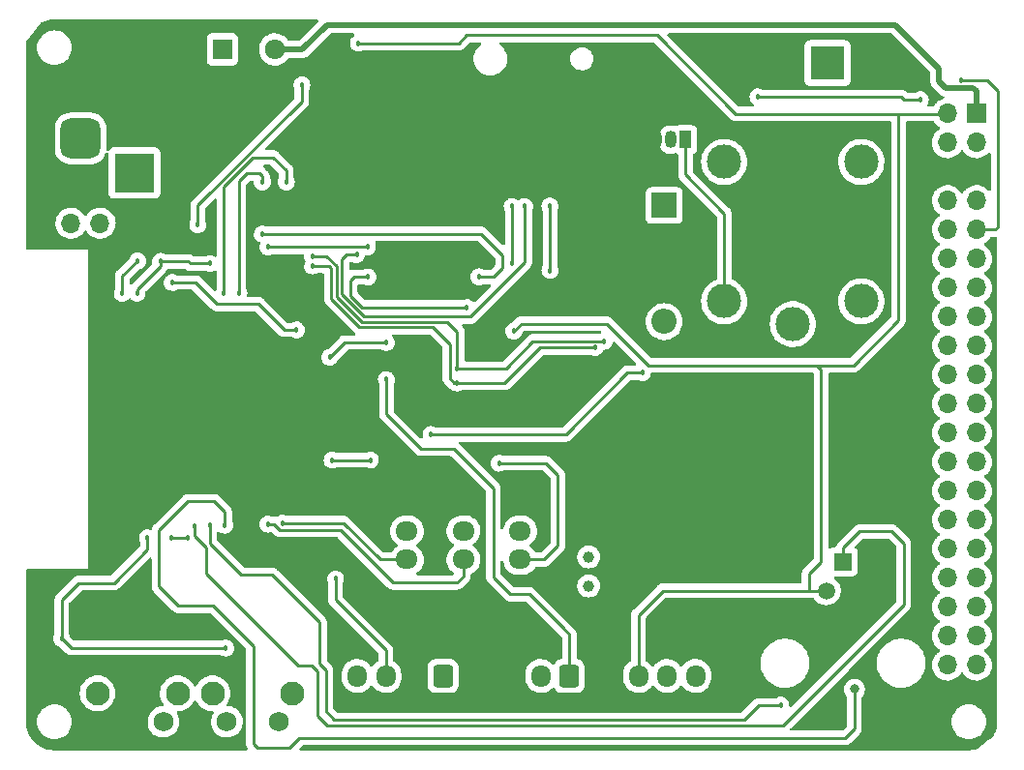
<source format=gbr>
%TF.GenerationSoftware,KiCad,Pcbnew,(6.0.2)*%
%TF.CreationDate,2022-06-23T10:44:51-05:00*%
%TF.ProjectId,ESP32,45535033-322e-46b6-9963-61645f706362,rev?*%
%TF.SameCoordinates,Original*%
%TF.FileFunction,Copper,L2,Bot*%
%TF.FilePolarity,Positive*%
%FSLAX46Y46*%
G04 Gerber Fmt 4.6, Leading zero omitted, Abs format (unit mm)*
G04 Created by KiCad (PCBNEW (6.0.2)) date 2022-06-23 10:44:51*
%MOMM*%
%LPD*%
G01*
G04 APERTURE LIST*
G04 Aperture macros list*
%AMRoundRect*
0 Rectangle with rounded corners*
0 $1 Rounding radius*
0 $2 $3 $4 $5 $6 $7 $8 $9 X,Y pos of 4 corners*
0 Add a 4 corners polygon primitive as box body*
4,1,4,$2,$3,$4,$5,$6,$7,$8,$9,$2,$3,0*
0 Add four circle primitives for the rounded corners*
1,1,$1+$1,$2,$3*
1,1,$1+$1,$4,$5*
1,1,$1+$1,$6,$7*
1,1,$1+$1,$8,$9*
0 Add four rect primitives between the rounded corners*
20,1,$1+$1,$2,$3,$4,$5,0*
20,1,$1+$1,$4,$5,$6,$7,0*
20,1,$1+$1,$6,$7,$8,$9,0*
20,1,$1+$1,$8,$9,$2,$3,0*%
G04 Aperture macros list end*
%TA.AperFunction,ComponentPad*%
%ADD10RoundRect,0.250000X0.600000X0.725000X-0.600000X0.725000X-0.600000X-0.725000X0.600000X-0.725000X0*%
%TD*%
%TA.AperFunction,ComponentPad*%
%ADD11O,1.700000X1.950000*%
%TD*%
%TA.AperFunction,ComponentPad*%
%ADD12R,3.500000X3.500000*%
%TD*%
%TA.AperFunction,ComponentPad*%
%ADD13RoundRect,0.750000X-1.000000X0.750000X-1.000000X-0.750000X1.000000X-0.750000X1.000000X0.750000X0*%
%TD*%
%TA.AperFunction,ComponentPad*%
%ADD14RoundRect,0.875000X-0.875000X0.875000X-0.875000X-0.875000X0.875000X-0.875000X0.875000X0.875000X0*%
%TD*%
%TA.AperFunction,ComponentPad*%
%ADD15R,3.000000X3.000000*%
%TD*%
%TA.AperFunction,ComponentPad*%
%ADD16C,3.000000*%
%TD*%
%TA.AperFunction,ComponentPad*%
%ADD17RoundRect,0.250000X-0.725000X0.600000X-0.725000X-0.600000X0.725000X-0.600000X0.725000X0.600000X0*%
%TD*%
%TA.AperFunction,ComponentPad*%
%ADD18O,1.950000X1.700000*%
%TD*%
%TA.AperFunction,ComponentPad*%
%ADD19R,1.050000X1.500000*%
%TD*%
%TA.AperFunction,ComponentPad*%
%ADD20O,1.050000X1.500000*%
%TD*%
%TA.AperFunction,ComponentPad*%
%ADD21R,1.717500X1.800000*%
%TD*%
%TA.AperFunction,ComponentPad*%
%ADD22O,1.717500X1.800000*%
%TD*%
%TA.AperFunction,ComponentPad*%
%ADD23R,1.700000X1.700000*%
%TD*%
%TA.AperFunction,ComponentPad*%
%ADD24O,1.700000X1.700000*%
%TD*%
%TA.AperFunction,ComponentPad*%
%ADD25C,2.100000*%
%TD*%
%TA.AperFunction,ComponentPad*%
%ADD26C,1.750000*%
%TD*%
%TA.AperFunction,ComponentPad*%
%ADD27C,1.000000*%
%TD*%
%TA.AperFunction,ComponentPad*%
%ADD28R,2.200000X2.200000*%
%TD*%
%TA.AperFunction,ComponentPad*%
%ADD29O,2.200000X2.200000*%
%TD*%
%TA.AperFunction,ComponentPad*%
%ADD30R,1.520000X1.520000*%
%TD*%
%TA.AperFunction,ComponentPad*%
%ADD31C,1.520000*%
%TD*%
%TA.AperFunction,ViaPad*%
%ADD32C,0.457200*%
%TD*%
%TA.AperFunction,ViaPad*%
%ADD33C,0.800000*%
%TD*%
%TA.AperFunction,Conductor*%
%ADD34C,0.250000*%
%TD*%
%TA.AperFunction,Conductor*%
%ADD35C,0.254000*%
%TD*%
%TA.AperFunction,Conductor*%
%ADD36C,0.482600*%
%TD*%
G04 APERTURE END LIST*
D10*
%TO.P,J3,1,Pin_1*%
%TO.N,/GPIO15*%
X79050000Y-79000000D03*
D11*
%TO.P,J3,2,Pin_2*%
%TO.N,VDD3V3*%
X76550000Y-79000000D03*
%TO.P,J3,3,Pin_3*%
%TO.N,Earth*%
X74050000Y-79000000D03*
%TD*%
D12*
%TO.P,J1,1*%
%TO.N,VCCDC*%
X41007500Y-34950000D03*
D13*
%TO.P,J1,2*%
%TO.N,Earth*%
X41007500Y-28950000D03*
D14*
%TO.P,J1,3*%
%TO.N,N/C*%
X36307500Y-31950000D03*
%TD*%
D15*
%TO.P,J12,1,Pin_1*%
%TO.N,/NO*%
X101640000Y-25350000D03*
D16*
%TO.P,J12,2,Pin_2*%
%TO.N,Earth*%
X96560000Y-25350000D03*
%TD*%
D17*
%TO.P,J10,1,Pin_1*%
%TO.N,Earth*%
X74750000Y-63800000D03*
D18*
%TO.P,J10,2,Pin_2*%
%TO.N,VDD3V3*%
X74750000Y-66300000D03*
%TO.P,J10,3,Pin_3*%
%TO.N,/ADC2_CH0*%
X74750000Y-68800000D03*
%TD*%
D19*
%TO.P,Q1,1,C*%
%TO.N,Net-(D4-Pad2)*%
X89200000Y-32050000D03*
D20*
%TO.P,Q1,2,B*%
%TO.N,Net-(Q1-Pad2)*%
X87930000Y-32050000D03*
%TO.P,Q1,3,E*%
%TO.N,Earth*%
X86660000Y-32050000D03*
%TD*%
D17*
%TO.P,J5,1,Pin_1*%
%TO.N,Earth*%
X64850000Y-63800000D03*
D18*
%TO.P,J5,2,Pin_2*%
%TO.N,VDD3V3*%
X64850000Y-66300000D03*
%TO.P,J5,3,Pin_3*%
%TO.N,/ADC2_CH6*%
X64850000Y-68800000D03*
%TD*%
D10*
%TO.P,J4,1,Pin_1*%
%TO.N,VDD3V3*%
X68000000Y-79000000D03*
D11*
%TO.P,J4,2,Pin_2*%
%TO.N,Earth*%
X65500000Y-79000000D03*
%TO.P,J4,3,Pin_3*%
%TO.N,/GPIO12*%
X63000000Y-79000000D03*
%TO.P,J4,4,Pin_4*%
%TO.N,/GPIO13*%
X60500000Y-79000000D03*
%TD*%
D10*
%TO.P,J2,1,Pin_1*%
%TO.N,Earth*%
X92600000Y-79000000D03*
D11*
%TO.P,J2,2,Pin_2*%
%TO.N,/SDA*%
X90100000Y-79000000D03*
%TO.P,J2,3,Pin_3*%
%TO.N,/SCL*%
X87600000Y-79000000D03*
%TO.P,J2,4,Pin_4*%
%TO.N,VDD3V3*%
X85100000Y-79000000D03*
%TD*%
D21*
%TO.P,U3,1,IN*%
%TO.N,VCCDC*%
X48710000Y-24150000D03*
D22*
%TO.P,U3,2,GND*%
%TO.N,Earth*%
X51000000Y-24150000D03*
%TO.P,U3,3,OUT*%
%TO.N,5V*%
X53290000Y-24150000D03*
%TD*%
D23*
%TO.P,J11,1,Pin_1*%
%TO.N,Earth*%
X32925000Y-39350000D03*
D24*
%TO.P,J11,2,Pin_2*%
%TO.N,/RXD*%
X35465000Y-39350000D03*
%TO.P,J11,3,Pin_3*%
%TO.N,/TXD*%
X38005000Y-39350000D03*
%TD*%
D25*
%TO.P,CFG1,*%
%TO.N,*%
X54850000Y-80510000D03*
X47840000Y-80510000D03*
D26*
%TO.P,CFG1,1,1*%
%TO.N,VDD3V3*%
X53600000Y-83000000D03*
%TO.P,CFG1,2,2*%
%TO.N,/GPIO34*%
X49100000Y-83000000D03*
%TD*%
D27*
%TO.P,Y1,1,1*%
%TO.N,Net-(U5-Pad1)*%
X80750000Y-71100000D03*
%TO.P,Y1,2,2*%
%TO.N,Net-(U5-Pad2)*%
X80750000Y-68560000D03*
%TD*%
D28*
%TO.P,D4,1,K*%
%TO.N,VCCDC*%
X87350000Y-37820000D03*
D29*
%TO.P,D4,2,A*%
%TO.N,Net-(D4-Pad2)*%
X87350000Y-47980000D03*
%TD*%
D30*
%TO.P,J9,1,Pin_1*%
%TO.N,/ADC1_CH7*%
X103020001Y-68979999D03*
D31*
%TO.P,J9,2,Pin_2*%
%TO.N,VDD3V3*%
X101530001Y-71519999D03*
%TO.P,J9,3,Pin_3*%
%TO.N,Earth*%
X105560001Y-68979999D03*
%TO.P,J9,4,Pin_4*%
X104070001Y-71519999D03*
%TD*%
D17*
%TO.P,J6,1,Pin_1*%
%TO.N,Earth*%
X69800000Y-63800000D03*
D18*
%TO.P,J6,2,Pin_2*%
%TO.N,VDD3V3*%
X69800000Y-66300000D03*
%TO.P,J6,3,Pin_3*%
%TO.N,/ADC2_CH7*%
X69800000Y-68800000D03*
%TD*%
D25*
%TO.P,RST1,*%
%TO.N,*%
X37790000Y-80510000D03*
X44800000Y-80510000D03*
D26*
%TO.P,RST1,1,1*%
%TO.N,/EN*%
X43550000Y-83000000D03*
%TO.P,RST1,2,2*%
%TO.N,Earth*%
X39050000Y-83000000D03*
%TD*%
D16*
%TO.P,K1,11*%
%TO.N,VCCDC*%
X98600000Y-48200000D03*
%TO.P,K1,12*%
%TO.N,/NC*%
X92600000Y-34000000D03*
%TO.P,K1,14*%
%TO.N,/NO*%
X104600000Y-34000000D03*
%TO.P,K1,A1*%
%TO.N,VCCDC*%
X104600000Y-46200000D03*
%TO.P,K1,A2*%
%TO.N,Net-(D4-Pad2)*%
X92600000Y-46200000D03*
%TD*%
D23*
%TO.P,J7,1,Pin_1*%
%TO.N,5V*%
X114675000Y-29775000D03*
D24*
%TO.P,J7,2,Pin_2*%
%TO.N,VDD3V3*%
X112135000Y-29775000D03*
%TO.P,J7,3,Pin_3*%
%TO.N,unconnected-(J7-Pad3)*%
X114675000Y-32315000D03*
%TO.P,J7,4,Pin_4*%
%TO.N,unconnected-(J7-Pad4)*%
X112135000Y-32315000D03*
%TO.P,J7,5,Pin_5*%
%TO.N,Earth*%
X114675000Y-34855000D03*
%TO.P,J7,6,Pin_6*%
X112135000Y-34855000D03*
%TO.P,J7,7,Pin_7*%
%TO.N,/TX2*%
X114675000Y-37395000D03*
%TO.P,J7,8,Pin_8*%
%TO.N,unconnected-(J7-Pad8)*%
X112135000Y-37395000D03*
%TO.P,J7,9,Pin_9*%
%TO.N,/RX2*%
X114675000Y-39935000D03*
%TO.P,J7,10,Pin_10*%
%TO.N,unconnected-(J7-Pad10)*%
X112135000Y-39935000D03*
%TO.P,J7,11,Pin_11*%
%TO.N,unconnected-(J7-Pad11)*%
X114675000Y-42475000D03*
%TO.P,J7,12,Pin_12*%
%TO.N,/GPIO32*%
X112135000Y-42475000D03*
%TO.P,J7,13,Pin_13*%
%TO.N,unconnected-(J7-Pad13)*%
X114675000Y-45015000D03*
%TO.P,J7,14,Pin_14*%
%TO.N,unconnected-(J7-Pad14)*%
X112135000Y-45015000D03*
%TO.P,J7,15,Pin_15*%
%TO.N,unconnected-(J7-Pad15)*%
X114675000Y-47555000D03*
%TO.P,J7,16,Pin_16*%
%TO.N,unconnected-(J7-Pad16)*%
X112135000Y-47555000D03*
%TO.P,J7,17,Pin_17*%
%TO.N,unconnected-(J7-Pad17)*%
X114675000Y-50095000D03*
%TO.P,J7,18,Pin_18*%
%TO.N,unconnected-(J7-Pad18)*%
X112135000Y-50095000D03*
%TO.P,J7,19,Pin_19*%
%TO.N,unconnected-(J7-Pad19)*%
X114675000Y-52635000D03*
%TO.P,J7,20,Pin_20*%
%TO.N,unconnected-(J7-Pad20)*%
X112135000Y-52635000D03*
%TO.P,J7,21,Pin_21*%
%TO.N,unconnected-(J7-Pad21)*%
X114675000Y-55175000D03*
%TO.P,J7,22,Pin_22*%
%TO.N,unconnected-(J7-Pad22)*%
X112135000Y-55175000D03*
%TO.P,J7,23,Pin_23*%
%TO.N,unconnected-(J7-Pad23)*%
X114675000Y-57715000D03*
%TO.P,J7,24,Pin_24*%
%TO.N,unconnected-(J7-Pad24)*%
X112135000Y-57715000D03*
%TO.P,J7,25,Pin_25*%
%TO.N,unconnected-(J7-Pad25)*%
X114675000Y-60255000D03*
%TO.P,J7,26,Pin_26*%
%TO.N,unconnected-(J7-Pad26)*%
X112135000Y-60255000D03*
%TO.P,J7,27,Pin_27*%
%TO.N,unconnected-(J7-Pad27)*%
X114675000Y-62795000D03*
%TO.P,J7,28,Pin_28*%
%TO.N,unconnected-(J7-Pad28)*%
X112135000Y-62795000D03*
%TO.P,J7,29,Pin_29*%
%TO.N,unconnected-(J7-Pad29)*%
X114675000Y-65335000D03*
%TO.P,J7,30,Pin_30*%
%TO.N,unconnected-(J7-Pad30)*%
X112135000Y-65335000D03*
%TO.P,J7,31,Pin_31*%
%TO.N,unconnected-(J7-Pad31)*%
X114675000Y-67875000D03*
%TO.P,J7,32,Pin_32*%
%TO.N,unconnected-(J7-Pad32)*%
X112135000Y-67875000D03*
%TO.P,J7,33,Pin_33*%
%TO.N,unconnected-(J7-Pad33)*%
X114675000Y-70415000D03*
%TO.P,J7,34,Pin_34*%
%TO.N,unconnected-(J7-Pad34)*%
X112135000Y-70415000D03*
%TO.P,J7,35,Pin_35*%
%TO.N,unconnected-(J7-Pad35)*%
X114675000Y-72955000D03*
%TO.P,J7,36,Pin_36*%
%TO.N,unconnected-(J7-Pad36)*%
X112135000Y-72955000D03*
%TO.P,J7,37,Pin_37*%
%TO.N,unconnected-(J7-Pad37)*%
X114675000Y-75495000D03*
%TO.P,J7,38,Pin_38*%
%TO.N,unconnected-(J7-Pad38)*%
X112135000Y-75495000D03*
%TO.P,J7,39,Pin_39*%
%TO.N,unconnected-(J7-Pad39)*%
X114675000Y-78035000D03*
%TO.P,J7,40,Pin_40*%
%TO.N,unconnected-(J7-Pad40)*%
X112135000Y-78035000D03*
%TD*%
D32*
%TO.N,/GPIO33*%
X95550000Y-28300000D03*
X109750000Y-28550000D03*
X48900004Y-65799995D03*
D33*
X104000000Y-80150000D03*
D32*
%TO.N,/ADC1_CH7*%
X46300009Y-65899995D03*
%TO.N,/ADC2_CH7*%
X52700000Y-65700000D03*
%TO.N,VDD3V3*%
X34649994Y-75700001D03*
X60600006Y-23600001D03*
X42150005Y-66899993D03*
X44199988Y-66899993D03*
X45650000Y-66900000D03*
X49000004Y-76550012D03*
X74200004Y-48800004D03*
%TO.N,5V*%
X55650003Y-27250009D03*
X85449994Y-52450009D03*
X66950006Y-57849999D03*
X46550000Y-39500000D03*
%TO.N,Earth*%
X83050000Y-26900000D03*
X51850000Y-28700000D03*
X43250000Y-55950000D03*
X106350003Y-63799999D03*
X105500000Y-57350000D03*
X83300000Y-33150000D03*
X78450000Y-37100000D03*
X43250000Y-57850000D03*
X43250000Y-58750000D03*
X107250000Y-57350000D03*
X50150000Y-28700000D03*
X66300000Y-34600000D03*
X62950000Y-45700000D03*
X52800000Y-29650000D03*
X46650000Y-74500000D03*
X106350000Y-57350000D03*
X57750000Y-61350000D03*
X51900000Y-29650000D03*
X64500000Y-25300000D03*
X51000000Y-28700000D03*
X60400000Y-37850000D03*
X70100000Y-43400000D03*
X66100000Y-24950000D03*
X43250000Y-57000000D03*
X38700000Y-65650000D03*
X42000000Y-75650000D03*
X70100000Y-41450000D03*
X77750000Y-52100000D03*
X60400000Y-37150000D03*
X38699999Y-45491400D03*
X97349996Y-32400011D03*
X43250000Y-54050000D03*
X43250000Y-54900000D03*
X61550000Y-42750000D03*
%TO.N,/CS*%
X50149989Y-45500011D03*
X52199997Y-35750000D03*
%TO.N,/SDA*%
X56600000Y-42243297D03*
X69250001Y-52099997D03*
X82099988Y-49700002D03*
%TO.N,/SCL*%
X43299990Y-42699991D03*
X56600000Y-43100000D03*
X69199989Y-53350008D03*
X47600000Y-42900000D03*
X41250006Y-45491400D03*
X81300000Y-50253100D03*
%TO.N,/GPIO15*%
X63049988Y-53050008D03*
X58100011Y-51099999D03*
X63049988Y-49800002D03*
%TO.N,/CLK*%
X48850000Y-45450000D03*
X54299993Y-35750000D03*
%TO.N,/MOSI*%
X39950009Y-45491400D03*
X41299994Y-42650000D03*
%TO.N,/GPIO12*%
X58600010Y-70500000D03*
%TO.N,/GPIO13*%
X58300010Y-60100007D03*
X61649991Y-60100007D03*
%TO.N,/RX2*%
X113300000Y-26830600D03*
%TO.N,/GPIO32*%
X97549995Y-81550002D03*
X47600006Y-65799995D03*
%TO.N,Net-(J8-Pad2)*%
X74049992Y-37900000D03*
X74049992Y-42824502D03*
%TO.N,Net-(J8-Pad3)*%
X75149989Y-37900000D03*
X60450000Y-42100000D03*
%TO.N,Net-(J8-Pad5)*%
X77350000Y-43500000D03*
X77350000Y-37850000D03*
X70100012Y-46749995D03*
X61450000Y-44050000D03*
%TO.N,Net-(R9-Pad2)*%
X52700000Y-41450000D03*
X61400000Y-41450000D03*
%TO.N,Net-(R11-Pad2)*%
X52199997Y-40299996D03*
X71150000Y-44050000D03*
%TO.N,/ADC2_CH6*%
X53950000Y-65600000D03*
%TO.N,/ADC2_CH0*%
X72900007Y-60374505D03*
%TO.N,/GPIO0*%
X44320511Y-44550000D03*
X55199991Y-48700004D03*
%TD*%
D34*
%TO.N,/GPIO33*%
X54550000Y-85300000D02*
X51800000Y-85300000D01*
X47900000Y-72850000D02*
X44850000Y-72850000D01*
X104000000Y-80150000D02*
X104000000Y-83600000D01*
X51400000Y-76350000D02*
X47900000Y-72850000D01*
X95550000Y-28300000D02*
X108050000Y-28300000D01*
X104000000Y-83600000D02*
X103200000Y-84400000D01*
X43150000Y-66250000D02*
X45700000Y-63700000D01*
X44850000Y-72850000D02*
X43150000Y-71150000D01*
X48900000Y-64600000D02*
X48900000Y-65800000D01*
X108050000Y-28300000D02*
X108300000Y-28550000D01*
X51800000Y-85300000D02*
X51400000Y-84900000D01*
X43150000Y-71150000D02*
X43150000Y-66250000D01*
X48000000Y-63700000D02*
X48900000Y-64600000D01*
X108300000Y-28550000D02*
X109750000Y-28550000D01*
X103200000Y-84400000D02*
X55450000Y-84400000D01*
X45700000Y-63700000D02*
X48000000Y-63700000D01*
X51400000Y-84900000D02*
X51400000Y-76350000D01*
X55450000Y-84400000D02*
X54550000Y-85300000D01*
%TO.N,/ADC1_CH7*%
X46300000Y-66735717D02*
X47300000Y-67735717D01*
X57850000Y-83300000D02*
X97750000Y-83300000D01*
X107250000Y-66350000D02*
X104450000Y-66350000D01*
X56550000Y-78100000D02*
X57050000Y-78600000D01*
X108300000Y-67400000D02*
X107250000Y-66350000D01*
X55350000Y-78100000D02*
X56550000Y-78100000D01*
X57050000Y-82500000D02*
X57850000Y-83300000D01*
X47300000Y-67735717D02*
X47300000Y-70050000D01*
X104450000Y-66350000D02*
X103020001Y-67779999D01*
X97750000Y-83300000D02*
X108300000Y-72750000D01*
X57050000Y-78600000D02*
X57050000Y-82500000D01*
X108300000Y-72750000D02*
X108300000Y-67400000D01*
X47300000Y-70050000D02*
X55350000Y-78100000D01*
X46300000Y-65900000D02*
X46300000Y-66735717D01*
X103020001Y-67779999D02*
X103020001Y-68979999D01*
%TO.N,/ADC2_CH7*%
X53700000Y-66200000D02*
X53200000Y-65700000D01*
X53200000Y-65700000D02*
X52700000Y-65700000D01*
X69800000Y-70250000D02*
X69250000Y-70800000D01*
X59050000Y-66200000D02*
X53700000Y-66200000D01*
X69250000Y-70800000D02*
X63650000Y-70800000D01*
X63650000Y-70800000D02*
X59050000Y-66200000D01*
X69800000Y-68800000D02*
X69800000Y-70250000D01*
%TO.N,VDD3V3*%
X101070000Y-68980000D02*
X100019999Y-70030001D01*
D35*
X87230001Y-71519999D02*
X100019999Y-71519999D01*
X35500000Y-76550000D02*
X34650000Y-75700000D01*
D34*
X100700000Y-51800000D02*
X101070000Y-52170000D01*
D35*
X85100000Y-79000000D02*
X85100000Y-73650000D01*
D34*
X100019999Y-70030001D02*
X100019999Y-71519999D01*
X60600006Y-23600001D02*
X60600007Y-23600000D01*
X44199988Y-66899993D02*
X45649993Y-66899993D01*
D35*
X100019999Y-71519999D02*
X101530001Y-71519999D01*
D34*
X36000000Y-71000000D02*
X36150000Y-70850000D01*
X93600000Y-29800000D02*
X107850000Y-29800000D01*
X107850000Y-29800000D02*
X112110000Y-29800000D01*
X74850000Y-48150000D02*
X74200000Y-48800000D01*
X103900000Y-51800000D02*
X100700000Y-51800000D01*
X107850000Y-29800000D02*
X107850000Y-47850000D01*
X70100000Y-22900000D02*
X86700000Y-22900000D01*
X45649993Y-66899993D02*
X45650000Y-66900000D01*
D35*
X49000000Y-76550000D02*
X35500000Y-76550000D01*
D34*
X42150000Y-67900000D02*
X42150000Y-66900000D01*
X100700000Y-51800000D02*
X85950000Y-51800000D01*
X39200000Y-70850000D02*
X42150000Y-67900000D01*
X107850000Y-47850000D02*
X103900000Y-51800000D01*
X60600007Y-23600000D02*
X69400000Y-23600000D01*
X34649994Y-72350006D02*
X36000000Y-71000000D01*
D35*
X85100000Y-73650000D02*
X87230001Y-71519999D01*
D34*
X112110000Y-29800000D02*
X112135000Y-29775000D01*
X69400000Y-23600000D02*
X70100000Y-22900000D01*
X82300000Y-48150000D02*
X74850000Y-48150000D01*
X85950000Y-51800000D02*
X82300000Y-48150000D01*
X86700000Y-22900000D02*
X93600000Y-29800000D01*
X101070000Y-52170000D02*
X101070000Y-68980000D01*
X34649994Y-75700001D02*
X34649994Y-72350006D01*
X36150000Y-70850000D02*
X39200000Y-70850000D01*
D36*
%TO.N,5V*%
X53290000Y-24150000D02*
X55700000Y-24150000D01*
D34*
X78750001Y-57849999D02*
X66950006Y-57849999D01*
D36*
X55700000Y-24150000D02*
X57850000Y-22000000D01*
X111400000Y-25800000D02*
X111400000Y-26950000D01*
D34*
X84149991Y-52450009D02*
X78750001Y-57849999D01*
D36*
X111400000Y-26950000D02*
X111950000Y-27500000D01*
D34*
X46550000Y-39500000D02*
X46550000Y-37800000D01*
D36*
X111950000Y-27500000D02*
X114350000Y-27500000D01*
X114675000Y-27825000D02*
X114675000Y-29775000D01*
D34*
X85449994Y-52450009D02*
X84149991Y-52450009D01*
X46550000Y-37800000D02*
X55650000Y-28700000D01*
D36*
X57850000Y-22000000D02*
X107600000Y-22000000D01*
D34*
X55650000Y-28700000D02*
X55650000Y-27250000D01*
D36*
X107600000Y-22000000D02*
X111400000Y-25800000D01*
X114350000Y-27500000D02*
X114675000Y-27825000D01*
D34*
%TO.N,/CS*%
X52200000Y-35250000D02*
X52200000Y-35600000D01*
X50149989Y-35700011D02*
X50850000Y-35000000D01*
X50149989Y-45500011D02*
X50149989Y-35700011D01*
X50850000Y-35000000D02*
X51950000Y-35000000D01*
X51950000Y-35000000D02*
X52200000Y-35250000D01*
%TO.N,/SDA*%
X58700480Y-43150480D02*
X58700480Y-43250000D01*
X73500003Y-52099997D02*
X75850000Y-49750000D01*
X75900000Y-49700000D02*
X82100000Y-49700000D01*
X69250001Y-52099997D02*
X73500003Y-52099997D01*
X58700480Y-45786198D02*
X60157141Y-47242859D01*
X69250000Y-48849520D02*
X69250000Y-52100000D01*
X60157141Y-47242859D02*
X60913802Y-47999520D01*
X57793297Y-42243297D02*
X58700480Y-43150480D01*
X68400000Y-47999520D02*
X69250000Y-48849520D01*
X75850000Y-49750000D02*
X75900000Y-49700000D01*
X60913802Y-47999520D02*
X68400000Y-47999520D01*
X56600000Y-42243297D02*
X57793297Y-42243297D01*
X58700480Y-43250000D02*
X58700480Y-45786198D01*
%TO.N,/SCL*%
X41250006Y-45491400D02*
X41250006Y-45149994D01*
X68600000Y-52950000D02*
X69000000Y-53350000D01*
X68600000Y-49950000D02*
X68600000Y-52950000D01*
X43300000Y-43100000D02*
X43300000Y-42700000D01*
X81296900Y-50250000D02*
X76500000Y-50250000D01*
X60699040Y-48449040D02*
X67099040Y-48449040D01*
X73399992Y-53350008D02*
X69199989Y-53350008D01*
X58232141Y-43317859D02*
X58232141Y-45982141D01*
X45699991Y-42699991D02*
X43299990Y-42699991D01*
X47600000Y-42900000D02*
X45900000Y-42900000D01*
X58014282Y-43100000D02*
X58232141Y-43317859D01*
X56600000Y-43100000D02*
X58014282Y-43100000D01*
X69000000Y-53350000D02*
X69200000Y-53350000D01*
X67099040Y-48449040D02*
X68600000Y-49950000D01*
X76500000Y-50250000D02*
X73399992Y-53350008D01*
X81300000Y-50253100D02*
X81296900Y-50250000D01*
X58232141Y-45982141D02*
X60699040Y-48449040D01*
X45900000Y-42900000D02*
X45699991Y-42699991D01*
X41250006Y-45149994D02*
X43300000Y-43100000D01*
%TO.N,/GPIO15*%
X68950000Y-59100000D02*
X66050000Y-59100000D01*
X72400000Y-70350000D02*
X72400000Y-62700000D01*
X63050000Y-49800000D02*
X59400000Y-49800000D01*
X79050000Y-79000000D02*
X79050000Y-75350000D01*
X79050000Y-75350000D02*
X78500000Y-74800000D01*
X69600000Y-59750000D02*
X68950000Y-59100000D01*
X78500000Y-74800000D02*
X75550000Y-71850000D01*
X59400000Y-49800000D02*
X58100000Y-51100000D01*
X72400000Y-62550000D02*
X69600000Y-59750000D01*
X75550000Y-71850000D02*
X73900000Y-71850000D01*
X72400000Y-62700000D02*
X72400000Y-62550000D01*
X66050000Y-59100000D02*
X63050000Y-56100000D01*
X63050000Y-56100000D02*
X63050000Y-53050000D01*
X73900000Y-71850000D02*
X72400000Y-70350000D01*
%TO.N,/CLK*%
X53167859Y-33617859D02*
X54300000Y-34750000D01*
X48849991Y-45449991D02*
X48849991Y-36135727D01*
X48849991Y-36135727D02*
X51367859Y-33617859D01*
X51367859Y-33617859D02*
X53167859Y-33617859D01*
X48850000Y-45450000D02*
X48849991Y-45449991D01*
X54300000Y-34750000D02*
X54300000Y-35700000D01*
%TO.N,/MOSI*%
X41250000Y-42650000D02*
X39950000Y-43950000D01*
X41299994Y-42650000D02*
X41250000Y-42650000D01*
X39950000Y-43950000D02*
X39950000Y-45500000D01*
%TO.N,/GPIO12*%
X58600000Y-70500010D02*
X58600000Y-72350000D01*
X58600010Y-70500000D02*
X58600000Y-70500010D01*
X58600000Y-72350000D02*
X63000000Y-76750000D01*
X63000000Y-76750000D02*
X63000000Y-79000000D01*
%TO.N,/GPIO13*%
X61650000Y-60100000D02*
X58300000Y-60100000D01*
%TO.N,/RX2*%
X116550000Y-27800000D02*
X116550000Y-39700000D01*
X113300000Y-26830600D02*
X115580600Y-26830600D01*
X116550000Y-39700000D02*
X116315000Y-39935000D01*
X116315000Y-39935000D02*
X114675000Y-39935000D01*
X115580600Y-26830600D02*
X116550000Y-27800000D01*
%TO.N,/GPIO32*%
X57200000Y-74300000D02*
X57200000Y-77950000D01*
X50350000Y-70150000D02*
X53050000Y-70150000D01*
X94350000Y-82850000D02*
X95650000Y-81550000D01*
X53050000Y-70150000D02*
X57200000Y-74300000D01*
X57750000Y-82100000D02*
X58500000Y-82850000D01*
X57750000Y-78500000D02*
X57750000Y-82100000D01*
X47600000Y-67400000D02*
X50350000Y-70150000D01*
X58500000Y-82850000D02*
X94350000Y-82850000D01*
X97549993Y-81550000D02*
X97549995Y-81550002D01*
X95650000Y-81550000D02*
X97549993Y-81550000D01*
X57200000Y-77950000D02*
X57750000Y-78500000D01*
X47600000Y-65800000D02*
X47600000Y-67400000D01*
%TO.N,Net-(J8-Pad2)*%
X74050000Y-37900008D02*
X74050000Y-42824500D01*
X74049992Y-37900000D02*
X74050000Y-37900008D01*
%TO.N,Net-(J8-Pad3)*%
X59150000Y-45600000D02*
X59150000Y-42500000D01*
X75150000Y-42800000D02*
X70400000Y-47550000D01*
X70400000Y-47550000D02*
X61100000Y-47550000D01*
X75149989Y-37900000D02*
X75150000Y-37900011D01*
X61100000Y-47550000D02*
X59150000Y-45600000D01*
X59150000Y-42500000D02*
X59550000Y-42100000D01*
X75150000Y-37900011D02*
X75150000Y-42800000D01*
X59550000Y-42100000D02*
X60450000Y-42100000D01*
%TO.N,Net-(J8-Pad5)*%
X59900000Y-44400000D02*
X59900000Y-45714282D01*
X68750000Y-46750000D02*
X70100000Y-46750000D01*
X61450000Y-44050000D02*
X60250000Y-44050000D01*
X77350000Y-43500000D02*
X77350000Y-37850000D01*
X60935718Y-46750000D02*
X68750000Y-46750000D01*
X59992859Y-45807141D02*
X60935718Y-46750000D01*
X59900000Y-45714282D02*
X59992859Y-45807141D01*
X60250000Y-44050000D02*
X59900000Y-44400000D01*
%TO.N,Net-(R9-Pad2)*%
X52700000Y-41450000D02*
X61350000Y-41450000D01*
%TO.N,Net-(R11-Pad2)*%
X71350000Y-40300000D02*
X73200000Y-42150000D01*
X73200000Y-43300000D02*
X72450000Y-44050000D01*
X72450000Y-44050000D02*
X71150000Y-44050000D01*
X73200000Y-42150000D02*
X73200000Y-43300000D01*
X52200000Y-40300000D02*
X71350000Y-40300000D01*
%TO.N,/ADC2_CH6*%
X59300000Y-65600000D02*
X62500000Y-68800000D01*
X53950000Y-65600000D02*
X59300000Y-65600000D01*
X62500000Y-68800000D02*
X64850000Y-68800000D01*
%TO.N,/ADC2_CH0*%
X78050000Y-67600000D02*
X76850000Y-68800000D01*
X77024500Y-60374500D02*
X78050000Y-61400000D01*
X78050000Y-61400000D02*
X78050000Y-67600000D01*
X76850000Y-68800000D02*
X74750000Y-68800000D01*
X72900000Y-60374500D02*
X77024500Y-60374500D01*
%TO.N,Net-(D4-Pad2)*%
X89200000Y-35100000D02*
X89200000Y-32050000D01*
X92600000Y-46200000D02*
X92600000Y-38500000D01*
X92600000Y-38500000D02*
X89200000Y-35100000D01*
%TO.N,/GPIO0*%
X48150000Y-46350000D02*
X48250000Y-46450000D01*
X54100000Y-48700000D02*
X55200000Y-48700000D01*
X44320511Y-44550000D02*
X46350000Y-44550000D01*
X51850000Y-46450000D02*
X54100000Y-48700000D01*
X48250000Y-46450000D02*
X51400000Y-46450000D01*
X46350000Y-44550000D02*
X48150000Y-46350000D01*
X51400000Y-46450000D02*
X51850000Y-46450000D01*
%TD*%
%TA.AperFunction,Conductor*%
%TO.N,Earth*%
G36*
X110942715Y-30453502D02*
G01*
X110982027Y-30493665D01*
X111034987Y-30580088D01*
X111181250Y-30748938D01*
X111353126Y-30891632D01*
X111402968Y-30920757D01*
X111426445Y-30934476D01*
X111475169Y-30986114D01*
X111488240Y-31055897D01*
X111461509Y-31121669D01*
X111421055Y-31155027D01*
X111408607Y-31161507D01*
X111404474Y-31164610D01*
X111404471Y-31164612D01*
X111280567Y-31257642D01*
X111229965Y-31295635D01*
X111226393Y-31299373D01*
X111082765Y-31449671D01*
X111075629Y-31457138D01*
X110949743Y-31641680D01*
X110902716Y-31742992D01*
X110891657Y-31766817D01*
X110855688Y-31844305D01*
X110795989Y-32059570D01*
X110772251Y-32281695D01*
X110772548Y-32286848D01*
X110772548Y-32286851D01*
X110776708Y-32358990D01*
X110785110Y-32504715D01*
X110786247Y-32509761D01*
X110786248Y-32509767D01*
X110810304Y-32616508D01*
X110834222Y-32722639D01*
X110883468Y-32843919D01*
X110913434Y-32917715D01*
X110918266Y-32929616D01*
X110958550Y-32995354D01*
X111032291Y-33115688D01*
X111034987Y-33120088D01*
X111181250Y-33288938D01*
X111353126Y-33431632D01*
X111546000Y-33544338D01*
X111754692Y-33624030D01*
X111759760Y-33625061D01*
X111759763Y-33625062D01*
X111867017Y-33646883D01*
X111973597Y-33668567D01*
X111978772Y-33668757D01*
X111978774Y-33668757D01*
X112191673Y-33676564D01*
X112191677Y-33676564D01*
X112196837Y-33676753D01*
X112201957Y-33676097D01*
X112201959Y-33676097D01*
X112413288Y-33649025D01*
X112413289Y-33649025D01*
X112418416Y-33648368D01*
X112474843Y-33631439D01*
X112627429Y-33585661D01*
X112627434Y-33585659D01*
X112632384Y-33584174D01*
X112832994Y-33485896D01*
X113014860Y-33356173D01*
X113057707Y-33313476D01*
X113117625Y-33253766D01*
X113173096Y-33198489D01*
X113185479Y-33181257D01*
X113303453Y-33017077D01*
X113304776Y-33018028D01*
X113351645Y-32974857D01*
X113421580Y-32962625D01*
X113487026Y-32990144D01*
X113514875Y-33021994D01*
X113524866Y-33038297D01*
X113574987Y-33120088D01*
X113721250Y-33288938D01*
X113893126Y-33431632D01*
X114086000Y-33544338D01*
X114294692Y-33624030D01*
X114299760Y-33625061D01*
X114299763Y-33625062D01*
X114407017Y-33646883D01*
X114513597Y-33668567D01*
X114518772Y-33668757D01*
X114518774Y-33668757D01*
X114731673Y-33676564D01*
X114731677Y-33676564D01*
X114736837Y-33676753D01*
X114741957Y-33676097D01*
X114741959Y-33676097D01*
X114953288Y-33649025D01*
X114953289Y-33649025D01*
X114958416Y-33648368D01*
X115014843Y-33631439D01*
X115167429Y-33585661D01*
X115167434Y-33585659D01*
X115172384Y-33584174D01*
X115372994Y-33485896D01*
X115554860Y-33356173D01*
X115596765Y-33314414D01*
X115701560Y-33209985D01*
X115763932Y-33176069D01*
X115834739Y-33181257D01*
X115891500Y-33223903D01*
X115916194Y-33290467D01*
X115916500Y-33299236D01*
X115916500Y-36415057D01*
X115896498Y-36483178D01*
X115842842Y-36529671D01*
X115772568Y-36539775D01*
X115707988Y-36510281D01*
X115697306Y-36499856D01*
X115608151Y-36401876D01*
X115608145Y-36401870D01*
X115604670Y-36398051D01*
X115600619Y-36394852D01*
X115600615Y-36394848D01*
X115433414Y-36262800D01*
X115433410Y-36262798D01*
X115429359Y-36259598D01*
X115233789Y-36151638D01*
X115228920Y-36149914D01*
X115228916Y-36149912D01*
X115028087Y-36078795D01*
X115028083Y-36078794D01*
X115023212Y-36077069D01*
X115018119Y-36076162D01*
X115018116Y-36076161D01*
X114808373Y-36038800D01*
X114808367Y-36038799D01*
X114803284Y-36037894D01*
X114729452Y-36036992D01*
X114585081Y-36035228D01*
X114585079Y-36035228D01*
X114579911Y-36035165D01*
X114359091Y-36068955D01*
X114146756Y-36138357D01*
X114116443Y-36154137D01*
X113967531Y-36231656D01*
X113948607Y-36241507D01*
X113944474Y-36244610D01*
X113944471Y-36244612D01*
X113795132Y-36356739D01*
X113769965Y-36375635D01*
X113738818Y-36408228D01*
X113622765Y-36529671D01*
X113615629Y-36537138D01*
X113508201Y-36694621D01*
X113453293Y-36739621D01*
X113382768Y-36747792D01*
X113319021Y-36716538D01*
X113298324Y-36692054D01*
X113217822Y-36567617D01*
X113217820Y-36567614D01*
X113215014Y-36563277D01*
X113064670Y-36398051D01*
X113060619Y-36394852D01*
X113060615Y-36394848D01*
X112893414Y-36262800D01*
X112893410Y-36262798D01*
X112889359Y-36259598D01*
X112693789Y-36151638D01*
X112688920Y-36149914D01*
X112688916Y-36149912D01*
X112488087Y-36078795D01*
X112488083Y-36078794D01*
X112483212Y-36077069D01*
X112478119Y-36076162D01*
X112478116Y-36076161D01*
X112268373Y-36038800D01*
X112268367Y-36038799D01*
X112263284Y-36037894D01*
X112189452Y-36036992D01*
X112045081Y-36035228D01*
X112045079Y-36035228D01*
X112039911Y-36035165D01*
X111819091Y-36068955D01*
X111606756Y-36138357D01*
X111576443Y-36154137D01*
X111427531Y-36231656D01*
X111408607Y-36241507D01*
X111404474Y-36244610D01*
X111404471Y-36244612D01*
X111255132Y-36356739D01*
X111229965Y-36375635D01*
X111198818Y-36408228D01*
X111082765Y-36529671D01*
X111075629Y-36537138D01*
X110949743Y-36721680D01*
X110855688Y-36924305D01*
X110795989Y-37139570D01*
X110772251Y-37361695D01*
X110772548Y-37366848D01*
X110772548Y-37366851D01*
X110779201Y-37482232D01*
X110785110Y-37584715D01*
X110786247Y-37589761D01*
X110786248Y-37589767D01*
X110791840Y-37614580D01*
X110834222Y-37802639D01*
X110918266Y-38009616D01*
X110968172Y-38091055D01*
X111032291Y-38195688D01*
X111034987Y-38200088D01*
X111181250Y-38368938D01*
X111353126Y-38511632D01*
X111364498Y-38518277D01*
X111426445Y-38554476D01*
X111475169Y-38606114D01*
X111488240Y-38675897D01*
X111461509Y-38741669D01*
X111421055Y-38775027D01*
X111408607Y-38781507D01*
X111404474Y-38784610D01*
X111404471Y-38784612D01*
X111236535Y-38910702D01*
X111229965Y-38915635D01*
X111164346Y-38984301D01*
X111082765Y-39069671D01*
X111075629Y-39077138D01*
X111072720Y-39081403D01*
X111072714Y-39081411D01*
X111012156Y-39170186D01*
X110949743Y-39261680D01*
X110931259Y-39301500D01*
X110875048Y-39422598D01*
X110855688Y-39464305D01*
X110795989Y-39679570D01*
X110772251Y-39901695D01*
X110772548Y-39906848D01*
X110772548Y-39906851D01*
X110783157Y-40090837D01*
X110785110Y-40124715D01*
X110786247Y-40129761D01*
X110786248Y-40129767D01*
X110797048Y-40177688D01*
X110834222Y-40342639D01*
X110918266Y-40549616D01*
X110959653Y-40617154D01*
X111032291Y-40735688D01*
X111034987Y-40740088D01*
X111181250Y-40908938D01*
X111353126Y-41051632D01*
X111363875Y-41057913D01*
X111426445Y-41094476D01*
X111475169Y-41146114D01*
X111488240Y-41215897D01*
X111461509Y-41281669D01*
X111421055Y-41315027D01*
X111408607Y-41321507D01*
X111404474Y-41324610D01*
X111404471Y-41324612D01*
X111237470Y-41450000D01*
X111229965Y-41455635D01*
X111075629Y-41617138D01*
X111072720Y-41621403D01*
X111072714Y-41621411D01*
X111060404Y-41639457D01*
X110949743Y-41801680D01*
X110934003Y-41835590D01*
X110863681Y-41987086D01*
X110855688Y-42004305D01*
X110795989Y-42219570D01*
X110772251Y-42441695D01*
X110772548Y-42446848D01*
X110772548Y-42446851D01*
X110779702Y-42570926D01*
X110785110Y-42664715D01*
X110786247Y-42669761D01*
X110786248Y-42669767D01*
X110805247Y-42754067D01*
X110834222Y-42882639D01*
X110879819Y-42994931D01*
X110916178Y-43084473D01*
X110918266Y-43089616D01*
X110957353Y-43153400D01*
X111032291Y-43275688D01*
X111034987Y-43280088D01*
X111181250Y-43448938D01*
X111353126Y-43591632D01*
X111402805Y-43620662D01*
X111426445Y-43634476D01*
X111475169Y-43686114D01*
X111488240Y-43755897D01*
X111461509Y-43821669D01*
X111421055Y-43855027D01*
X111408607Y-43861507D01*
X111404474Y-43864610D01*
X111404471Y-43864612D01*
X111234100Y-43992530D01*
X111229965Y-43995635D01*
X111075629Y-44157138D01*
X111072720Y-44161403D01*
X111072714Y-44161411D01*
X111025793Y-44230195D01*
X110949743Y-44341680D01*
X110925025Y-44394931D01*
X110861099Y-44532649D01*
X110855688Y-44544305D01*
X110795989Y-44759570D01*
X110772251Y-44981695D01*
X110772548Y-44986848D01*
X110772548Y-44986851D01*
X110780386Y-45122778D01*
X110785110Y-45204715D01*
X110786247Y-45209761D01*
X110786248Y-45209767D01*
X110799762Y-45269730D01*
X110834222Y-45422639D01*
X110918266Y-45629616D01*
X110969019Y-45712438D01*
X111032291Y-45815688D01*
X111034987Y-45820088D01*
X111181250Y-45988938D01*
X111353126Y-46131632D01*
X111381669Y-46148311D01*
X111426445Y-46174476D01*
X111475169Y-46226114D01*
X111488240Y-46295897D01*
X111461509Y-46361669D01*
X111421055Y-46395027D01*
X111408607Y-46401507D01*
X111404474Y-46404610D01*
X111404471Y-46404612D01*
X111234100Y-46532530D01*
X111229965Y-46535635D01*
X111205051Y-46561706D01*
X111094030Y-46677883D01*
X111075629Y-46697138D01*
X111072720Y-46701403D01*
X111072714Y-46701411D01*
X111051544Y-46732445D01*
X110949743Y-46881680D01*
X110930409Y-46923332D01*
X110873623Y-47045668D01*
X110855688Y-47084305D01*
X110795989Y-47299570D01*
X110772251Y-47521695D01*
X110772548Y-47526848D01*
X110772548Y-47526851D01*
X110781371Y-47679868D01*
X110785110Y-47744715D01*
X110786247Y-47749761D01*
X110786248Y-47749767D01*
X110803437Y-47826039D01*
X110834222Y-47962639D01*
X110874346Y-48061453D01*
X110911193Y-48152196D01*
X110918266Y-48169616D01*
X110964233Y-48244627D01*
X111032291Y-48355688D01*
X111034987Y-48360088D01*
X111181250Y-48528938D01*
X111353126Y-48671632D01*
X111394940Y-48696066D01*
X111426445Y-48714476D01*
X111475169Y-48766114D01*
X111488240Y-48835897D01*
X111461509Y-48901669D01*
X111421055Y-48935027D01*
X111408607Y-48941507D01*
X111404474Y-48944610D01*
X111404471Y-48944612D01*
X111235420Y-49071539D01*
X111229965Y-49075635D01*
X111206695Y-49099986D01*
X111090175Y-49221917D01*
X111075629Y-49237138D01*
X111072720Y-49241403D01*
X111072714Y-49241411D01*
X111009895Y-49333500D01*
X110949743Y-49421680D01*
X110855688Y-49624305D01*
X110795989Y-49839570D01*
X110772251Y-50061695D01*
X110772548Y-50066848D01*
X110772548Y-50066851D01*
X110780579Y-50206132D01*
X110785110Y-50284715D01*
X110786247Y-50289761D01*
X110786248Y-50289767D01*
X110786490Y-50290839D01*
X110834222Y-50502639D01*
X110918266Y-50709616D01*
X110955383Y-50770185D01*
X111032291Y-50895688D01*
X111034987Y-50900088D01*
X111181250Y-51068938D01*
X111353126Y-51211632D01*
X111414012Y-51247211D01*
X111426445Y-51254476D01*
X111475169Y-51306114D01*
X111488240Y-51375897D01*
X111461509Y-51441669D01*
X111421055Y-51475027D01*
X111408607Y-51481507D01*
X111404474Y-51484610D01*
X111404471Y-51484612D01*
X111234100Y-51612530D01*
X111229965Y-51615635D01*
X111075629Y-51777138D01*
X111072720Y-51781403D01*
X111072714Y-51781411D01*
X111025927Y-51849998D01*
X110949743Y-51961680D01*
X110855688Y-52164305D01*
X110795989Y-52379570D01*
X110772251Y-52601695D01*
X110772548Y-52606848D01*
X110772548Y-52606851D01*
X110779465Y-52726815D01*
X110785110Y-52824715D01*
X110786247Y-52829761D01*
X110786248Y-52829767D01*
X110808392Y-52928023D01*
X110834222Y-53042639D01*
X110872461Y-53136811D01*
X110909287Y-53227502D01*
X110918266Y-53249616D01*
X110969019Y-53332438D01*
X111032291Y-53435688D01*
X111034987Y-53440088D01*
X111181250Y-53608938D01*
X111353126Y-53751632D01*
X111371627Y-53762443D01*
X111426445Y-53794476D01*
X111475169Y-53846114D01*
X111488240Y-53915897D01*
X111461509Y-53981669D01*
X111421055Y-54015027D01*
X111408607Y-54021507D01*
X111404474Y-54024610D01*
X111404471Y-54024612D01*
X111234100Y-54152530D01*
X111229965Y-54155635D01*
X111075629Y-54317138D01*
X110949743Y-54501680D01*
X110855688Y-54704305D01*
X110795989Y-54919570D01*
X110772251Y-55141695D01*
X110772548Y-55146848D01*
X110772548Y-55146851D01*
X110778011Y-55241590D01*
X110785110Y-55364715D01*
X110786247Y-55369761D01*
X110786248Y-55369767D01*
X110806119Y-55457939D01*
X110834222Y-55582639D01*
X110918266Y-55789616D01*
X110969019Y-55872438D01*
X111032291Y-55975688D01*
X111034987Y-55980088D01*
X111181250Y-56148938D01*
X111353126Y-56291632D01*
X111386514Y-56311142D01*
X111426445Y-56334476D01*
X111475169Y-56386114D01*
X111488240Y-56455897D01*
X111461509Y-56521669D01*
X111421055Y-56555027D01*
X111408607Y-56561507D01*
X111404474Y-56564610D01*
X111404471Y-56564612D01*
X111380247Y-56582800D01*
X111229965Y-56695635D01*
X111075629Y-56857138D01*
X110949743Y-57041680D01*
X110934003Y-57075590D01*
X110877700Y-57196885D01*
X110855688Y-57244305D01*
X110795989Y-57459570D01*
X110772251Y-57681695D01*
X110772548Y-57686848D01*
X110772548Y-57686851D01*
X110778011Y-57781590D01*
X110785110Y-57904715D01*
X110786247Y-57909761D01*
X110786248Y-57909767D01*
X110805955Y-57997211D01*
X110834222Y-58122639D01*
X110918266Y-58329616D01*
X110964393Y-58404889D01*
X111032291Y-58515688D01*
X111034987Y-58520088D01*
X111181250Y-58688938D01*
X111353126Y-58831632D01*
X111423595Y-58872811D01*
X111426445Y-58874476D01*
X111475169Y-58926114D01*
X111488240Y-58995897D01*
X111461509Y-59061669D01*
X111421055Y-59095027D01*
X111408607Y-59101507D01*
X111404474Y-59104610D01*
X111404471Y-59104612D01*
X111380247Y-59122800D01*
X111229965Y-59235635D01*
X111226393Y-59239373D01*
X111094094Y-59377816D01*
X111075629Y-59397138D01*
X111072720Y-59401403D01*
X111072714Y-59401411D01*
X111041693Y-59446886D01*
X110949743Y-59581680D01*
X110916956Y-59652314D01*
X110858228Y-59778834D01*
X110855688Y-59784305D01*
X110795989Y-59999570D01*
X110772251Y-60221695D01*
X110772548Y-60226848D01*
X110772548Y-60226851D01*
X110784404Y-60432476D01*
X110785110Y-60444715D01*
X110786247Y-60449761D01*
X110786248Y-60449767D01*
X110806119Y-60537939D01*
X110834222Y-60662639D01*
X110918266Y-60869616D01*
X110955835Y-60930923D01*
X111032291Y-61055688D01*
X111034987Y-61060088D01*
X111181250Y-61228938D01*
X111353126Y-61371632D01*
X111381231Y-61388055D01*
X111426445Y-61414476D01*
X111475169Y-61466114D01*
X111488240Y-61535897D01*
X111461509Y-61601669D01*
X111421055Y-61635027D01*
X111408607Y-61641507D01*
X111404474Y-61644610D01*
X111404471Y-61644612D01*
X111380773Y-61662405D01*
X111229965Y-61775635D01*
X111075629Y-61937138D01*
X110949743Y-62121680D01*
X110934003Y-62155590D01*
X110880693Y-62270437D01*
X110855688Y-62324305D01*
X110795989Y-62539570D01*
X110772251Y-62761695D01*
X110772548Y-62766848D01*
X110772548Y-62766851D01*
X110778011Y-62861590D01*
X110785110Y-62984715D01*
X110786247Y-62989761D01*
X110786248Y-62989767D01*
X110806119Y-63077939D01*
X110834222Y-63202639D01*
X110918266Y-63409616D01*
X110969019Y-63492438D01*
X111032291Y-63595688D01*
X111034987Y-63600088D01*
X111181250Y-63768938D01*
X111353126Y-63911632D01*
X111423595Y-63952811D01*
X111426445Y-63954476D01*
X111475169Y-64006114D01*
X111488240Y-64075897D01*
X111461509Y-64141669D01*
X111421055Y-64175027D01*
X111408607Y-64181507D01*
X111404474Y-64184610D01*
X111404471Y-64184612D01*
X111234100Y-64312530D01*
X111229965Y-64315635D01*
X111075629Y-64477138D01*
X111072720Y-64481403D01*
X111072714Y-64481411D01*
X111025762Y-64550240D01*
X110949743Y-64661680D01*
X110934003Y-64695590D01*
X110858110Y-64859088D01*
X110855688Y-64864305D01*
X110795989Y-65079570D01*
X110772251Y-65301695D01*
X110772548Y-65306848D01*
X110772548Y-65306851D01*
X110777877Y-65399265D01*
X110785110Y-65524715D01*
X110786247Y-65529761D01*
X110786248Y-65529767D01*
X110798988Y-65586297D01*
X110834222Y-65742639D01*
X110888646Y-65876669D01*
X110909239Y-65927384D01*
X110918266Y-65949616D01*
X110959656Y-66017158D01*
X111032291Y-66135688D01*
X111034987Y-66140088D01*
X111181250Y-66308938D01*
X111353126Y-66451632D01*
X111395926Y-66476642D01*
X111426445Y-66494476D01*
X111475169Y-66546114D01*
X111488240Y-66615897D01*
X111461509Y-66681669D01*
X111421055Y-66715027D01*
X111408607Y-66721507D01*
X111404474Y-66724610D01*
X111404471Y-66724612D01*
X111234100Y-66852530D01*
X111229965Y-66855635D01*
X111197473Y-66889636D01*
X111132296Y-66957840D01*
X111075629Y-67017138D01*
X111072720Y-67021403D01*
X111072714Y-67021411D01*
X111060404Y-67039457D01*
X110949743Y-67201680D01*
X110927749Y-67249063D01*
X110862309Y-67390042D01*
X110855688Y-67404305D01*
X110795989Y-67619570D01*
X110772251Y-67841695D01*
X110772548Y-67846848D01*
X110772548Y-67846851D01*
X110782680Y-68022572D01*
X110785110Y-68064715D01*
X110786247Y-68069761D01*
X110786248Y-68069767D01*
X110803541Y-68146498D01*
X110834222Y-68282639D01*
X110918266Y-68489616D01*
X110956492Y-68551995D01*
X111032291Y-68675688D01*
X111034987Y-68680088D01*
X111181250Y-68848938D01*
X111353126Y-68991632D01*
X111399771Y-69018889D01*
X111426445Y-69034476D01*
X111475169Y-69086114D01*
X111488240Y-69155897D01*
X111461509Y-69221669D01*
X111421055Y-69255027D01*
X111408607Y-69261507D01*
X111404474Y-69264610D01*
X111404471Y-69264612D01*
X111234625Y-69392136D01*
X111229965Y-69395635D01*
X111208140Y-69418474D01*
X111103957Y-69527495D01*
X111075629Y-69557138D01*
X111072720Y-69561403D01*
X111072714Y-69561411D01*
X111012283Y-69650000D01*
X110949743Y-69741680D01*
X110925020Y-69794941D01*
X110863762Y-69926912D01*
X110855688Y-69944305D01*
X110795989Y-70159570D01*
X110772251Y-70381695D01*
X110772548Y-70386848D01*
X110772548Y-70386851D01*
X110783399Y-70575041D01*
X110785110Y-70604715D01*
X110786247Y-70609761D01*
X110786248Y-70609767D01*
X110806119Y-70697939D01*
X110834222Y-70822639D01*
X110880320Y-70936165D01*
X110914147Y-71019471D01*
X110918266Y-71029616D01*
X110956386Y-71091822D01*
X111032291Y-71215688D01*
X111034987Y-71220088D01*
X111181250Y-71388938D01*
X111353126Y-71531632D01*
X111358094Y-71534535D01*
X111426445Y-71574476D01*
X111475169Y-71626114D01*
X111488240Y-71695897D01*
X111461509Y-71761669D01*
X111421055Y-71795027D01*
X111408607Y-71801507D01*
X111404474Y-71804610D01*
X111404471Y-71804612D01*
X111234625Y-71932136D01*
X111229965Y-71935635D01*
X111192648Y-71974685D01*
X111084749Y-72087595D01*
X111075629Y-72097138D01*
X111072720Y-72101403D01*
X111072714Y-72101411D01*
X111029619Y-72164586D01*
X110949743Y-72281680D01*
X110925467Y-72333978D01*
X110870915Y-72451502D01*
X110855688Y-72484305D01*
X110795989Y-72699570D01*
X110772251Y-72921695D01*
X110772548Y-72926848D01*
X110772548Y-72926851D01*
X110778011Y-73021590D01*
X110785110Y-73144715D01*
X110786247Y-73149761D01*
X110786248Y-73149767D01*
X110805867Y-73236819D01*
X110834222Y-73362639D01*
X110918266Y-73569616D01*
X110960031Y-73637771D01*
X111032291Y-73755688D01*
X111034987Y-73760088D01*
X111181250Y-73928938D01*
X111353126Y-74071632D01*
X111392380Y-74094570D01*
X111426445Y-74114476D01*
X111475169Y-74166114D01*
X111488240Y-74235897D01*
X111461509Y-74301669D01*
X111421055Y-74335027D01*
X111408607Y-74341507D01*
X111404474Y-74344610D01*
X111404471Y-74344612D01*
X111383855Y-74360091D01*
X111229965Y-74475635D01*
X111226393Y-74479373D01*
X111097173Y-74614594D01*
X111075629Y-74637138D01*
X110949743Y-74821680D01*
X110922241Y-74880928D01*
X110863895Y-75006625D01*
X110855688Y-75024305D01*
X110795989Y-75239570D01*
X110772251Y-75461695D01*
X110772548Y-75466848D01*
X110772548Y-75466851D01*
X110778011Y-75561590D01*
X110785110Y-75684715D01*
X110786247Y-75689761D01*
X110786248Y-75689767D01*
X110806119Y-75777939D01*
X110834222Y-75902639D01*
X110918266Y-76109616D01*
X110963746Y-76183833D01*
X111032291Y-76295688D01*
X111034987Y-76300088D01*
X111181250Y-76468938D01*
X111353126Y-76611632D01*
X111412255Y-76646184D01*
X111426445Y-76654476D01*
X111475169Y-76706114D01*
X111488240Y-76775897D01*
X111461509Y-76841669D01*
X111421055Y-76875027D01*
X111408607Y-76881507D01*
X111404474Y-76884610D01*
X111404471Y-76884612D01*
X111314362Y-76952268D01*
X111229965Y-77015635D01*
X111212629Y-77033776D01*
X111080482Y-77172060D01*
X111075629Y-77177138D01*
X111072720Y-77181403D01*
X111072714Y-77181411D01*
X111012459Y-77269742D01*
X110949743Y-77361680D01*
X110927954Y-77408621D01*
X110874933Y-77522846D01*
X110855688Y-77564305D01*
X110795989Y-77779570D01*
X110772251Y-78001695D01*
X110772548Y-78006848D01*
X110772548Y-78006851D01*
X110784812Y-78219547D01*
X110785110Y-78224715D01*
X110786247Y-78229761D01*
X110786248Y-78229767D01*
X110801732Y-78298471D01*
X110834222Y-78442639D01*
X110918266Y-78649616D01*
X110957219Y-78713181D01*
X111032291Y-78835688D01*
X111034987Y-78840088D01*
X111181250Y-79008938D01*
X111353126Y-79151632D01*
X111546000Y-79264338D01*
X111754692Y-79344030D01*
X111759760Y-79345061D01*
X111759763Y-79345062D01*
X111846767Y-79362763D01*
X111973597Y-79388567D01*
X111978772Y-79388757D01*
X111978774Y-79388757D01*
X112191673Y-79396564D01*
X112191677Y-79396564D01*
X112196837Y-79396753D01*
X112201957Y-79396097D01*
X112201959Y-79396097D01*
X112413288Y-79369025D01*
X112413289Y-79369025D01*
X112418416Y-79368368D01*
X112423366Y-79366883D01*
X112627429Y-79305661D01*
X112627434Y-79305659D01*
X112632384Y-79304174D01*
X112832994Y-79205896D01*
X113014860Y-79076173D01*
X113068024Y-79023195D01*
X113169435Y-78922137D01*
X113173096Y-78918489D01*
X113232594Y-78835689D01*
X113303453Y-78737077D01*
X113304776Y-78738028D01*
X113351645Y-78694857D01*
X113421580Y-78682625D01*
X113487026Y-78710144D01*
X113514875Y-78741994D01*
X113574987Y-78840088D01*
X113721250Y-79008938D01*
X113893126Y-79151632D01*
X114086000Y-79264338D01*
X114294692Y-79344030D01*
X114299760Y-79345061D01*
X114299763Y-79345062D01*
X114386767Y-79362763D01*
X114513597Y-79388567D01*
X114518772Y-79388757D01*
X114518774Y-79388757D01*
X114731673Y-79396564D01*
X114731677Y-79396564D01*
X114736837Y-79396753D01*
X114741957Y-79396097D01*
X114741959Y-79396097D01*
X114953288Y-79369025D01*
X114953289Y-79369025D01*
X114958416Y-79368368D01*
X114963366Y-79366883D01*
X115167429Y-79305661D01*
X115167434Y-79305659D01*
X115172384Y-79304174D01*
X115372994Y-79205896D01*
X115554860Y-79076173D01*
X115608024Y-79023195D01*
X115709435Y-78922137D01*
X115713096Y-78918489D01*
X115772594Y-78835689D01*
X115840435Y-78741277D01*
X115843453Y-78737077D01*
X115846196Y-78731528D01*
X115940136Y-78541453D01*
X115940137Y-78541451D01*
X115942430Y-78536811D01*
X115999471Y-78349068D01*
X116005865Y-78328023D01*
X116005865Y-78328021D01*
X116007370Y-78323069D01*
X116036529Y-78101590D01*
X116037318Y-78069305D01*
X116038074Y-78038365D01*
X116038074Y-78038361D01*
X116038156Y-78035000D01*
X116019852Y-77812361D01*
X115965431Y-77595702D01*
X115876354Y-77390840D01*
X115812161Y-77291613D01*
X115757822Y-77207617D01*
X115757820Y-77207614D01*
X115755014Y-77203277D01*
X115604670Y-77038051D01*
X115600619Y-77034852D01*
X115600615Y-77034848D01*
X115433414Y-76902800D01*
X115433410Y-76902798D01*
X115429359Y-76899598D01*
X115388053Y-76876796D01*
X115338084Y-76826364D01*
X115323312Y-76756921D01*
X115348428Y-76690516D01*
X115375780Y-76663909D01*
X115435750Y-76621133D01*
X115554860Y-76536173D01*
X115713096Y-76378489D01*
X115769326Y-76300237D01*
X115840435Y-76201277D01*
X115843453Y-76197077D01*
X115862940Y-76157649D01*
X115940136Y-76001453D01*
X115940137Y-76001451D01*
X115942430Y-75996811D01*
X115985752Y-75854222D01*
X116005865Y-75788023D01*
X116005865Y-75788021D01*
X116007370Y-75783069D01*
X116036529Y-75561590D01*
X116038156Y-75495000D01*
X116019852Y-75272361D01*
X115965431Y-75055702D01*
X115876354Y-74850840D01*
X115755014Y-74663277D01*
X115604670Y-74498051D01*
X115600619Y-74494852D01*
X115600615Y-74494848D01*
X115433414Y-74362800D01*
X115433410Y-74362798D01*
X115429359Y-74359598D01*
X115388053Y-74336796D01*
X115338084Y-74286364D01*
X115323312Y-74216921D01*
X115348428Y-74150516D01*
X115375780Y-74123909D01*
X115424903Y-74088870D01*
X115554860Y-73996173D01*
X115558664Y-73992383D01*
X115672164Y-73879278D01*
X115713096Y-73838489D01*
X115721552Y-73826722D01*
X115840435Y-73661277D01*
X115843453Y-73657077D01*
X115860765Y-73622050D01*
X115940136Y-73461453D01*
X115940137Y-73461451D01*
X115942430Y-73456811D01*
X115984705Y-73317669D01*
X116005865Y-73248023D01*
X116005865Y-73248021D01*
X116007370Y-73243069D01*
X116036529Y-73021590D01*
X116038156Y-72955000D01*
X116019852Y-72732361D01*
X115965431Y-72515702D01*
X115876354Y-72310840D01*
X115822436Y-72227495D01*
X115757822Y-72127617D01*
X115757820Y-72127614D01*
X115755014Y-72123277D01*
X115604670Y-71958051D01*
X115600619Y-71954852D01*
X115600615Y-71954848D01*
X115433414Y-71822800D01*
X115433410Y-71822798D01*
X115429359Y-71819598D01*
X115388053Y-71796796D01*
X115338084Y-71746364D01*
X115323312Y-71676921D01*
X115348428Y-71610516D01*
X115375780Y-71583909D01*
X115445000Y-71534535D01*
X115554860Y-71456173D01*
X115559548Y-71451502D01*
X115655955Y-71355431D01*
X115713096Y-71298489D01*
X115744825Y-71254334D01*
X115840435Y-71121277D01*
X115843453Y-71117077D01*
X115852963Y-71097836D01*
X115940136Y-70921453D01*
X115940137Y-70921451D01*
X115942430Y-70916811D01*
X115992747Y-70751199D01*
X116005865Y-70708023D01*
X116005865Y-70708021D01*
X116007370Y-70703069D01*
X116036529Y-70481590D01*
X116037854Y-70427373D01*
X116038074Y-70418365D01*
X116038074Y-70418361D01*
X116038156Y-70415000D01*
X116019852Y-70192361D01*
X115965431Y-69975702D01*
X115876354Y-69770840D01*
X115827301Y-69695016D01*
X115757822Y-69587617D01*
X115757820Y-69587614D01*
X115755014Y-69583277D01*
X115604670Y-69418051D01*
X115600619Y-69414852D01*
X115600615Y-69414848D01*
X115433414Y-69282800D01*
X115433410Y-69282798D01*
X115429359Y-69279598D01*
X115388053Y-69256796D01*
X115338084Y-69206364D01*
X115323312Y-69136921D01*
X115348428Y-69070516D01*
X115375780Y-69043909D01*
X115437258Y-69000057D01*
X115554860Y-68916173D01*
X115605738Y-68865473D01*
X115709435Y-68762137D01*
X115713096Y-68758489D01*
X115742481Y-68717596D01*
X115840435Y-68581277D01*
X115843453Y-68577077D01*
X115864320Y-68534857D01*
X115940136Y-68381453D01*
X115940137Y-68381451D01*
X115942430Y-68376811D01*
X116002308Y-68179731D01*
X116005865Y-68168023D01*
X116005865Y-68168021D01*
X116007370Y-68163069D01*
X116036529Y-67941590D01*
X116036780Y-67931306D01*
X116038074Y-67878365D01*
X116038074Y-67878361D01*
X116038156Y-67875000D01*
X116019852Y-67652361D01*
X115965431Y-67435702D01*
X115876354Y-67230840D01*
X115810450Y-67128968D01*
X115757822Y-67047617D01*
X115757820Y-67047614D01*
X115755014Y-67043277D01*
X115604670Y-66878051D01*
X115600619Y-66874852D01*
X115600615Y-66874848D01*
X115433414Y-66742800D01*
X115433410Y-66742798D01*
X115429359Y-66739598D01*
X115388053Y-66716796D01*
X115338084Y-66666364D01*
X115323312Y-66596921D01*
X115348428Y-66530516D01*
X115375780Y-66503909D01*
X115439829Y-66458223D01*
X115554860Y-66376173D01*
X115561546Y-66369511D01*
X115683671Y-66247811D01*
X115713096Y-66218489D01*
X115741687Y-66178701D01*
X115840435Y-66041277D01*
X115843453Y-66037077D01*
X115860726Y-66002129D01*
X115940136Y-65841453D01*
X115940137Y-65841451D01*
X115942430Y-65836811D01*
X115984378Y-65698744D01*
X116005865Y-65628023D01*
X116005865Y-65628021D01*
X116007370Y-65623069D01*
X116036529Y-65401590D01*
X116036652Y-65396576D01*
X116038074Y-65338365D01*
X116038074Y-65338361D01*
X116038156Y-65335000D01*
X116019852Y-65112361D01*
X115965431Y-64895702D01*
X115876354Y-64690840D01*
X115809859Y-64588055D01*
X115757822Y-64507617D01*
X115757820Y-64507614D01*
X115755014Y-64503277D01*
X115604670Y-64338051D01*
X115600619Y-64334852D01*
X115600615Y-64334848D01*
X115433414Y-64202800D01*
X115433410Y-64202798D01*
X115429359Y-64199598D01*
X115388053Y-64176796D01*
X115338084Y-64126364D01*
X115323312Y-64056921D01*
X115348428Y-63990516D01*
X115375780Y-63963909D01*
X115419603Y-63932650D01*
X115554860Y-63836173D01*
X115713096Y-63678489D01*
X115772594Y-63595689D01*
X115840435Y-63501277D01*
X115843453Y-63497077D01*
X115864320Y-63454857D01*
X115940136Y-63301453D01*
X115940137Y-63301451D01*
X115942430Y-63296811D01*
X115982041Y-63166437D01*
X116005865Y-63088023D01*
X116005865Y-63088021D01*
X116007370Y-63083069D01*
X116036529Y-62861590D01*
X116038156Y-62795000D01*
X116019852Y-62572361D01*
X115965431Y-62355702D01*
X115876354Y-62150840D01*
X115755014Y-61963277D01*
X115604670Y-61798051D01*
X115600619Y-61794852D01*
X115600615Y-61794848D01*
X115433414Y-61662800D01*
X115433410Y-61662798D01*
X115429359Y-61659598D01*
X115388053Y-61636796D01*
X115338084Y-61586364D01*
X115323312Y-61516921D01*
X115348428Y-61450516D01*
X115375780Y-61423909D01*
X115426045Y-61388055D01*
X115554860Y-61296173D01*
X115570427Y-61280661D01*
X115662551Y-61188858D01*
X115713096Y-61138489D01*
X115750838Y-61085966D01*
X115840435Y-60961277D01*
X115843453Y-60957077D01*
X115864320Y-60914857D01*
X115940136Y-60761453D01*
X115940137Y-60761451D01*
X115942430Y-60756811D01*
X115995644Y-60581663D01*
X116005865Y-60548023D01*
X116005865Y-60548021D01*
X116007370Y-60543069D01*
X116036529Y-60321590D01*
X116038156Y-60255000D01*
X116019852Y-60032361D01*
X115965431Y-59815702D01*
X115876354Y-59610840D01*
X115782976Y-59466500D01*
X115757822Y-59427617D01*
X115757820Y-59427614D01*
X115755014Y-59423277D01*
X115604670Y-59258051D01*
X115600619Y-59254852D01*
X115600615Y-59254848D01*
X115433414Y-59122800D01*
X115433410Y-59122798D01*
X115429359Y-59119598D01*
X115388053Y-59096796D01*
X115338084Y-59046364D01*
X115323312Y-58976921D01*
X115348428Y-58910516D01*
X115375780Y-58883909D01*
X115419603Y-58852650D01*
X115554860Y-58756173D01*
X115713096Y-58598489D01*
X115723929Y-58583414D01*
X115840435Y-58421277D01*
X115843453Y-58417077D01*
X115864320Y-58374857D01*
X115940136Y-58221453D01*
X115940137Y-58221451D01*
X115942430Y-58216811D01*
X116007370Y-58003069D01*
X116036529Y-57781590D01*
X116038156Y-57715000D01*
X116019852Y-57492361D01*
X115965431Y-57275702D01*
X115876354Y-57070840D01*
X115755014Y-56883277D01*
X115604670Y-56718051D01*
X115600619Y-56714852D01*
X115600615Y-56714848D01*
X115433414Y-56582800D01*
X115433410Y-56582798D01*
X115429359Y-56579598D01*
X115388053Y-56556796D01*
X115338084Y-56506364D01*
X115323312Y-56436921D01*
X115348428Y-56370516D01*
X115375780Y-56343909D01*
X115429724Y-56305431D01*
X115554860Y-56216173D01*
X115563567Y-56207497D01*
X115709435Y-56062137D01*
X115713096Y-56058489D01*
X115772594Y-55975689D01*
X115840435Y-55881277D01*
X115843453Y-55877077D01*
X115864320Y-55834857D01*
X115940136Y-55681453D01*
X115940137Y-55681451D01*
X115942430Y-55676811D01*
X116007370Y-55463069D01*
X116036529Y-55241590D01*
X116038156Y-55175000D01*
X116019852Y-54952361D01*
X115965431Y-54735702D01*
X115876354Y-54530840D01*
X115755014Y-54343277D01*
X115604670Y-54178051D01*
X115600619Y-54174852D01*
X115600615Y-54174848D01*
X115433414Y-54042800D01*
X115433410Y-54042798D01*
X115429359Y-54039598D01*
X115388053Y-54016796D01*
X115338084Y-53966364D01*
X115323312Y-53896921D01*
X115348428Y-53830516D01*
X115375780Y-53803909D01*
X115441519Y-53757018D01*
X115554860Y-53676173D01*
X115713096Y-53518489D01*
X115772594Y-53435689D01*
X115840435Y-53341277D01*
X115843453Y-53337077D01*
X115864320Y-53294857D01*
X115940136Y-53141453D01*
X115940137Y-53141451D01*
X115942430Y-53136811D01*
X115985883Y-52993791D01*
X116005865Y-52928023D01*
X116005865Y-52928021D01*
X116007370Y-52923069D01*
X116036529Y-52701590D01*
X116038156Y-52635000D01*
X116019852Y-52412361D01*
X115965431Y-52195702D01*
X115876354Y-51990840D01*
X115792862Y-51861781D01*
X115757822Y-51807617D01*
X115757820Y-51807614D01*
X115755014Y-51803277D01*
X115604670Y-51638051D01*
X115600619Y-51634852D01*
X115600615Y-51634848D01*
X115433414Y-51502800D01*
X115433410Y-51502798D01*
X115429359Y-51499598D01*
X115388053Y-51476796D01*
X115338084Y-51426364D01*
X115323312Y-51356921D01*
X115348428Y-51290516D01*
X115375780Y-51263909D01*
X115419603Y-51232650D01*
X115554860Y-51136173D01*
X115713096Y-50978489D01*
X115717163Y-50972830D01*
X115840435Y-50801277D01*
X115843453Y-50797077D01*
X115853472Y-50776806D01*
X115940136Y-50601453D01*
X115940137Y-50601451D01*
X115942430Y-50596811D01*
X116007370Y-50383069D01*
X116036529Y-50161590D01*
X116036936Y-50144933D01*
X116038074Y-50098365D01*
X116038074Y-50098361D01*
X116038156Y-50095000D01*
X116019852Y-49872361D01*
X115965431Y-49655702D01*
X115876354Y-49450840D01*
X115813749Y-49354068D01*
X115757822Y-49267617D01*
X115757820Y-49267614D01*
X115755014Y-49263277D01*
X115604670Y-49098051D01*
X115600619Y-49094852D01*
X115600615Y-49094848D01*
X115433414Y-48962800D01*
X115433410Y-48962798D01*
X115429359Y-48959598D01*
X115388053Y-48936796D01*
X115338084Y-48886364D01*
X115323312Y-48816921D01*
X115348428Y-48750516D01*
X115375780Y-48723909D01*
X115432640Y-48683351D01*
X115554860Y-48596173D01*
X115615758Y-48535488D01*
X115698987Y-48452549D01*
X115713096Y-48438489D01*
X115731834Y-48412413D01*
X115840435Y-48261277D01*
X115843453Y-48257077D01*
X115853270Y-48237215D01*
X115940136Y-48061453D01*
X115940137Y-48061451D01*
X115942430Y-48056811D01*
X115990116Y-47899858D01*
X116005865Y-47848023D01*
X116005865Y-47848021D01*
X116007370Y-47843069D01*
X116036529Y-47621590D01*
X116036744Y-47612801D01*
X116038074Y-47558365D01*
X116038074Y-47558361D01*
X116038156Y-47555000D01*
X116019852Y-47332361D01*
X115965431Y-47115702D01*
X115876354Y-46910840D01*
X115827869Y-46835894D01*
X115757822Y-46727617D01*
X115757820Y-46727614D01*
X115755014Y-46723277D01*
X115604670Y-46558051D01*
X115600619Y-46554852D01*
X115600615Y-46554848D01*
X115433414Y-46422800D01*
X115433410Y-46422798D01*
X115429359Y-46419598D01*
X115388053Y-46396796D01*
X115338084Y-46346364D01*
X115323312Y-46276921D01*
X115348428Y-46210516D01*
X115375780Y-46183909D01*
X115423840Y-46149628D01*
X115554860Y-46056173D01*
X115559548Y-46051502D01*
X115647677Y-45963680D01*
X115713096Y-45898489D01*
X115744825Y-45854334D01*
X115840435Y-45721277D01*
X115843453Y-45717077D01*
X115859564Y-45684480D01*
X115940136Y-45521453D01*
X115940137Y-45521451D01*
X115942430Y-45516811D01*
X115997464Y-45335674D01*
X116005865Y-45308023D01*
X116005865Y-45308021D01*
X116007370Y-45303069D01*
X116036529Y-45081590D01*
X116036745Y-45072753D01*
X116038074Y-45018365D01*
X116038074Y-45018361D01*
X116038156Y-45015000D01*
X116019852Y-44792361D01*
X115965431Y-44575702D01*
X115876354Y-44370840D01*
X115788132Y-44234469D01*
X115757822Y-44187617D01*
X115757820Y-44187614D01*
X115755014Y-44183277D01*
X115604670Y-44018051D01*
X115600619Y-44014852D01*
X115600615Y-44014848D01*
X115433414Y-43882800D01*
X115433410Y-43882798D01*
X115429359Y-43879598D01*
X115388053Y-43856796D01*
X115338084Y-43806364D01*
X115323312Y-43736921D01*
X115348428Y-43670516D01*
X115375780Y-43643909D01*
X115444027Y-43595229D01*
X115554860Y-43516173D01*
X115561021Y-43510034D01*
X115653610Y-43417767D01*
X115713096Y-43358489D01*
X115733427Y-43330196D01*
X115840435Y-43181277D01*
X115843453Y-43177077D01*
X115847756Y-43168372D01*
X115940136Y-42981453D01*
X115940137Y-42981451D01*
X115942430Y-42976811D01*
X115987869Y-42827253D01*
X116005865Y-42768023D01*
X116005865Y-42768021D01*
X116007370Y-42763069D01*
X116036529Y-42541590D01*
X116036750Y-42532561D01*
X116038074Y-42478365D01*
X116038074Y-42478361D01*
X116038156Y-42475000D01*
X116019852Y-42252361D01*
X115965431Y-42035702D01*
X115876354Y-41830840D01*
X115826936Y-41754451D01*
X115757822Y-41647617D01*
X115757820Y-41647614D01*
X115755014Y-41643277D01*
X115604670Y-41478051D01*
X115600619Y-41474852D01*
X115600615Y-41474848D01*
X115433414Y-41342800D01*
X115433410Y-41342798D01*
X115429359Y-41339598D01*
X115388053Y-41316796D01*
X115338084Y-41266364D01*
X115323312Y-41196921D01*
X115348428Y-41130516D01*
X115375780Y-41103909D01*
X115440264Y-41057913D01*
X115554860Y-40976173D01*
X115568999Y-40962084D01*
X115709435Y-40822137D01*
X115713096Y-40818489D01*
X115772594Y-40735689D01*
X115840435Y-40641277D01*
X115843453Y-40637077D01*
X115845746Y-40632437D01*
X115847446Y-40629608D01*
X115899674Y-40581518D01*
X115955451Y-40568500D01*
X116236233Y-40568500D01*
X116247416Y-40569027D01*
X116254909Y-40570702D01*
X116262835Y-40570453D01*
X116262836Y-40570453D01*
X116322986Y-40568562D01*
X116326945Y-40568500D01*
X116354856Y-40568500D01*
X116358213Y-40568076D01*
X116427332Y-40583734D01*
X116477102Y-40634365D01*
X116492000Y-40693799D01*
X116492000Y-82950672D01*
X116490500Y-82970056D01*
X116486814Y-82993730D01*
X116488279Y-83004930D01*
X116489059Y-83010897D01*
X116489892Y-83034839D01*
X116474290Y-83292770D01*
X116472456Y-83307874D01*
X116423314Y-83576039D01*
X116420962Y-83588873D01*
X116417322Y-83603641D01*
X116345854Y-83832990D01*
X116332326Y-83876404D01*
X116326931Y-83890627D01*
X116215967Y-84137181D01*
X116209686Y-84151136D01*
X116202615Y-84164609D01*
X116139823Y-84268479D01*
X116109179Y-84302886D01*
X115687619Y-84629595D01*
X114734605Y-85368181D01*
X114694911Y-85388882D01*
X114604992Y-85416902D01*
X114603649Y-85417320D01*
X114588876Y-85420961D01*
X114307874Y-85472456D01*
X114292770Y-85474290D01*
X114042071Y-85489455D01*
X114015361Y-85488198D01*
X114015141Y-85488195D01*
X114006270Y-85486814D01*
X113997368Y-85487978D01*
X113997365Y-85487978D01*
X113974749Y-85490936D01*
X113958411Y-85492000D01*
X55558094Y-85492000D01*
X55489973Y-85471998D01*
X55443480Y-85418342D01*
X55433376Y-85348068D01*
X55462870Y-85283488D01*
X55468999Y-85276905D01*
X55675499Y-85070405D01*
X55737811Y-85036379D01*
X55764594Y-85033500D01*
X103121233Y-85033500D01*
X103132416Y-85034027D01*
X103139909Y-85035702D01*
X103147835Y-85035453D01*
X103147836Y-85035453D01*
X103207986Y-85033562D01*
X103211945Y-85033500D01*
X103239856Y-85033500D01*
X103243791Y-85033003D01*
X103243856Y-85032995D01*
X103255693Y-85032062D01*
X103287951Y-85031048D01*
X103291970Y-85030922D01*
X103299889Y-85030673D01*
X103319343Y-85025021D01*
X103338700Y-85021013D01*
X103350930Y-85019468D01*
X103350931Y-85019468D01*
X103358797Y-85018474D01*
X103366168Y-85015555D01*
X103366170Y-85015555D01*
X103399912Y-85002196D01*
X103411142Y-84998351D01*
X103445983Y-84988229D01*
X103445984Y-84988229D01*
X103453593Y-84986018D01*
X103460412Y-84981985D01*
X103460417Y-84981983D01*
X103471028Y-84975707D01*
X103488776Y-84967012D01*
X103507617Y-84959552D01*
X103518988Y-84951291D01*
X103543387Y-84933564D01*
X103553307Y-84927048D01*
X103584535Y-84908580D01*
X103584538Y-84908578D01*
X103591362Y-84904542D01*
X103605683Y-84890221D01*
X103620717Y-84877380D01*
X103630694Y-84870131D01*
X103637107Y-84865472D01*
X103642158Y-84859367D01*
X103642163Y-84859362D01*
X103665299Y-84831396D01*
X103673287Y-84822618D01*
X104392253Y-84103652D01*
X104400539Y-84096112D01*
X104407018Y-84092000D01*
X104453644Y-84042348D01*
X104456398Y-84039507D01*
X104476135Y-84019770D01*
X104478615Y-84016573D01*
X104486320Y-84007551D01*
X104501054Y-83991861D01*
X104516586Y-83975321D01*
X104520405Y-83968375D01*
X104520407Y-83968372D01*
X104526348Y-83957566D01*
X104537199Y-83941047D01*
X104544758Y-83931301D01*
X104549614Y-83925041D01*
X104552759Y-83917772D01*
X104552762Y-83917768D01*
X104567174Y-83884463D01*
X104572391Y-83873813D01*
X104593695Y-83835060D01*
X104598733Y-83815437D01*
X104605137Y-83796734D01*
X104610033Y-83785420D01*
X104610033Y-83785419D01*
X104613181Y-83778145D01*
X104614420Y-83770322D01*
X104614423Y-83770312D01*
X104620099Y-83734476D01*
X104622505Y-83722856D01*
X104631528Y-83687711D01*
X104631528Y-83687710D01*
X104633500Y-83680030D01*
X104633500Y-83659776D01*
X104635051Y-83640065D01*
X104636980Y-83627886D01*
X104638220Y-83620057D01*
X104634059Y-83576038D01*
X104633500Y-83564181D01*
X104633500Y-83000000D01*
X112487337Y-83000000D01*
X112505960Y-83236633D01*
X112507114Y-83241440D01*
X112507115Y-83241446D01*
X112530199Y-83337596D01*
X112561372Y-83467439D01*
X112563265Y-83472010D01*
X112563266Y-83472012D01*
X112649430Y-83680030D01*
X112652207Y-83686735D01*
X112776230Y-83889121D01*
X112779443Y-83892883D01*
X112925022Y-84063333D01*
X112930386Y-84069614D01*
X112934142Y-84072822D01*
X113107117Y-84220557D01*
X113110879Y-84223770D01*
X113313265Y-84347793D01*
X113317835Y-84349686D01*
X113317837Y-84349687D01*
X113527988Y-84436734D01*
X113532561Y-84438628D01*
X113613660Y-84458098D01*
X113758554Y-84492885D01*
X113758560Y-84492886D01*
X113763367Y-84494040D01*
X114000000Y-84512663D01*
X114236633Y-84494040D01*
X114241440Y-84492886D01*
X114241446Y-84492885D01*
X114386340Y-84458098D01*
X114467439Y-84438628D01*
X114472012Y-84436734D01*
X114682163Y-84349687D01*
X114682165Y-84349686D01*
X114686735Y-84347793D01*
X114889121Y-84223770D01*
X114892883Y-84220557D01*
X115065858Y-84072822D01*
X115069614Y-84069614D01*
X115074979Y-84063333D01*
X115220557Y-83892883D01*
X115223770Y-83889121D01*
X115347793Y-83686735D01*
X115350571Y-83680030D01*
X115436734Y-83472012D01*
X115436735Y-83472010D01*
X115438628Y-83467439D01*
X115469801Y-83337596D01*
X115492885Y-83241446D01*
X115492886Y-83241440D01*
X115494040Y-83236633D01*
X115512663Y-83000000D01*
X115494040Y-82763367D01*
X115492886Y-82758560D01*
X115492885Y-82758554D01*
X115444183Y-82555699D01*
X115438628Y-82532561D01*
X115434489Y-82522568D01*
X115349687Y-82317837D01*
X115349686Y-82317835D01*
X115347793Y-82313265D01*
X115223770Y-82110879D01*
X115190424Y-82071836D01*
X115072822Y-81934142D01*
X115069614Y-81930386D01*
X114889121Y-81776230D01*
X114686735Y-81652207D01*
X114682165Y-81650314D01*
X114682163Y-81650313D01*
X114472012Y-81563266D01*
X114472010Y-81563265D01*
X114467439Y-81561372D01*
X114386340Y-81541902D01*
X114241446Y-81507115D01*
X114241440Y-81507114D01*
X114236633Y-81505960D01*
X114000000Y-81487337D01*
X113763367Y-81505960D01*
X113758560Y-81507114D01*
X113758554Y-81507115D01*
X113613660Y-81541902D01*
X113532561Y-81561372D01*
X113527990Y-81563265D01*
X113527988Y-81563266D01*
X113317837Y-81650313D01*
X113317835Y-81650314D01*
X113313265Y-81652207D01*
X113110879Y-81776230D01*
X112930386Y-81930386D01*
X112927178Y-81934142D01*
X112809576Y-82071836D01*
X112776230Y-82110879D01*
X112652207Y-82313265D01*
X112650314Y-82317835D01*
X112650313Y-82317837D01*
X112565511Y-82522568D01*
X112561372Y-82532561D01*
X112555817Y-82555699D01*
X112507115Y-82758554D01*
X112507114Y-82758560D01*
X112505960Y-82763367D01*
X112487810Y-82993989D01*
X112487337Y-83000000D01*
X104633500Y-83000000D01*
X104633500Y-80852524D01*
X104653502Y-80784403D01*
X104665858Y-80768221D01*
X104739040Y-80686944D01*
X104834527Y-80521556D01*
X104893542Y-80339928D01*
X104894781Y-80328146D01*
X104912814Y-80156565D01*
X104913504Y-80150000D01*
X104901930Y-80039881D01*
X104894232Y-79966635D01*
X104894232Y-79966633D01*
X104893542Y-79960072D01*
X104834527Y-79778444D01*
X104824727Y-79761469D01*
X104787439Y-79696886D01*
X104739040Y-79613056D01*
X104723080Y-79595330D01*
X104615675Y-79476045D01*
X104615674Y-79476044D01*
X104611253Y-79471134D01*
X104470713Y-79369025D01*
X104462094Y-79362763D01*
X104462093Y-79362762D01*
X104456752Y-79358882D01*
X104450724Y-79356198D01*
X104450722Y-79356197D01*
X104288319Y-79283891D01*
X104288318Y-79283891D01*
X104282288Y-79281206D01*
X104170253Y-79257392D01*
X104101944Y-79242872D01*
X104101939Y-79242872D01*
X104095487Y-79241500D01*
X103904513Y-79241500D01*
X103898061Y-79242872D01*
X103898056Y-79242872D01*
X103829747Y-79257392D01*
X103717712Y-79281206D01*
X103711682Y-79283891D01*
X103711681Y-79283891D01*
X103549278Y-79356197D01*
X103549276Y-79356198D01*
X103543248Y-79358882D01*
X103537907Y-79362762D01*
X103537906Y-79362763D01*
X103529287Y-79369025D01*
X103388747Y-79471134D01*
X103384326Y-79476044D01*
X103384325Y-79476045D01*
X103276921Y-79595330D01*
X103260960Y-79613056D01*
X103212561Y-79696886D01*
X103175274Y-79761469D01*
X103165473Y-79778444D01*
X103106458Y-79960072D01*
X103105768Y-79966633D01*
X103105768Y-79966635D01*
X103098070Y-80039881D01*
X103086496Y-80150000D01*
X103087186Y-80156565D01*
X103105220Y-80328146D01*
X103106458Y-80339928D01*
X103165473Y-80521556D01*
X103260960Y-80686944D01*
X103334137Y-80768215D01*
X103364853Y-80832221D01*
X103366500Y-80852524D01*
X103366500Y-83285405D01*
X103346498Y-83353526D01*
X103329595Y-83374501D01*
X102974499Y-83729596D01*
X102912187Y-83763621D01*
X102885404Y-83766500D01*
X98483594Y-83766500D01*
X98415473Y-83746498D01*
X98368980Y-83692842D01*
X98358876Y-83622568D01*
X98388370Y-83557988D01*
X98394499Y-83551405D01*
X103481806Y-78464099D01*
X103941629Y-78004276D01*
X105945736Y-78004276D01*
X105946295Y-78008520D01*
X105946295Y-78008524D01*
X105948677Y-78026618D01*
X105983706Y-78292686D01*
X105984839Y-78296826D01*
X105984839Y-78296828D01*
X105985734Y-78300100D01*
X106060466Y-78573275D01*
X106062150Y-78577223D01*
X106172395Y-78835688D01*
X106174597Y-78840851D01*
X106323986Y-79090461D01*
X106326670Y-79093812D01*
X106326672Y-79093814D01*
X106345306Y-79117073D01*
X106505868Y-79317488D01*
X106716879Y-79517730D01*
X106953114Y-79687482D01*
X106978925Y-79701148D01*
X107166131Y-79800268D01*
X107210201Y-79823602D01*
X107214224Y-79825074D01*
X107214228Y-79825076D01*
X107479352Y-79922098D01*
X107483383Y-79923573D01*
X107767605Y-79985543D01*
X107796651Y-79987829D01*
X107993298Y-80003306D01*
X107993305Y-80003306D01*
X107995754Y-80003499D01*
X108153122Y-80003499D01*
X108155258Y-80003353D01*
X108155269Y-80003353D01*
X108365950Y-79988990D01*
X108365956Y-79988989D01*
X108370227Y-79988698D01*
X108374422Y-79987829D01*
X108374424Y-79987829D01*
X108538774Y-79953794D01*
X108655082Y-79929708D01*
X108929296Y-79832604D01*
X109187794Y-79699183D01*
X109191295Y-79696722D01*
X109191299Y-79696720D01*
X109353474Y-79582741D01*
X109425793Y-79531914D01*
X109571950Y-79396097D01*
X109635746Y-79336814D01*
X109635749Y-79336811D01*
X109638889Y-79333893D01*
X109649896Y-79320446D01*
X109788068Y-79151632D01*
X109823140Y-79108783D01*
X109975134Y-78860751D01*
X109983870Y-78840851D01*
X110048466Y-78693695D01*
X110092060Y-78594385D01*
X110098074Y-78573275D01*
X110136723Y-78437596D01*
X110171755Y-78314615D01*
X110172678Y-78308135D01*
X110212138Y-78030869D01*
X110212743Y-78026618D01*
X110213627Y-77857722D01*
X110214244Y-77740008D01*
X110214244Y-77740002D01*
X110214266Y-77735722D01*
X110212122Y-77719432D01*
X110187099Y-77529368D01*
X110176296Y-77447312D01*
X110163632Y-77401018D01*
X110129006Y-77274449D01*
X110099536Y-77166723D01*
X110063739Y-77082798D01*
X109987091Y-76903099D01*
X109987089Y-76903095D01*
X109985405Y-76899147D01*
X109836016Y-76649537D01*
X109821338Y-76631215D01*
X109707870Y-76489584D01*
X109654134Y-76422510D01*
X109480816Y-76258037D01*
X109446232Y-76225218D01*
X109446229Y-76225216D01*
X109443123Y-76222268D01*
X109206888Y-76052516D01*
X109054681Y-75971927D01*
X108953588Y-75918401D01*
X108953587Y-75918400D01*
X108949801Y-75916396D01*
X108945778Y-75914924D01*
X108945774Y-75914922D01*
X108680650Y-75817900D01*
X108680648Y-75817899D01*
X108676619Y-75816425D01*
X108392397Y-75754455D01*
X108348599Y-75751008D01*
X108166704Y-75736692D01*
X108166697Y-75736692D01*
X108164248Y-75736499D01*
X108006880Y-75736499D01*
X108004744Y-75736645D01*
X108004733Y-75736645D01*
X107794052Y-75751008D01*
X107794046Y-75751009D01*
X107789775Y-75751300D01*
X107785580Y-75752169D01*
X107785578Y-75752169D01*
X107770131Y-75755368D01*
X107504920Y-75810290D01*
X107230706Y-75907394D01*
X107226897Y-75909360D01*
X107018041Y-76017159D01*
X106972208Y-76040815D01*
X106968707Y-76043276D01*
X106968703Y-76043278D01*
X106874314Y-76109616D01*
X106734209Y-76208084D01*
X106697181Y-76242493D01*
X106525350Y-76402168D01*
X106521113Y-76406105D01*
X106518399Y-76409421D01*
X106518396Y-76409424D01*
X106468462Y-76470432D01*
X106336862Y-76631215D01*
X106184868Y-76879247D01*
X106183149Y-76883164D01*
X106183147Y-76883167D01*
X106131543Y-77000726D01*
X106067942Y-77145613D01*
X106066766Y-77149741D01*
X106066765Y-77149744D01*
X106050721Y-77206067D01*
X105988247Y-77425383D01*
X105987643Y-77429625D01*
X105987642Y-77429631D01*
X105948014Y-77708078D01*
X105947259Y-77713380D01*
X105946503Y-77857722D01*
X105945874Y-77977982D01*
X105945736Y-78004276D01*
X103941629Y-78004276D01*
X108692253Y-73253652D01*
X108700539Y-73246112D01*
X108707018Y-73242000D01*
X108753644Y-73192348D01*
X108756398Y-73189507D01*
X108776135Y-73169770D01*
X108778615Y-73166573D01*
X108786320Y-73157551D01*
X108811159Y-73131100D01*
X108816586Y-73125321D01*
X108820405Y-73118375D01*
X108820407Y-73118372D01*
X108826348Y-73107566D01*
X108837199Y-73091047D01*
X108844758Y-73081301D01*
X108849614Y-73075041D01*
X108852759Y-73067772D01*
X108852762Y-73067768D01*
X108867174Y-73034463D01*
X108872391Y-73023813D01*
X108893695Y-72985060D01*
X108898733Y-72965437D01*
X108905137Y-72946734D01*
X108910033Y-72935420D01*
X108910033Y-72935419D01*
X108913181Y-72928145D01*
X108914420Y-72920322D01*
X108914423Y-72920312D01*
X108920099Y-72884476D01*
X108922505Y-72872856D01*
X108931528Y-72837711D01*
X108931528Y-72837710D01*
X108933500Y-72830030D01*
X108933500Y-72809776D01*
X108935051Y-72790065D01*
X108936980Y-72777886D01*
X108938220Y-72770057D01*
X108934059Y-72726038D01*
X108933500Y-72714181D01*
X108933500Y-67478767D01*
X108934027Y-67467584D01*
X108935702Y-67460091D01*
X108935038Y-67438952D01*
X108933562Y-67392014D01*
X108933500Y-67388055D01*
X108933500Y-67360144D01*
X108932995Y-67356144D01*
X108932062Y-67344301D01*
X108931943Y-67340492D01*
X108930673Y-67300110D01*
X108925022Y-67280658D01*
X108921014Y-67261306D01*
X108919467Y-67249063D01*
X108918474Y-67241203D01*
X108914371Y-67230840D01*
X108902200Y-67200097D01*
X108898355Y-67188870D01*
X108893469Y-67172054D01*
X108886018Y-67146407D01*
X108881984Y-67139585D01*
X108881981Y-67139579D01*
X108875706Y-67128968D01*
X108867010Y-67111218D01*
X108862472Y-67099756D01*
X108862469Y-67099751D01*
X108859552Y-67092383D01*
X108833573Y-67056625D01*
X108827057Y-67046707D01*
X108812882Y-67022740D01*
X108804542Y-67008637D01*
X108790218Y-66994313D01*
X108777376Y-66979278D01*
X108765472Y-66962893D01*
X108731406Y-66934711D01*
X108722627Y-66926722D01*
X107753652Y-65957747D01*
X107746112Y-65949461D01*
X107742000Y-65942982D01*
X107692348Y-65896356D01*
X107689507Y-65893602D01*
X107669770Y-65873865D01*
X107666573Y-65871385D01*
X107657551Y-65863680D01*
X107640014Y-65847212D01*
X107625321Y-65833414D01*
X107618375Y-65829595D01*
X107618372Y-65829593D01*
X107607566Y-65823652D01*
X107591047Y-65812801D01*
X107584407Y-65807651D01*
X107575041Y-65800386D01*
X107567772Y-65797241D01*
X107567768Y-65797238D01*
X107534463Y-65782826D01*
X107523813Y-65777609D01*
X107485060Y-65756305D01*
X107465437Y-65751267D01*
X107446734Y-65744863D01*
X107435420Y-65739967D01*
X107435419Y-65739967D01*
X107428145Y-65736819D01*
X107420322Y-65735580D01*
X107420312Y-65735577D01*
X107384476Y-65729901D01*
X107372856Y-65727495D01*
X107337711Y-65718472D01*
X107337710Y-65718472D01*
X107330030Y-65716500D01*
X107309776Y-65716500D01*
X107290065Y-65714949D01*
X107277886Y-65713020D01*
X107270057Y-65711780D01*
X107240786Y-65714547D01*
X107226039Y-65715941D01*
X107214181Y-65716500D01*
X104528767Y-65716500D01*
X104517584Y-65715973D01*
X104510091Y-65714298D01*
X104502165Y-65714547D01*
X104502164Y-65714547D01*
X104442001Y-65716438D01*
X104438043Y-65716500D01*
X104410144Y-65716500D01*
X104406154Y-65717004D01*
X104394320Y-65717936D01*
X104350111Y-65719326D01*
X104342497Y-65721538D01*
X104342492Y-65721539D01*
X104330659Y-65724977D01*
X104311296Y-65728988D01*
X104291203Y-65731526D01*
X104283836Y-65734443D01*
X104283831Y-65734444D01*
X104250092Y-65747802D01*
X104238865Y-65751646D01*
X104196407Y-65763982D01*
X104189581Y-65768019D01*
X104178972Y-65774293D01*
X104161224Y-65782988D01*
X104142383Y-65790448D01*
X104135967Y-65795110D01*
X104135966Y-65795110D01*
X104106613Y-65816436D01*
X104096693Y-65822952D01*
X104065465Y-65841420D01*
X104065462Y-65841422D01*
X104058638Y-65845458D01*
X104044317Y-65859779D01*
X104029284Y-65872619D01*
X104012893Y-65884528D01*
X103993302Y-65908209D01*
X103984702Y-65918605D01*
X103976712Y-65927384D01*
X102627748Y-67276347D01*
X102619462Y-67283887D01*
X102612983Y-67287999D01*
X102607558Y-67293776D01*
X102566358Y-67337650D01*
X102563603Y-67340492D01*
X102543866Y-67360229D01*
X102541386Y-67363426D01*
X102533683Y-67372446D01*
X102503415Y-67404678D01*
X102499596Y-67411624D01*
X102499594Y-67411627D01*
X102493653Y-67422433D01*
X102482802Y-67438952D01*
X102470387Y-67454958D01*
X102467242Y-67462227D01*
X102467239Y-67462231D01*
X102452827Y-67495536D01*
X102447610Y-67506186D01*
X102426306Y-67544939D01*
X102421366Y-67564181D01*
X102421268Y-67564561D01*
X102414864Y-67583265D01*
X102406820Y-67601854D01*
X102405580Y-67609680D01*
X102403367Y-67617298D01*
X102400899Y-67616581D01*
X102375868Y-67669371D01*
X102315597Y-67706893D01*
X102281839Y-67711499D01*
X102211867Y-67711499D01*
X102149685Y-67718254D01*
X102013296Y-67769384D01*
X101905065Y-67850499D01*
X101838559Y-67875347D01*
X101769176Y-67860294D01*
X101718946Y-67810120D01*
X101703500Y-67749673D01*
X101703500Y-52559500D01*
X101723502Y-52491379D01*
X101777158Y-52444886D01*
X101829500Y-52433500D01*
X103821233Y-52433500D01*
X103832416Y-52434027D01*
X103839909Y-52435702D01*
X103847835Y-52435453D01*
X103847836Y-52435453D01*
X103907986Y-52433562D01*
X103911945Y-52433500D01*
X103939856Y-52433500D01*
X103943791Y-52433003D01*
X103943856Y-52432995D01*
X103955693Y-52432062D01*
X103987951Y-52431048D01*
X103991970Y-52430922D01*
X103999889Y-52430673D01*
X104019343Y-52425021D01*
X104038700Y-52421013D01*
X104050930Y-52419468D01*
X104050931Y-52419468D01*
X104058797Y-52418474D01*
X104066168Y-52415555D01*
X104066170Y-52415555D01*
X104099912Y-52402196D01*
X104111142Y-52398351D01*
X104145983Y-52388229D01*
X104145984Y-52388229D01*
X104153593Y-52386018D01*
X104160412Y-52381985D01*
X104160417Y-52381983D01*
X104171028Y-52375707D01*
X104188776Y-52367012D01*
X104207617Y-52359552D01*
X104243387Y-52333564D01*
X104253307Y-52327048D01*
X104284535Y-52308580D01*
X104284538Y-52308578D01*
X104291362Y-52304542D01*
X104305683Y-52290221D01*
X104320717Y-52277380D01*
X104330694Y-52270131D01*
X104337107Y-52265472D01*
X104365298Y-52231395D01*
X104373288Y-52222616D01*
X108242247Y-48353657D01*
X108250537Y-48346113D01*
X108257018Y-48342000D01*
X108303659Y-48292332D01*
X108306413Y-48289491D01*
X108326135Y-48269769D01*
X108328612Y-48266576D01*
X108336317Y-48257555D01*
X108348457Y-48244627D01*
X108366586Y-48225321D01*
X108370407Y-48218371D01*
X108376346Y-48207568D01*
X108387202Y-48191041D01*
X108394757Y-48181302D01*
X108394758Y-48181300D01*
X108399614Y-48175040D01*
X108417174Y-48134460D01*
X108422391Y-48123812D01*
X108439875Y-48092009D01*
X108439876Y-48092007D01*
X108443695Y-48085060D01*
X108448733Y-48065437D01*
X108455137Y-48046734D01*
X108460033Y-48035420D01*
X108460033Y-48035419D01*
X108463181Y-48028145D01*
X108464420Y-48020322D01*
X108464423Y-48020312D01*
X108470099Y-47984476D01*
X108472505Y-47972856D01*
X108481528Y-47937711D01*
X108481528Y-47937710D01*
X108483500Y-47930030D01*
X108483500Y-47909776D01*
X108485051Y-47890065D01*
X108486980Y-47877886D01*
X108488220Y-47870057D01*
X108484059Y-47826038D01*
X108483500Y-47814181D01*
X108483500Y-30559500D01*
X108503502Y-30491379D01*
X108557158Y-30444886D01*
X108609500Y-30433500D01*
X110874594Y-30433500D01*
X110942715Y-30453502D01*
G37*
%TD.AperFunction*%
%TA.AperFunction,Conductor*%
G36*
X57045554Y-21528002D02*
G01*
X57092047Y-21581658D01*
X57102151Y-21651932D01*
X57072657Y-21716512D01*
X57066528Y-21723095D01*
X55426328Y-23363295D01*
X55364016Y-23397321D01*
X55337233Y-23400200D01*
X54528310Y-23400200D01*
X54460189Y-23380198D01*
X54423790Y-23344568D01*
X54421973Y-23341869D01*
X54359402Y-23248929D01*
X54314507Y-23201866D01*
X54202933Y-23084906D01*
X54202932Y-23084905D01*
X54199243Y-23081038D01*
X54194955Y-23077848D01*
X54194952Y-23077845D01*
X54017365Y-22945717D01*
X54017362Y-22945715D01*
X54013085Y-22942533D01*
X53806252Y-22837374D01*
X53667960Y-22794433D01*
X53589761Y-22770151D01*
X53589755Y-22770150D01*
X53584658Y-22768567D01*
X53452337Y-22751029D01*
X53359923Y-22738780D01*
X53359919Y-22738780D01*
X53354639Y-22738080D01*
X53349310Y-22738280D01*
X53349308Y-22738280D01*
X53238705Y-22742433D01*
X53122772Y-22746785D01*
X52895686Y-22794433D01*
X52890730Y-22796390D01*
X52890724Y-22796392D01*
X52736154Y-22857436D01*
X52679875Y-22879661D01*
X52591467Y-22933308D01*
X52509383Y-22983118D01*
X52481509Y-23000032D01*
X52477479Y-23003529D01*
X52311521Y-23147540D01*
X52306260Y-23152105D01*
X52302877Y-23156231D01*
X52302873Y-23156235D01*
X52162524Y-23327403D01*
X52162520Y-23327409D01*
X52159140Y-23331531D01*
X52156501Y-23336167D01*
X52156499Y-23336170D01*
X52073853Y-23481358D01*
X52044354Y-23533181D01*
X51965185Y-23751288D01*
X51964236Y-23756537D01*
X51964235Y-23756540D01*
X51924635Y-23975531D01*
X51924634Y-23975538D01*
X51923897Y-23979615D01*
X51922750Y-24003936D01*
X51922750Y-24249504D01*
X51924651Y-24271907D01*
X51936819Y-24415306D01*
X51937425Y-24422450D01*
X51938763Y-24427605D01*
X51938764Y-24427611D01*
X51954497Y-24488227D01*
X51995716Y-24647039D01*
X52036864Y-24738384D01*
X52080911Y-24836163D01*
X52091016Y-24858596D01*
X52220598Y-25051071D01*
X52224278Y-25054928D01*
X52224279Y-25054930D01*
X52323317Y-25158749D01*
X52380757Y-25218962D01*
X52385045Y-25222152D01*
X52385048Y-25222155D01*
X52562635Y-25354283D01*
X52562638Y-25354285D01*
X52566915Y-25357467D01*
X52773748Y-25462626D01*
X52884545Y-25497029D01*
X52990239Y-25529849D01*
X52990245Y-25529850D01*
X52995342Y-25531433D01*
X53108454Y-25546425D01*
X53220077Y-25561220D01*
X53220081Y-25561220D01*
X53225361Y-25561920D01*
X53230690Y-25561720D01*
X53230692Y-25561720D01*
X53341294Y-25557568D01*
X53457228Y-25553215D01*
X53684314Y-25505567D01*
X53689270Y-25503610D01*
X53689276Y-25503608D01*
X53895164Y-25422298D01*
X53900125Y-25420339D01*
X54072455Y-25315767D01*
X54093928Y-25302737D01*
X54093929Y-25302736D01*
X54098491Y-25299968D01*
X54143680Y-25260755D01*
X54269707Y-25151395D01*
X54269709Y-25151393D01*
X54273740Y-25147895D01*
X54277123Y-25143769D01*
X54277127Y-25143765D01*
X54417476Y-24972596D01*
X54420860Y-24968469D01*
X54423704Y-24963473D01*
X54423830Y-24963351D01*
X54426524Y-24959432D01*
X54427322Y-24959980D01*
X54474784Y-24914164D01*
X54533209Y-24899800D01*
X55633596Y-24899800D01*
X55652546Y-24901233D01*
X55666419Y-24903344D01*
X55666425Y-24903344D01*
X55673654Y-24904444D01*
X55680945Y-24903851D01*
X55680948Y-24903851D01*
X55725645Y-24900215D01*
X55735860Y-24899800D01*
X55743779Y-24899800D01*
X55747401Y-24899378D01*
X55747414Y-24899377D01*
X55771688Y-24896547D01*
X55776047Y-24896116D01*
X55803617Y-24893873D01*
X55840623Y-24890863D01*
X55840626Y-24890862D01*
X55847920Y-24890269D01*
X55854882Y-24888014D01*
X55860681Y-24886855D01*
X55866392Y-24885505D01*
X55873665Y-24884657D01*
X55880545Y-24882160D01*
X55880548Y-24882159D01*
X55922378Y-24866975D01*
X55941516Y-24860029D01*
X55945658Y-24858607D01*
X56007287Y-24838643D01*
X56007292Y-24838641D01*
X56014252Y-24836386D01*
X56020511Y-24832588D01*
X56025884Y-24830128D01*
X56031135Y-24827499D01*
X56038015Y-24825001D01*
X56098380Y-24785424D01*
X56102064Y-24783100D01*
X56158933Y-24748591D01*
X56158937Y-24748588D01*
X56163726Y-24745682D01*
X56167923Y-24741976D01*
X56167927Y-24741973D01*
X56172018Y-24738360D01*
X56172039Y-24738384D01*
X56175132Y-24735641D01*
X56178114Y-24733148D01*
X56184233Y-24729136D01*
X56236850Y-24673592D01*
X56239228Y-24671150D01*
X58123672Y-22786705D01*
X58185984Y-22752680D01*
X58212767Y-22749800D01*
X60129917Y-22749800D01*
X60198038Y-22769802D01*
X60244531Y-22823458D01*
X60254635Y-22893732D01*
X60225141Y-22958312D01*
X60195940Y-22983117D01*
X60143330Y-23015483D01*
X60138297Y-23020412D01*
X60040354Y-23116325D01*
X60025180Y-23131184D01*
X59935599Y-23270187D01*
X59933190Y-23276807D01*
X59933189Y-23276808D01*
X59888278Y-23400200D01*
X59879040Y-23425581D01*
X59858314Y-23589644D01*
X59874451Y-23754222D01*
X59926649Y-23911135D01*
X59930296Y-23917157D01*
X59930297Y-23917159D01*
X60008649Y-24046533D01*
X60012314Y-24052585D01*
X60017203Y-24057648D01*
X60017204Y-24057649D01*
X60066388Y-24108580D01*
X60127188Y-24171540D01*
X60133080Y-24175395D01*
X60133084Y-24175399D01*
X60174035Y-24202196D01*
X60265561Y-24262089D01*
X60420557Y-24319731D01*
X60427538Y-24320662D01*
X60427540Y-24320663D01*
X60577491Y-24340671D01*
X60577495Y-24340671D01*
X60584472Y-24341602D01*
X60591484Y-24340964D01*
X60591487Y-24340964D01*
X60742140Y-24327254D01*
X60742143Y-24327253D01*
X60749158Y-24326615D01*
X60777900Y-24317276D01*
X60899736Y-24277689D01*
X60899738Y-24277688D01*
X60906432Y-24275513D01*
X60932469Y-24259992D01*
X60947099Y-24251271D01*
X61011616Y-24233500D01*
X69321233Y-24233500D01*
X69332416Y-24234027D01*
X69339909Y-24235702D01*
X69347835Y-24235453D01*
X69347836Y-24235453D01*
X69407986Y-24233562D01*
X69411945Y-24233500D01*
X69439856Y-24233500D01*
X69443791Y-24233003D01*
X69443856Y-24232995D01*
X69455693Y-24232062D01*
X69487951Y-24231048D01*
X69491970Y-24230922D01*
X69499889Y-24230673D01*
X69519343Y-24225021D01*
X69538700Y-24221013D01*
X69550930Y-24219468D01*
X69550931Y-24219468D01*
X69558797Y-24218474D01*
X69566168Y-24215555D01*
X69566170Y-24215555D01*
X69599912Y-24202196D01*
X69611142Y-24198351D01*
X69645983Y-24188229D01*
X69645984Y-24188229D01*
X69653593Y-24186018D01*
X69660412Y-24181985D01*
X69660417Y-24181983D01*
X69671028Y-24175707D01*
X69688776Y-24167012D01*
X69707617Y-24159552D01*
X69743387Y-24133564D01*
X69753307Y-24127048D01*
X69784535Y-24108580D01*
X69784538Y-24108578D01*
X69791362Y-24104542D01*
X69805683Y-24090221D01*
X69820717Y-24077380D01*
X69830694Y-24070131D01*
X69837107Y-24065472D01*
X69865298Y-24031395D01*
X69873288Y-24022616D01*
X70325499Y-23570405D01*
X70387811Y-23536379D01*
X70414594Y-23533500D01*
X71244567Y-23533500D01*
X71312688Y-23553502D01*
X71359181Y-23607158D01*
X71369285Y-23677432D01*
X71339791Y-23742012D01*
X71313007Y-23765292D01*
X71254204Y-23803333D01*
X71254198Y-23803338D01*
X71249860Y-23806144D01*
X71246035Y-23809624D01*
X71246033Y-23809626D01*
X71074864Y-23965377D01*
X71071042Y-23968855D01*
X71067843Y-23972906D01*
X71067839Y-23972910D01*
X70924401Y-24154534D01*
X70924398Y-24154539D01*
X70921200Y-24158588D01*
X70918707Y-24163104D01*
X70918705Y-24163107D01*
X70820171Y-24341602D01*
X70804359Y-24370245D01*
X70802635Y-24375114D01*
X70802633Y-24375118D01*
X70725382Y-24593269D01*
X70723656Y-24598144D01*
X70722749Y-24603237D01*
X70722748Y-24603240D01*
X70683961Y-24820991D01*
X70681258Y-24836163D01*
X70680520Y-24896547D01*
X70679649Y-24967925D01*
X70678305Y-25077911D01*
X70714874Y-25316895D01*
X70789985Y-25546697D01*
X70901621Y-25761147D01*
X70904724Y-25765280D01*
X70904726Y-25765283D01*
X71016159Y-25913697D01*
X71046782Y-25954483D01*
X71050520Y-25958055D01*
X71207883Y-26108434D01*
X71221571Y-26121515D01*
X71421293Y-26257756D01*
X71640585Y-26359548D01*
X71873558Y-26424158D01*
X71878695Y-26424707D01*
X72067586Y-26444894D01*
X72067594Y-26444894D01*
X72070921Y-26445250D01*
X72211290Y-26445250D01*
X72213863Y-26445038D01*
X72213874Y-26445038D01*
X72314836Y-26436737D01*
X72390953Y-26430479D01*
X72609371Y-26375616D01*
X72620423Y-26372840D01*
X72620424Y-26372840D01*
X72625435Y-26371581D01*
X72780281Y-26304252D01*
X72842412Y-26277237D01*
X72842415Y-26277235D01*
X72847149Y-26275177D01*
X73050140Y-26143856D01*
X73058792Y-26135984D01*
X73225136Y-25984623D01*
X73225138Y-25984621D01*
X73228958Y-25981145D01*
X73232157Y-25977094D01*
X73232161Y-25977090D01*
X73375599Y-25795466D01*
X73375602Y-25795461D01*
X73378800Y-25791412D01*
X73393224Y-25765283D01*
X73493144Y-25584279D01*
X73493146Y-25584275D01*
X73495641Y-25579755D01*
X73503299Y-25558131D01*
X73574618Y-25356731D01*
X73574619Y-25356727D01*
X73576344Y-25351856D01*
X73579869Y-25332067D01*
X73617836Y-25118926D01*
X73617837Y-25118920D01*
X73618742Y-25113837D01*
X73620277Y-24988204D01*
X73620525Y-24967925D01*
X79136645Y-24967925D01*
X79137204Y-24974065D01*
X79153024Y-25147895D01*
X79154570Y-25164888D01*
X79156308Y-25170794D01*
X79156309Y-25170798D01*
X79172661Y-25226357D01*
X79210410Y-25354619D01*
X79213263Y-25360077D01*
X79213265Y-25360081D01*
X79244768Y-25420339D01*
X79302040Y-25529890D01*
X79425968Y-25684025D01*
X79430692Y-25687989D01*
X79437933Y-25694065D01*
X79577474Y-25811154D01*
X79582872Y-25814121D01*
X79582877Y-25814125D01*
X79660637Y-25856873D01*
X79750787Y-25906433D01*
X79756654Y-25908294D01*
X79756656Y-25908295D01*
X79889224Y-25950348D01*
X79939306Y-25966235D01*
X80093227Y-25983500D01*
X80199769Y-25983500D01*
X80202825Y-25983200D01*
X80202832Y-25983200D01*
X80265142Y-25977090D01*
X80346833Y-25969080D01*
X80352734Y-25967298D01*
X80352736Y-25967298D01*
X80426053Y-25945162D01*
X80536169Y-25911916D01*
X80710796Y-25819066D01*
X80827406Y-25723961D01*
X80859287Y-25697960D01*
X80859290Y-25697957D01*
X80864062Y-25694065D01*
X80909330Y-25639346D01*
X80986201Y-25546425D01*
X80986203Y-25546421D01*
X80990130Y-25541675D01*
X81084198Y-25367701D01*
X81142682Y-25178768D01*
X81144141Y-25164888D01*
X81162711Y-24988204D01*
X81162711Y-24988202D01*
X81163355Y-24982075D01*
X81149527Y-24830128D01*
X81145989Y-24791251D01*
X81145988Y-24791248D01*
X81145430Y-24785112D01*
X81134682Y-24748591D01*
X81111890Y-24671150D01*
X81089590Y-24595381D01*
X81079919Y-24576881D01*
X81020187Y-24462627D01*
X80997960Y-24420110D01*
X80874032Y-24265975D01*
X80867727Y-24260684D01*
X80833616Y-24232062D01*
X80722526Y-24138846D01*
X80717128Y-24135879D01*
X80717123Y-24135875D01*
X80554608Y-24046533D01*
X80554609Y-24046533D01*
X80549213Y-24043567D01*
X80543346Y-24041706D01*
X80543344Y-24041705D01*
X80366564Y-23985627D01*
X80366563Y-23985627D01*
X80360694Y-23983765D01*
X80206773Y-23966500D01*
X80100231Y-23966500D01*
X80097175Y-23966800D01*
X80097168Y-23966800D01*
X80038660Y-23972537D01*
X79953167Y-23980920D01*
X79947266Y-23982702D01*
X79947264Y-23982702D01*
X79876934Y-24003936D01*
X79763831Y-24038084D01*
X79589204Y-24130934D01*
X79512562Y-24193442D01*
X79440713Y-24252040D01*
X79440710Y-24252043D01*
X79435938Y-24255935D01*
X79432011Y-24260682D01*
X79432009Y-24260684D01*
X79313799Y-24403575D01*
X79313797Y-24403579D01*
X79309870Y-24408325D01*
X79215802Y-24582299D01*
X79157318Y-24771232D01*
X79156674Y-24777357D01*
X79156674Y-24777358D01*
X79137538Y-24959432D01*
X79136645Y-24967925D01*
X73620525Y-24967925D01*
X73621632Y-24877259D01*
X73621632Y-24877257D01*
X73621695Y-24872089D01*
X73585126Y-24633105D01*
X73510015Y-24403303D01*
X73443492Y-24275513D01*
X73400768Y-24193442D01*
X73400767Y-24193441D01*
X73398379Y-24188853D01*
X73388278Y-24175399D01*
X73256323Y-23999652D01*
X73256321Y-23999649D01*
X73253218Y-23995517D01*
X73078429Y-23828485D01*
X72983291Y-23763586D01*
X72938290Y-23708677D01*
X72930119Y-23638152D01*
X72961373Y-23574405D01*
X73022130Y-23537675D01*
X73054297Y-23533500D01*
X86385406Y-23533500D01*
X86453527Y-23553502D01*
X86474501Y-23570405D01*
X93096343Y-30192247D01*
X93103887Y-30200537D01*
X93108000Y-30207018D01*
X93113777Y-30212443D01*
X93157667Y-30253658D01*
X93160509Y-30256413D01*
X93180231Y-30276135D01*
X93183355Y-30278558D01*
X93183359Y-30278562D01*
X93183424Y-30278612D01*
X93192445Y-30286317D01*
X93224679Y-30316586D01*
X93231627Y-30320405D01*
X93231629Y-30320407D01*
X93242432Y-30326346D01*
X93258959Y-30337202D01*
X93268698Y-30344757D01*
X93268700Y-30344758D01*
X93274960Y-30349614D01*
X93315540Y-30367174D01*
X93326188Y-30372391D01*
X93364940Y-30393695D01*
X93372616Y-30395666D01*
X93372619Y-30395667D01*
X93384562Y-30398733D01*
X93403267Y-30405137D01*
X93421855Y-30413181D01*
X93429678Y-30414420D01*
X93429688Y-30414423D01*
X93465524Y-30420099D01*
X93477144Y-30422505D01*
X93512289Y-30431528D01*
X93519970Y-30433500D01*
X93540224Y-30433500D01*
X93559934Y-30435051D01*
X93579943Y-30438220D01*
X93587835Y-30437474D01*
X93623961Y-30434059D01*
X93635819Y-30433500D01*
X107090500Y-30433500D01*
X107158621Y-30453502D01*
X107205114Y-30507158D01*
X107216500Y-30559500D01*
X107216500Y-47535406D01*
X107196498Y-47603527D01*
X107179595Y-47624501D01*
X103674500Y-51129595D01*
X103612188Y-51163621D01*
X103585405Y-51166500D01*
X100759776Y-51166500D01*
X100740065Y-51164949D01*
X100731681Y-51163621D01*
X100720057Y-51161780D01*
X100712165Y-51162526D01*
X100676039Y-51165941D01*
X100664181Y-51166500D01*
X86264594Y-51166500D01*
X86196473Y-51146498D01*
X86175499Y-51129595D01*
X84504137Y-49458232D01*
X83025905Y-47980000D01*
X85736526Y-47980000D01*
X85756391Y-48232403D01*
X85757546Y-48237212D01*
X85757546Y-48237215D01*
X85767043Y-48276773D01*
X85815495Y-48478591D01*
X85817388Y-48483162D01*
X85817389Y-48483164D01*
X85906621Y-48698588D01*
X85912384Y-48712502D01*
X86044672Y-48928376D01*
X86209102Y-49120898D01*
X86212858Y-49124106D01*
X86223262Y-49132992D01*
X86401624Y-49285328D01*
X86617498Y-49417616D01*
X86622068Y-49419509D01*
X86622072Y-49419511D01*
X86815017Y-49499431D01*
X86851409Y-49514505D01*
X86936032Y-49534821D01*
X87092784Y-49572454D01*
X87092790Y-49572455D01*
X87097597Y-49573609D01*
X87350000Y-49593474D01*
X87602403Y-49573609D01*
X87607210Y-49572455D01*
X87607216Y-49572454D01*
X87763968Y-49534821D01*
X87848591Y-49514505D01*
X87884983Y-49499431D01*
X88077928Y-49419511D01*
X88077932Y-49419509D01*
X88082502Y-49417616D01*
X88298376Y-49285328D01*
X88476738Y-49132992D01*
X88487142Y-49124106D01*
X88490898Y-49120898D01*
X88655328Y-48928376D01*
X88787616Y-48712502D01*
X88793380Y-48698588D01*
X88882611Y-48483164D01*
X88882612Y-48483162D01*
X88884505Y-48478591D01*
X88932957Y-48276773D01*
X88942454Y-48237215D01*
X88942454Y-48237212D01*
X88943609Y-48232403D01*
X88963474Y-47980000D01*
X88943609Y-47727597D01*
X88941448Y-47718593D01*
X88896537Y-47531526D01*
X88884505Y-47481409D01*
X88824905Y-47337522D01*
X88789511Y-47252072D01*
X88789509Y-47252068D01*
X88787616Y-47247498D01*
X88655328Y-47031624D01*
X88490898Y-46839102D01*
X88298376Y-46674672D01*
X88082502Y-46542384D01*
X88077932Y-46540491D01*
X88077928Y-46540489D01*
X87853164Y-46447389D01*
X87853162Y-46447388D01*
X87848591Y-46445495D01*
X87754059Y-46422800D01*
X87607216Y-46387546D01*
X87607210Y-46387545D01*
X87602403Y-46386391D01*
X87350000Y-46366526D01*
X87097597Y-46386391D01*
X87092790Y-46387545D01*
X87092784Y-46387546D01*
X86945941Y-46422800D01*
X86851409Y-46445495D01*
X86846838Y-46447388D01*
X86846836Y-46447389D01*
X86622072Y-46540489D01*
X86622068Y-46540491D01*
X86617498Y-46542384D01*
X86401624Y-46674672D01*
X86209102Y-46839102D01*
X86044672Y-47031624D01*
X85912384Y-47247498D01*
X85910491Y-47252068D01*
X85910489Y-47252072D01*
X85875095Y-47337522D01*
X85815495Y-47481409D01*
X85803463Y-47531526D01*
X85758553Y-47718593D01*
X85756391Y-47727597D01*
X85736526Y-47980000D01*
X83025905Y-47980000D01*
X82803652Y-47757747D01*
X82796112Y-47749461D01*
X82792000Y-47742982D01*
X82742348Y-47696356D01*
X82739507Y-47693602D01*
X82719770Y-47673865D01*
X82716573Y-47671385D01*
X82707551Y-47663680D01*
X82675321Y-47633414D01*
X82668375Y-47629595D01*
X82668372Y-47629593D01*
X82657566Y-47623652D01*
X82641047Y-47612801D01*
X82640583Y-47612441D01*
X82625041Y-47600386D01*
X82617772Y-47597241D01*
X82617768Y-47597238D01*
X82584463Y-47582826D01*
X82573813Y-47577609D01*
X82535060Y-47556305D01*
X82515437Y-47551267D01*
X82496734Y-47544863D01*
X82485420Y-47539967D01*
X82485419Y-47539967D01*
X82478145Y-47536819D01*
X82470322Y-47535580D01*
X82470312Y-47535577D01*
X82434476Y-47529901D01*
X82422856Y-47527495D01*
X82387711Y-47518472D01*
X82387710Y-47518472D01*
X82380030Y-47516500D01*
X82359776Y-47516500D01*
X82340065Y-47514949D01*
X82327886Y-47513020D01*
X82320057Y-47511780D01*
X82290786Y-47514547D01*
X82276039Y-47515941D01*
X82264181Y-47516500D01*
X74928767Y-47516500D01*
X74917584Y-47515973D01*
X74910091Y-47514298D01*
X74902165Y-47514547D01*
X74902164Y-47514547D01*
X74842001Y-47516438D01*
X74838043Y-47516500D01*
X74810144Y-47516500D01*
X74806154Y-47517004D01*
X74794320Y-47517936D01*
X74750111Y-47519326D01*
X74742497Y-47521538D01*
X74742492Y-47521539D01*
X74730659Y-47524977D01*
X74711296Y-47528988D01*
X74691203Y-47531526D01*
X74683836Y-47534443D01*
X74683831Y-47534444D01*
X74650092Y-47547802D01*
X74638865Y-47551646D01*
X74596407Y-47563982D01*
X74589581Y-47568019D01*
X74578972Y-47574293D01*
X74561224Y-47582988D01*
X74542383Y-47590448D01*
X74535967Y-47595110D01*
X74535966Y-47595110D01*
X74506613Y-47616436D01*
X74496693Y-47622952D01*
X74465465Y-47641420D01*
X74465462Y-47641422D01*
X74458638Y-47645458D01*
X74444317Y-47659779D01*
X74429284Y-47672619D01*
X74412893Y-47684528D01*
X74401132Y-47698745D01*
X74384712Y-47718593D01*
X74376722Y-47727374D01*
X74043003Y-48061092D01*
X73994514Y-48091274D01*
X73884176Y-48128836D01*
X73878177Y-48132526D01*
X73878176Y-48132527D01*
X73751649Y-48210367D01*
X73743328Y-48215486D01*
X73705594Y-48252438D01*
X73667757Y-48289491D01*
X73625178Y-48331187D01*
X73621363Y-48337107D01*
X73621362Y-48337108D01*
X73606553Y-48360088D01*
X73535597Y-48470190D01*
X73533188Y-48476810D01*
X73533187Y-48476811D01*
X73487062Y-48603537D01*
X73479038Y-48625584D01*
X73458312Y-48789647D01*
X73474449Y-48954225D01*
X73526647Y-49111138D01*
X73530294Y-49117160D01*
X73530295Y-49117162D01*
X73607783Y-49245109D01*
X73612312Y-49252588D01*
X73617201Y-49257651D01*
X73617202Y-49257652D01*
X73640828Y-49282117D01*
X73727186Y-49371543D01*
X73733078Y-49375398D01*
X73733082Y-49375402D01*
X73803803Y-49421680D01*
X73865559Y-49462092D01*
X74020555Y-49519734D01*
X74027536Y-49520665D01*
X74027538Y-49520666D01*
X74177489Y-49540674D01*
X74177493Y-49540674D01*
X74184470Y-49541605D01*
X74191482Y-49540967D01*
X74191485Y-49540967D01*
X74342138Y-49527257D01*
X74342141Y-49527256D01*
X74349156Y-49526618D01*
X74423355Y-49502509D01*
X74499734Y-49477692D01*
X74499736Y-49477691D01*
X74506430Y-49475516D01*
X74543087Y-49453664D01*
X74642422Y-49394449D01*
X74642424Y-49394448D01*
X74648474Y-49390841D01*
X74768228Y-49276801D01*
X74773058Y-49269531D01*
X74855840Y-49144935D01*
X74855841Y-49144933D01*
X74859741Y-49139063D01*
X74913180Y-48998384D01*
X74941872Y-48954032D01*
X75075501Y-48820404D01*
X75137813Y-48786379D01*
X75164596Y-48783500D01*
X81743719Y-48783500D01*
X81811840Y-48803502D01*
X81858333Y-48857158D01*
X81868437Y-48927432D01*
X81838943Y-48992012D01*
X81795981Y-49020960D01*
X81797206Y-49023563D01*
X81790831Y-49026563D01*
X81784160Y-49028834D01*
X81753303Y-49047818D01*
X81687282Y-49066500D01*
X75978768Y-49066500D01*
X75967585Y-49065973D01*
X75960092Y-49064298D01*
X75952166Y-49064547D01*
X75952165Y-49064547D01*
X75892002Y-49066438D01*
X75888044Y-49066500D01*
X75860144Y-49066500D01*
X75856154Y-49067004D01*
X75844320Y-49067936D01*
X75800111Y-49069326D01*
X75792495Y-49071539D01*
X75792493Y-49071539D01*
X75780652Y-49074979D01*
X75761293Y-49078988D01*
X75759983Y-49079154D01*
X75741203Y-49081526D01*
X75733837Y-49084442D01*
X75733831Y-49084444D01*
X75700098Y-49097800D01*
X75688868Y-49101645D01*
X75654017Y-49111770D01*
X75646407Y-49113981D01*
X75639584Y-49118016D01*
X75628966Y-49124295D01*
X75611213Y-49132992D01*
X75603568Y-49136019D01*
X75592383Y-49140448D01*
X75585968Y-49145109D01*
X75556612Y-49166437D01*
X75546695Y-49172951D01*
X75508638Y-49195458D01*
X75494314Y-49209782D01*
X75479287Y-49222617D01*
X75462893Y-49234528D01*
X75439110Y-49263277D01*
X75434715Y-49268590D01*
X75426725Y-49277371D01*
X75373865Y-49330230D01*
X75373852Y-49330244D01*
X73274503Y-51429592D01*
X73212191Y-51463618D01*
X73185408Y-51466497D01*
X70009500Y-51466497D01*
X69941379Y-51446495D01*
X69894886Y-51392839D01*
X69883500Y-51340497D01*
X69883500Y-48928288D01*
X69884027Y-48917105D01*
X69885702Y-48909612D01*
X69883562Y-48841521D01*
X69883500Y-48837564D01*
X69883500Y-48809664D01*
X69882996Y-48805673D01*
X69882063Y-48793831D01*
X69881739Y-48783500D01*
X69880674Y-48749631D01*
X69875021Y-48730172D01*
X69871012Y-48710813D01*
X69869646Y-48700004D01*
X69868474Y-48690723D01*
X69865558Y-48683357D01*
X69865556Y-48683351D01*
X69852200Y-48649618D01*
X69848355Y-48638388D01*
X69838230Y-48603537D01*
X69838230Y-48603536D01*
X69836019Y-48595927D01*
X69825705Y-48578486D01*
X69817008Y-48560733D01*
X69812472Y-48549278D01*
X69809552Y-48541903D01*
X69789957Y-48514933D01*
X69783563Y-48506132D01*
X69777047Y-48496212D01*
X69754542Y-48458158D01*
X69740221Y-48443837D01*
X69727380Y-48428803D01*
X69720131Y-48418826D01*
X69715472Y-48412413D01*
X69709367Y-48407363D01*
X69709363Y-48407358D01*
X69708427Y-48406584D01*
X69707892Y-48405792D01*
X69703937Y-48401580D01*
X69704616Y-48400942D01*
X69668689Y-48347751D01*
X69667068Y-48276773D01*
X69704077Y-48216185D01*
X69767967Y-48185225D01*
X69788743Y-48183500D01*
X70321233Y-48183500D01*
X70332416Y-48184027D01*
X70339909Y-48185702D01*
X70347835Y-48185453D01*
X70347836Y-48185453D01*
X70407986Y-48183562D01*
X70411945Y-48183500D01*
X70439856Y-48183500D01*
X70443791Y-48183003D01*
X70443856Y-48182995D01*
X70455693Y-48182062D01*
X70487951Y-48181048D01*
X70491970Y-48180922D01*
X70499889Y-48180673D01*
X70519343Y-48175021D01*
X70538700Y-48171013D01*
X70550930Y-48169468D01*
X70550931Y-48169468D01*
X70558797Y-48168474D01*
X70566168Y-48165555D01*
X70566170Y-48165555D01*
X70599912Y-48152196D01*
X70611142Y-48148351D01*
X70645983Y-48138229D01*
X70645984Y-48138229D01*
X70653593Y-48136018D01*
X70660412Y-48131985D01*
X70660417Y-48131983D01*
X70671028Y-48125707D01*
X70688776Y-48117012D01*
X70707617Y-48109552D01*
X70743387Y-48083564D01*
X70753307Y-48077048D01*
X70784535Y-48058580D01*
X70784538Y-48058578D01*
X70791362Y-48054542D01*
X70805683Y-48040221D01*
X70820717Y-48027380D01*
X70830694Y-48020131D01*
X70837107Y-48015472D01*
X70865298Y-47981395D01*
X70873288Y-47972616D01*
X75356261Y-43489643D01*
X76608308Y-43489643D01*
X76624445Y-43654221D01*
X76676643Y-43811134D01*
X76680290Y-43817156D01*
X76680291Y-43817158D01*
X76753376Y-43937835D01*
X76762308Y-43952584D01*
X76767197Y-43957647D01*
X76767198Y-43957648D01*
X76803882Y-43995635D01*
X76877182Y-44071539D01*
X76883074Y-44075394D01*
X76883078Y-44075398D01*
X76962629Y-44127454D01*
X77015555Y-44162088D01*
X77170551Y-44219730D01*
X77177532Y-44220661D01*
X77177534Y-44220662D01*
X77327485Y-44240670D01*
X77327489Y-44240670D01*
X77334466Y-44241601D01*
X77341478Y-44240963D01*
X77341481Y-44240963D01*
X77492134Y-44227253D01*
X77492137Y-44227252D01*
X77499152Y-44226614D01*
X77537158Y-44214265D01*
X77649730Y-44177688D01*
X77649732Y-44177687D01*
X77656426Y-44175512D01*
X77720096Y-44137557D01*
X77792418Y-44094445D01*
X77792420Y-44094444D01*
X77798470Y-44090837D01*
X77918224Y-43976797D01*
X77931839Y-43956305D01*
X78005836Y-43844931D01*
X78005837Y-43844929D01*
X78009737Y-43839059D01*
X78068460Y-43684469D01*
X78086787Y-43554067D01*
X78090924Y-43524633D01*
X78090924Y-43524630D01*
X78091475Y-43520711D01*
X78091659Y-43507553D01*
X78091709Y-43503962D01*
X78091709Y-43503957D01*
X78091764Y-43500000D01*
X78073331Y-43335663D01*
X78069550Y-43324804D01*
X78021265Y-43186151D01*
X78018947Y-43179494D01*
X78002646Y-43153407D01*
X77983500Y-43086637D01*
X77983500Y-38968134D01*
X85741500Y-38968134D01*
X85748255Y-39030316D01*
X85799385Y-39166705D01*
X85886739Y-39283261D01*
X86003295Y-39370615D01*
X86139684Y-39421745D01*
X86201866Y-39428500D01*
X88498134Y-39428500D01*
X88560316Y-39421745D01*
X88696705Y-39370615D01*
X88813261Y-39283261D01*
X88900615Y-39166705D01*
X88951745Y-39030316D01*
X88958500Y-38968134D01*
X88958500Y-36671866D01*
X88951745Y-36609684D01*
X88900615Y-36473295D01*
X88813261Y-36356739D01*
X88696705Y-36269385D01*
X88560316Y-36218255D01*
X88498134Y-36211500D01*
X86201866Y-36211500D01*
X86139684Y-36218255D01*
X86003295Y-36269385D01*
X85886739Y-36356739D01*
X85799385Y-36473295D01*
X85748255Y-36609684D01*
X85741500Y-36671866D01*
X85741500Y-38968134D01*
X77983500Y-38968134D01*
X77983500Y-38266590D01*
X78003161Y-38201471D01*
X78002618Y-38201192D01*
X78004137Y-38198236D01*
X78004551Y-38196864D01*
X78009737Y-38189059D01*
X78068460Y-38034469D01*
X78091475Y-37870711D01*
X78091764Y-37850000D01*
X78073331Y-37685663D01*
X78070365Y-37677144D01*
X78033964Y-37572616D01*
X78018947Y-37529494D01*
X77931316Y-37389255D01*
X77845257Y-37302593D01*
X77819755Y-37276912D01*
X77819751Y-37276909D01*
X77814792Y-37271915D01*
X77804656Y-37265482D01*
X77717989Y-37210482D01*
X77675168Y-37183307D01*
X77592210Y-37153767D01*
X77526016Y-37130196D01*
X77526014Y-37130195D01*
X77519382Y-37127834D01*
X77512396Y-37127001D01*
X77512392Y-37127000D01*
X77395315Y-37113040D01*
X77355178Y-37108254D01*
X77348176Y-37108990D01*
X77348174Y-37108990D01*
X77197717Y-37124804D01*
X77197715Y-37124804D01*
X77190717Y-37125540D01*
X77134414Y-37144707D01*
X77040842Y-37176561D01*
X77040839Y-37176562D01*
X77034172Y-37178832D01*
X77028173Y-37182522D01*
X77028172Y-37182523D01*
X76974492Y-37215547D01*
X76893324Y-37265482D01*
X76775174Y-37381183D01*
X76771359Y-37387103D01*
X76771358Y-37387104D01*
X76737749Y-37439255D01*
X76685593Y-37520186D01*
X76683184Y-37526806D01*
X76683183Y-37526807D01*
X76660267Y-37589767D01*
X76629034Y-37675580D01*
X76608308Y-37839643D01*
X76624445Y-38004221D01*
X76676643Y-38161134D01*
X76698277Y-38196856D01*
X76716500Y-38262125D01*
X76716500Y-43085144D01*
X76696411Y-43153400D01*
X76685593Y-43170186D01*
X76629034Y-43325580D01*
X76608308Y-43489643D01*
X75356261Y-43489643D01*
X75542247Y-43303657D01*
X75550537Y-43296113D01*
X75557018Y-43292000D01*
X75603659Y-43242332D01*
X75606413Y-43239491D01*
X75626134Y-43219770D01*
X75628612Y-43216575D01*
X75636318Y-43207553D01*
X75656416Y-43186151D01*
X75666586Y-43175321D01*
X75676346Y-43157568D01*
X75687199Y-43141045D01*
X75694753Y-43131306D01*
X75699613Y-43125041D01*
X75717176Y-43084457D01*
X75722383Y-43073827D01*
X75743695Y-43035060D01*
X75745666Y-43027383D01*
X75745668Y-43027378D01*
X75748732Y-43015442D01*
X75755138Y-42996730D01*
X75760034Y-42985417D01*
X75763181Y-42978145D01*
X75765631Y-42962680D01*
X75770097Y-42934481D01*
X75772504Y-42922860D01*
X75781528Y-42887711D01*
X75781528Y-42887710D01*
X75783500Y-42880030D01*
X75783500Y-42859769D01*
X75785051Y-42840058D01*
X75786979Y-42827885D01*
X75788219Y-42820057D01*
X75784059Y-42776046D01*
X75783500Y-42764189D01*
X75783500Y-38316574D01*
X75803155Y-38251477D01*
X75802607Y-38251195D01*
X75804142Y-38248207D01*
X75804554Y-38246844D01*
X75805830Y-38244924D01*
X75805832Y-38244919D01*
X75809726Y-38239059D01*
X75825759Y-38196853D01*
X75856675Y-38115465D01*
X75868449Y-38084469D01*
X75891464Y-37920711D01*
X75891753Y-37900000D01*
X75873320Y-37735663D01*
X75818936Y-37579494D01*
X75731305Y-37439255D01*
X75659405Y-37366851D01*
X75619744Y-37326912D01*
X75619740Y-37326909D01*
X75614781Y-37321915D01*
X75604645Y-37315482D01*
X75560954Y-37287755D01*
X75475157Y-37233307D01*
X75404455Y-37208131D01*
X75326005Y-37180196D01*
X75326003Y-37180195D01*
X75319371Y-37177834D01*
X75312385Y-37177001D01*
X75312381Y-37177000D01*
X75195304Y-37163040D01*
X75155167Y-37158254D01*
X75148165Y-37158990D01*
X75148163Y-37158990D01*
X74997706Y-37174804D01*
X74997704Y-37174804D01*
X74990706Y-37175540D01*
X74956790Y-37187086D01*
X74840831Y-37226561D01*
X74840828Y-37226562D01*
X74834161Y-37228832D01*
X74828162Y-37232522D01*
X74828161Y-37232523D01*
X74699312Y-37311791D01*
X74699310Y-37311793D01*
X74693313Y-37315482D01*
X74688280Y-37320410D01*
X74682730Y-37324747D01*
X74681897Y-37323680D01*
X74625899Y-37353494D01*
X74555141Y-37347682D01*
X74521465Y-37328295D01*
X74519752Y-37326918D01*
X74514784Y-37321915D01*
X74492858Y-37308000D01*
X74474497Y-37296348D01*
X74375160Y-37233307D01*
X74304458Y-37208131D01*
X74226008Y-37180196D01*
X74226006Y-37180195D01*
X74219374Y-37177834D01*
X74212388Y-37177001D01*
X74212384Y-37177000D01*
X74095307Y-37163040D01*
X74055170Y-37158254D01*
X74048168Y-37158990D01*
X74048166Y-37158990D01*
X73897709Y-37174804D01*
X73897707Y-37174804D01*
X73890709Y-37175540D01*
X73856793Y-37187086D01*
X73740834Y-37226561D01*
X73740831Y-37226562D01*
X73734164Y-37228832D01*
X73728165Y-37232522D01*
X73728164Y-37232523D01*
X73666578Y-37270411D01*
X73593316Y-37315482D01*
X73548796Y-37359079D01*
X73481808Y-37424679D01*
X73475166Y-37431183D01*
X73471351Y-37437103D01*
X73471350Y-37437104D01*
X73450989Y-37468699D01*
X73385585Y-37570186D01*
X73383176Y-37576806D01*
X73383175Y-37576807D01*
X73331435Y-37718961D01*
X73329026Y-37725580D01*
X73308300Y-37889643D01*
X73324437Y-38054221D01*
X73376635Y-38211134D01*
X73380282Y-38217156D01*
X73380283Y-38217158D01*
X73398276Y-38246868D01*
X73416500Y-38312139D01*
X73416500Y-41166406D01*
X73396498Y-41234527D01*
X73342842Y-41281020D01*
X73272568Y-41291124D01*
X73207988Y-41261630D01*
X73201405Y-41255501D01*
X72629930Y-40684025D01*
X71853652Y-39907747D01*
X71846112Y-39899461D01*
X71842000Y-39892982D01*
X71792348Y-39846356D01*
X71789507Y-39843602D01*
X71769770Y-39823865D01*
X71766573Y-39821385D01*
X71757551Y-39813680D01*
X71731100Y-39788841D01*
X71725321Y-39783414D01*
X71718375Y-39779595D01*
X71718372Y-39779593D01*
X71707566Y-39773652D01*
X71691047Y-39762801D01*
X71684392Y-39757639D01*
X71675041Y-39750386D01*
X71667772Y-39747241D01*
X71667768Y-39747238D01*
X71634463Y-39732826D01*
X71623813Y-39727609D01*
X71585060Y-39706305D01*
X71565437Y-39701267D01*
X71546734Y-39694863D01*
X71535420Y-39689967D01*
X71535419Y-39689967D01*
X71528145Y-39686819D01*
X71520322Y-39685580D01*
X71520312Y-39685577D01*
X71484476Y-39679901D01*
X71472856Y-39677495D01*
X71437711Y-39668472D01*
X71437710Y-39668472D01*
X71430030Y-39666500D01*
X71409776Y-39666500D01*
X71390065Y-39664949D01*
X71377886Y-39663020D01*
X71370057Y-39661780D01*
X71362165Y-39662526D01*
X71326039Y-39665941D01*
X71314181Y-39666500D01*
X52614081Y-39666500D01*
X52546569Y-39646887D01*
X52525165Y-39633303D01*
X52475678Y-39615681D01*
X52376013Y-39580192D01*
X52376011Y-39580191D01*
X52369379Y-39577830D01*
X52362393Y-39576997D01*
X52362389Y-39576996D01*
X52245312Y-39563036D01*
X52205175Y-39558250D01*
X52198173Y-39558986D01*
X52198171Y-39558986D01*
X52047714Y-39574800D01*
X52047712Y-39574800D01*
X52040714Y-39575536D01*
X51958428Y-39603548D01*
X51890839Y-39626557D01*
X51890836Y-39626558D01*
X51884169Y-39628828D01*
X51878170Y-39632518D01*
X51878169Y-39632519D01*
X51749322Y-39711786D01*
X51743321Y-39715478D01*
X51625171Y-39831179D01*
X51621356Y-39837099D01*
X51621355Y-39837100D01*
X51608883Y-39856453D01*
X51535590Y-39970182D01*
X51533181Y-39976802D01*
X51533180Y-39976803D01*
X51498699Y-40071539D01*
X51479031Y-40125576D01*
X51458305Y-40289639D01*
X51474442Y-40454217D01*
X51526640Y-40611130D01*
X51530287Y-40617152D01*
X51530288Y-40617154D01*
X51607103Y-40743990D01*
X51612305Y-40752580D01*
X51727179Y-40871535D01*
X51733071Y-40875390D01*
X51733075Y-40875394D01*
X51812626Y-40927450D01*
X51865552Y-40962084D01*
X51872152Y-40964539D01*
X51872163Y-40964544D01*
X51948728Y-40993018D01*
X52005604Y-41035510D01*
X52030478Y-41102007D01*
X52023209Y-41154209D01*
X51993976Y-41234527D01*
X51979034Y-41275580D01*
X51958308Y-41439643D01*
X51974445Y-41604221D01*
X52026643Y-41761134D01*
X52112308Y-41902584D01*
X52117197Y-41907647D01*
X52117198Y-41907648D01*
X52166059Y-41958245D01*
X52227182Y-42021539D01*
X52233074Y-42025394D01*
X52233078Y-42025398D01*
X52298889Y-42068463D01*
X52365555Y-42112088D01*
X52520551Y-42169730D01*
X52527532Y-42170661D01*
X52527534Y-42170662D01*
X52677485Y-42190670D01*
X52677489Y-42190670D01*
X52684466Y-42191601D01*
X52691478Y-42190963D01*
X52691481Y-42190963D01*
X52842134Y-42177253D01*
X52842137Y-42177252D01*
X52849152Y-42176614D01*
X52903091Y-42159088D01*
X52999730Y-42127688D01*
X52999732Y-42127687D01*
X53006426Y-42125512D01*
X53047091Y-42101271D01*
X53111608Y-42083500D01*
X55734268Y-42083500D01*
X55802389Y-42103502D01*
X55848882Y-42157158D01*
X55858300Y-42218897D01*
X55859290Y-42218911D01*
X55859207Y-42224843D01*
X55859275Y-42225287D01*
X55858308Y-42232940D01*
X55874445Y-42397518D01*
X55926643Y-42554431D01*
X55930290Y-42560453D01*
X55930291Y-42560455D01*
X55957555Y-42605473D01*
X55975734Y-42674102D01*
X55955691Y-42738998D01*
X55939411Y-42764260D01*
X55939408Y-42764267D01*
X55935593Y-42770186D01*
X55933184Y-42776806D01*
X55933183Y-42776807D01*
X55905010Y-42854212D01*
X55879034Y-42925580D01*
X55858308Y-43089643D01*
X55874445Y-43254221D01*
X55926643Y-43411134D01*
X55930290Y-43417156D01*
X55930291Y-43417158D01*
X56006100Y-43542333D01*
X56012308Y-43552584D01*
X56017197Y-43557647D01*
X56017198Y-43557648D01*
X56042894Y-43584257D01*
X56127182Y-43671539D01*
X56133074Y-43675394D01*
X56133078Y-43675398D01*
X56192474Y-43714265D01*
X56265555Y-43762088D01*
X56420551Y-43819730D01*
X56427532Y-43820661D01*
X56427534Y-43820662D01*
X56577485Y-43840670D01*
X56577489Y-43840670D01*
X56584466Y-43841601D01*
X56591478Y-43840963D01*
X56591481Y-43840963D01*
X56742134Y-43827253D01*
X56742137Y-43827252D01*
X56749152Y-43826614D01*
X56803091Y-43809088D01*
X56899730Y-43777688D01*
X56899732Y-43777687D01*
X56906426Y-43775512D01*
X56947091Y-43751271D01*
X57011608Y-43733500D01*
X57472641Y-43733500D01*
X57540762Y-43753502D01*
X57587255Y-43807158D01*
X57598641Y-43859500D01*
X57598641Y-45903374D01*
X57598114Y-45914557D01*
X57596439Y-45922050D01*
X57596688Y-45929976D01*
X57596688Y-45929977D01*
X57598579Y-45990127D01*
X57598641Y-45994086D01*
X57598641Y-46021997D01*
X57599138Y-46025931D01*
X57599138Y-46025932D01*
X57599146Y-46025997D01*
X57600079Y-46037834D01*
X57601468Y-46082030D01*
X57606055Y-46097818D01*
X57607119Y-46101480D01*
X57611128Y-46120841D01*
X57613667Y-46140938D01*
X57616586Y-46148309D01*
X57616586Y-46148311D01*
X57629945Y-46182053D01*
X57633790Y-46193283D01*
X57643777Y-46227658D01*
X57646123Y-46235734D01*
X57650156Y-46242553D01*
X57650158Y-46242558D01*
X57656434Y-46253169D01*
X57665129Y-46270917D01*
X57672589Y-46289758D01*
X57677251Y-46296174D01*
X57677251Y-46296175D01*
X57698577Y-46325528D01*
X57705093Y-46335448D01*
X57723473Y-46366526D01*
X57727599Y-46373503D01*
X57741920Y-46387824D01*
X57754760Y-46402857D01*
X57766669Y-46419248D01*
X57772775Y-46424299D01*
X57800746Y-46447439D01*
X57809525Y-46455429D01*
X60195388Y-48841293D01*
X60202928Y-48849579D01*
X60207040Y-48856058D01*
X60212817Y-48861483D01*
X60256691Y-48902683D01*
X60259533Y-48905438D01*
X60279270Y-48925175D01*
X60282467Y-48927655D01*
X60291490Y-48935361D01*
X60305642Y-48948651D01*
X60341607Y-49009864D01*
X60338768Y-49080804D01*
X60298027Y-49138948D01*
X60232318Y-49165835D01*
X60219388Y-49166500D01*
X59478768Y-49166500D01*
X59467585Y-49165973D01*
X59460092Y-49164298D01*
X59452166Y-49164547D01*
X59452165Y-49164547D01*
X59392002Y-49166438D01*
X59388044Y-49166500D01*
X59360144Y-49166500D01*
X59356154Y-49167004D01*
X59344320Y-49167936D01*
X59300111Y-49169326D01*
X59292495Y-49171539D01*
X59292493Y-49171539D01*
X59280652Y-49174979D01*
X59261293Y-49178988D01*
X59259983Y-49179154D01*
X59241203Y-49181526D01*
X59233837Y-49184442D01*
X59233831Y-49184444D01*
X59200098Y-49197800D01*
X59188868Y-49201645D01*
X59154017Y-49211770D01*
X59146407Y-49213981D01*
X59139584Y-49218016D01*
X59128966Y-49224295D01*
X59111213Y-49232992D01*
X59103568Y-49236019D01*
X59092383Y-49240448D01*
X59085968Y-49245109D01*
X59056612Y-49266437D01*
X59046695Y-49272951D01*
X59008638Y-49295458D01*
X58994317Y-49309779D01*
X58979284Y-49322619D01*
X58962893Y-49334528D01*
X58957842Y-49340634D01*
X58934702Y-49368605D01*
X58926712Y-49377384D01*
X57943008Y-50361087D01*
X57894518Y-50391270D01*
X57873360Y-50398473D01*
X57790853Y-50426560D01*
X57790850Y-50426561D01*
X57784183Y-50428831D01*
X57778184Y-50432521D01*
X57778183Y-50432522D01*
X57664209Y-50502639D01*
X57643335Y-50515481D01*
X57631312Y-50527255D01*
X57560284Y-50596811D01*
X57525185Y-50631182D01*
X57435604Y-50770185D01*
X57433195Y-50776805D01*
X57433194Y-50776806D01*
X57382827Y-50915188D01*
X57379045Y-50925579D01*
X57358319Y-51089642D01*
X57374456Y-51254220D01*
X57426654Y-51411133D01*
X57430301Y-51417155D01*
X57430302Y-51417157D01*
X57478720Y-51497104D01*
X57512319Y-51552583D01*
X57517208Y-51557646D01*
X57517209Y-51557647D01*
X57559475Y-51601414D01*
X57627193Y-51671538D01*
X57633085Y-51675393D01*
X57633089Y-51675397D01*
X57712640Y-51727453D01*
X57765566Y-51762087D01*
X57920562Y-51819729D01*
X57927543Y-51820660D01*
X57927545Y-51820661D01*
X58077496Y-51840669D01*
X58077500Y-51840669D01*
X58084477Y-51841600D01*
X58091489Y-51840962D01*
X58091492Y-51840962D01*
X58242145Y-51827252D01*
X58242148Y-51827251D01*
X58249163Y-51826613D01*
X58275834Y-51817947D01*
X58399741Y-51777687D01*
X58399743Y-51777686D01*
X58406437Y-51775511D01*
X58548481Y-51690836D01*
X58668235Y-51576796D01*
X58717398Y-51502800D01*
X58755847Y-51444930D01*
X58755848Y-51444928D01*
X58759748Y-51439058D01*
X58813189Y-51298374D01*
X58841881Y-51254023D01*
X59625499Y-50470405D01*
X59687811Y-50436379D01*
X59714594Y-50433500D01*
X62634291Y-50433500D01*
X62703281Y-50454066D01*
X62715543Y-50462090D01*
X62870539Y-50519732D01*
X62877520Y-50520663D01*
X62877522Y-50520664D01*
X63027473Y-50540672D01*
X63027477Y-50540672D01*
X63034454Y-50541603D01*
X63041466Y-50540965D01*
X63041469Y-50540965D01*
X63192122Y-50527255D01*
X63192125Y-50527254D01*
X63199140Y-50526616D01*
X63233410Y-50515481D01*
X63349718Y-50477690D01*
X63349720Y-50477689D01*
X63356414Y-50475514D01*
X63414592Y-50440833D01*
X63492406Y-50394447D01*
X63492408Y-50394446D01*
X63498458Y-50390839D01*
X63618212Y-50276799D01*
X63622113Y-50270928D01*
X63705824Y-50144933D01*
X63705825Y-50144931D01*
X63709725Y-50139061D01*
X63768448Y-49984471D01*
X63791463Y-49820713D01*
X63791752Y-49800002D01*
X63773319Y-49635665D01*
X63758627Y-49593474D01*
X63740564Y-49541605D01*
X63718935Y-49479496D01*
X63631304Y-49339257D01*
X63622340Y-49330230D01*
X63589663Y-49297324D01*
X63555856Y-49234893D01*
X63561168Y-49164095D01*
X63603913Y-49107409D01*
X63670519Y-49082830D01*
X63679069Y-49082540D01*
X66784446Y-49082540D01*
X66852567Y-49102542D01*
X66873541Y-49119445D01*
X67929595Y-50175500D01*
X67963621Y-50237812D01*
X67966500Y-50264595D01*
X67966500Y-52871233D01*
X67965973Y-52882416D01*
X67964298Y-52889909D01*
X67964547Y-52897835D01*
X67964547Y-52897836D01*
X67966438Y-52957986D01*
X67966500Y-52961945D01*
X67966500Y-52989856D01*
X67966997Y-52993790D01*
X67966997Y-52993791D01*
X67967005Y-52993856D01*
X67967938Y-53005693D01*
X67969327Y-53049889D01*
X67974978Y-53069339D01*
X67978987Y-53088700D01*
X67981526Y-53108797D01*
X67984445Y-53116168D01*
X67984445Y-53116170D01*
X67997804Y-53149912D01*
X68001649Y-53161142D01*
X68005514Y-53174446D01*
X68013982Y-53203593D01*
X68018015Y-53210412D01*
X68018017Y-53210417D01*
X68024293Y-53221028D01*
X68032988Y-53238776D01*
X68040448Y-53257617D01*
X68045110Y-53264033D01*
X68045110Y-53264034D01*
X68066436Y-53293387D01*
X68072952Y-53303307D01*
X68095458Y-53341362D01*
X68109779Y-53355683D01*
X68122619Y-53370716D01*
X68134528Y-53387107D01*
X68168605Y-53415298D01*
X68177384Y-53423288D01*
X68496343Y-53742247D01*
X68503887Y-53750537D01*
X68508000Y-53757018D01*
X68513777Y-53762443D01*
X68557667Y-53803658D01*
X68560509Y-53806413D01*
X68580230Y-53826134D01*
X68583425Y-53828612D01*
X68592447Y-53836318D01*
X68624679Y-53866586D01*
X68631628Y-53870406D01*
X68642432Y-53876346D01*
X68658956Y-53887199D01*
X68674959Y-53899613D01*
X68715542Y-53917176D01*
X68726174Y-53922384D01*
X68736173Y-53927880D01*
X68744432Y-53932842D01*
X68865544Y-54012096D01*
X69020540Y-54069738D01*
X69027521Y-54070669D01*
X69027523Y-54070670D01*
X69177474Y-54090678D01*
X69177478Y-54090678D01*
X69184455Y-54091609D01*
X69191467Y-54090971D01*
X69191470Y-54090971D01*
X69342123Y-54077261D01*
X69342126Y-54077260D01*
X69349141Y-54076622D01*
X69377883Y-54067283D01*
X69499719Y-54027696D01*
X69499721Y-54027695D01*
X69506415Y-54025520D01*
X69547080Y-54001279D01*
X69611597Y-53983508D01*
X73321225Y-53983508D01*
X73332408Y-53984035D01*
X73339901Y-53985710D01*
X73347827Y-53985461D01*
X73347828Y-53985461D01*
X73407978Y-53983570D01*
X73411937Y-53983508D01*
X73439848Y-53983508D01*
X73443783Y-53983011D01*
X73443848Y-53983003D01*
X73455685Y-53982070D01*
X73487943Y-53981056D01*
X73491962Y-53980930D01*
X73499881Y-53980681D01*
X73519335Y-53975029D01*
X73538692Y-53971021D01*
X73550922Y-53969476D01*
X73550923Y-53969476D01*
X73558789Y-53968482D01*
X73566160Y-53965563D01*
X73566162Y-53965563D01*
X73599904Y-53952204D01*
X73611134Y-53948359D01*
X73645975Y-53938237D01*
X73645976Y-53938237D01*
X73653585Y-53936026D01*
X73660404Y-53931993D01*
X73660409Y-53931991D01*
X73671020Y-53925715D01*
X73688768Y-53917020D01*
X73707609Y-53909560D01*
X73715023Y-53904174D01*
X73743379Y-53883572D01*
X73753299Y-53877056D01*
X73784527Y-53858588D01*
X73784530Y-53858586D01*
X73791354Y-53854550D01*
X73805675Y-53840229D01*
X73820709Y-53827388D01*
X73822435Y-53826134D01*
X73837099Y-53815480D01*
X73865290Y-53781403D01*
X73873280Y-53772624D01*
X76725499Y-50920405D01*
X76787811Y-50886379D01*
X76814594Y-50883500D01*
X80879569Y-50883500D01*
X80948562Y-50904068D01*
X80959657Y-50911329D01*
X80959661Y-50911331D01*
X80965555Y-50915188D01*
X81120551Y-50972830D01*
X81127532Y-50973761D01*
X81127534Y-50973762D01*
X81277485Y-50993770D01*
X81277489Y-50993770D01*
X81284466Y-50994701D01*
X81291478Y-50994063D01*
X81291481Y-50994063D01*
X81442134Y-50980353D01*
X81442137Y-50980352D01*
X81449152Y-50979714D01*
X81477894Y-50970375D01*
X81599730Y-50930788D01*
X81599732Y-50930787D01*
X81606426Y-50928612D01*
X81748470Y-50843937D01*
X81868224Y-50729897D01*
X81884879Y-50704829D01*
X81955836Y-50598031D01*
X81955837Y-50598029D01*
X81959737Y-50592159D01*
X81986551Y-50521570D01*
X82029440Y-50464992D01*
X82092919Y-50440833D01*
X82242122Y-50427255D01*
X82242125Y-50427254D01*
X82249140Y-50426616D01*
X82357923Y-50391270D01*
X82399718Y-50377690D01*
X82399720Y-50377689D01*
X82406414Y-50375514D01*
X82548458Y-50290839D01*
X82668212Y-50176799D01*
X82672113Y-50170928D01*
X82755824Y-50044933D01*
X82755825Y-50044931D01*
X82759725Y-50039061D01*
X82818448Y-49884471D01*
X82822723Y-49854054D01*
X82852012Y-49789380D01*
X82911616Y-49750808D01*
X82982613Y-49750583D01*
X83036592Y-49782496D01*
X84855510Y-51601414D01*
X84889536Y-51663726D01*
X84884471Y-51734541D01*
X84841924Y-51791377D01*
X84775404Y-51816188D01*
X84766415Y-51816509D01*
X84228758Y-51816509D01*
X84217575Y-51815982D01*
X84210082Y-51814307D01*
X84202156Y-51814556D01*
X84202155Y-51814556D01*
X84142005Y-51816447D01*
X84138046Y-51816509D01*
X84110135Y-51816509D01*
X84106201Y-51817006D01*
X84106200Y-51817006D01*
X84106135Y-51817014D01*
X84094298Y-51817947D01*
X84062481Y-51818947D01*
X84058020Y-51819087D01*
X84050101Y-51819336D01*
X84032546Y-51824436D01*
X84030649Y-51824987D01*
X84011297Y-51828995D01*
X84004226Y-51829889D01*
X83991194Y-51831535D01*
X83983825Y-51834452D01*
X83983823Y-51834453D01*
X83950088Y-51847809D01*
X83938860Y-51851654D01*
X83896398Y-51863991D01*
X83889575Y-51868026D01*
X83889573Y-51868027D01*
X83878963Y-51874302D01*
X83861215Y-51882997D01*
X83842374Y-51890457D01*
X83835958Y-51895119D01*
X83835957Y-51895119D01*
X83806604Y-51916445D01*
X83796684Y-51922961D01*
X83765456Y-51941429D01*
X83765453Y-51941431D01*
X83758629Y-51945467D01*
X83744308Y-51959788D01*
X83729275Y-51972628D01*
X83712884Y-51984537D01*
X83707833Y-51990643D01*
X83684693Y-52018614D01*
X83676703Y-52027393D01*
X78524501Y-57179594D01*
X78462189Y-57213620D01*
X78435406Y-57216499D01*
X67364084Y-57216499D01*
X67296571Y-57196885D01*
X67275174Y-57183306D01*
X67225687Y-57165684D01*
X67126022Y-57130195D01*
X67126020Y-57130194D01*
X67119388Y-57127833D01*
X67112402Y-57127000D01*
X67112398Y-57126999D01*
X66995321Y-57113039D01*
X66955184Y-57108253D01*
X66948182Y-57108989D01*
X66948180Y-57108989D01*
X66797723Y-57124803D01*
X66797721Y-57124803D01*
X66790723Y-57125539D01*
X66708437Y-57153551D01*
X66640848Y-57176560D01*
X66640845Y-57176561D01*
X66634178Y-57178831D01*
X66628179Y-57182521D01*
X66628178Y-57182522D01*
X66535383Y-57239610D01*
X66493330Y-57265481D01*
X66375180Y-57381182D01*
X66285599Y-57520185D01*
X66229040Y-57675579D01*
X66208314Y-57839642D01*
X66224451Y-58004220D01*
X66242799Y-58059375D01*
X66245321Y-58130327D01*
X66209084Y-58191379D01*
X66145591Y-58223148D01*
X66075003Y-58215547D01*
X66034145Y-58188241D01*
X64976100Y-57130195D01*
X63720405Y-55874500D01*
X63686379Y-55812188D01*
X63683500Y-55785405D01*
X63683500Y-53466580D01*
X63703154Y-53401482D01*
X63702606Y-53401200D01*
X63704142Y-53398212D01*
X63704552Y-53396853D01*
X63705824Y-53394939D01*
X63705825Y-53394937D01*
X63709725Y-53389067D01*
X63768448Y-53234477D01*
X63782174Y-53136811D01*
X63790912Y-53074641D01*
X63790912Y-53074638D01*
X63791463Y-53070719D01*
X63791603Y-53060693D01*
X63791697Y-53053970D01*
X63791697Y-53053965D01*
X63791752Y-53050008D01*
X63773319Y-52885671D01*
X63718935Y-52729502D01*
X63631304Y-52589263D01*
X63520110Y-52477290D01*
X63519743Y-52476920D01*
X63519739Y-52476917D01*
X63514780Y-52471923D01*
X63504644Y-52465490D01*
X63436517Y-52422256D01*
X63375156Y-52383315D01*
X63308422Y-52359552D01*
X63226004Y-52330204D01*
X63226002Y-52330203D01*
X63219370Y-52327842D01*
X63212384Y-52327009D01*
X63212380Y-52327008D01*
X63095303Y-52313048D01*
X63055166Y-52308262D01*
X63048164Y-52308998D01*
X63048162Y-52308998D01*
X62897705Y-52324812D01*
X62897703Y-52324812D01*
X62890705Y-52325548D01*
X62808419Y-52353560D01*
X62740830Y-52376569D01*
X62740827Y-52376570D01*
X62734160Y-52378840D01*
X62728161Y-52382530D01*
X62728160Y-52382531D01*
X62641732Y-52435702D01*
X62593312Y-52465490D01*
X62475162Y-52581191D01*
X62385581Y-52720194D01*
X62383172Y-52726814D01*
X62383171Y-52726815D01*
X62331431Y-52868969D01*
X62329022Y-52875588D01*
X62308296Y-53039651D01*
X62324433Y-53204229D01*
X62376631Y-53361142D01*
X62398277Y-53396884D01*
X62416500Y-53462153D01*
X62416500Y-56021233D01*
X62415973Y-56032416D01*
X62414298Y-56039909D01*
X62414547Y-56047835D01*
X62414547Y-56047836D01*
X62416438Y-56107986D01*
X62416500Y-56111945D01*
X62416500Y-56139856D01*
X62416997Y-56143790D01*
X62416997Y-56143791D01*
X62417005Y-56143856D01*
X62417938Y-56155693D01*
X62419327Y-56199889D01*
X62424058Y-56216173D01*
X62424978Y-56219339D01*
X62428987Y-56238700D01*
X62431526Y-56258797D01*
X62434445Y-56266168D01*
X62434445Y-56266170D01*
X62447804Y-56299912D01*
X62451649Y-56311142D01*
X62461746Y-56345896D01*
X62463982Y-56353593D01*
X62468015Y-56360412D01*
X62468017Y-56360417D01*
X62474293Y-56371028D01*
X62482988Y-56388776D01*
X62490448Y-56407617D01*
X62495110Y-56414033D01*
X62495110Y-56414034D01*
X62516436Y-56443387D01*
X62522952Y-56453307D01*
X62545458Y-56491362D01*
X62559779Y-56505683D01*
X62572619Y-56520716D01*
X62584528Y-56537107D01*
X62617776Y-56564612D01*
X62618605Y-56565298D01*
X62627384Y-56573288D01*
X65546343Y-59492247D01*
X65553887Y-59500537D01*
X65558000Y-59507018D01*
X65563777Y-59512443D01*
X65607667Y-59553658D01*
X65610509Y-59556413D01*
X65630231Y-59576135D01*
X65633373Y-59578572D01*
X65633433Y-59578619D01*
X65642445Y-59586317D01*
X65656613Y-59599621D01*
X65674679Y-59616586D01*
X65681622Y-59620403D01*
X65692431Y-59626345D01*
X65708953Y-59637198D01*
X65724959Y-59649614D01*
X65732237Y-59652764D01*
X65732238Y-59652764D01*
X65765537Y-59667174D01*
X65776187Y-59672391D01*
X65814940Y-59693695D01*
X65822615Y-59695666D01*
X65822616Y-59695666D01*
X65834562Y-59698733D01*
X65853266Y-59705137D01*
X65853983Y-59705447D01*
X65871855Y-59713181D01*
X65879678Y-59714420D01*
X65879688Y-59714423D01*
X65915524Y-59720099D01*
X65927144Y-59722505D01*
X65962289Y-59731528D01*
X65969970Y-59733500D01*
X65990224Y-59733500D01*
X66009934Y-59735051D01*
X66029943Y-59738220D01*
X66037835Y-59737474D01*
X66073961Y-59734059D01*
X66085819Y-59733500D01*
X68635405Y-59733500D01*
X68703526Y-59753502D01*
X68724501Y-59770405D01*
X68953665Y-59999570D01*
X69180229Y-60226134D01*
X69180244Y-60226148D01*
X71729595Y-62775500D01*
X71763621Y-62837812D01*
X71766500Y-62864595D01*
X71766500Y-70271233D01*
X71765973Y-70282416D01*
X71764298Y-70289909D01*
X71764547Y-70297835D01*
X71764547Y-70297836D01*
X71766438Y-70357986D01*
X71766500Y-70361945D01*
X71766500Y-70389856D01*
X71766997Y-70393790D01*
X71766997Y-70393791D01*
X71767005Y-70393856D01*
X71767938Y-70405693D01*
X71769327Y-70449889D01*
X71773901Y-70465632D01*
X71774978Y-70469339D01*
X71778987Y-70488700D01*
X71781526Y-70508797D01*
X71784445Y-70516168D01*
X71784445Y-70516170D01*
X71797804Y-70549912D01*
X71801649Y-70561142D01*
X71811771Y-70595983D01*
X71813982Y-70603593D01*
X71818015Y-70610412D01*
X71818017Y-70610417D01*
X71824293Y-70621028D01*
X71832988Y-70638776D01*
X71840448Y-70657617D01*
X71845110Y-70664033D01*
X71845110Y-70664034D01*
X71866436Y-70693387D01*
X71872952Y-70703307D01*
X71881150Y-70717168D01*
X71895458Y-70741362D01*
X71909779Y-70755683D01*
X71922619Y-70770716D01*
X71934528Y-70787107D01*
X71940634Y-70792158D01*
X71968605Y-70815298D01*
X71977384Y-70823288D01*
X73396343Y-72242247D01*
X73403887Y-72250537D01*
X73408000Y-72257018D01*
X73413777Y-72262443D01*
X73457667Y-72303658D01*
X73460509Y-72306413D01*
X73480230Y-72326134D01*
X73483425Y-72328612D01*
X73492447Y-72336318D01*
X73524679Y-72366586D01*
X73535858Y-72372732D01*
X73542432Y-72376346D01*
X73558956Y-72387199D01*
X73574959Y-72399613D01*
X73615543Y-72417176D01*
X73626173Y-72422383D01*
X73664940Y-72443695D01*
X73672617Y-72445666D01*
X73672622Y-72445668D01*
X73684558Y-72448732D01*
X73703266Y-72455137D01*
X73721855Y-72463181D01*
X73729680Y-72464420D01*
X73729682Y-72464421D01*
X73765519Y-72470097D01*
X73777140Y-72472504D01*
X73812289Y-72481528D01*
X73819970Y-72483500D01*
X73840231Y-72483500D01*
X73859940Y-72485051D01*
X73879943Y-72488219D01*
X73887835Y-72487473D01*
X73893062Y-72486979D01*
X73923954Y-72484059D01*
X73935811Y-72483500D01*
X75235406Y-72483500D01*
X75303527Y-72503502D01*
X75324501Y-72520405D01*
X78080230Y-75276135D01*
X78080233Y-75276137D01*
X78379595Y-75575499D01*
X78413621Y-75637811D01*
X78416500Y-75664594D01*
X78416500Y-77401144D01*
X78396498Y-77469265D01*
X78342842Y-77515758D01*
X78303504Y-77526471D01*
X78293834Y-77527474D01*
X78287298Y-77529655D01*
X78287296Y-77529655D01*
X78248220Y-77542692D01*
X78126054Y-77583450D01*
X77975652Y-77676522D01*
X77850695Y-77801697D01*
X77846855Y-77807927D01*
X77846854Y-77807928D01*
X77840940Y-77817522D01*
X77761726Y-77946032D01*
X77760920Y-77947339D01*
X77708148Y-77994832D01*
X77638076Y-78006256D01*
X77572952Y-77977982D01*
X77562490Y-77968195D01*
X77457103Y-77857722D01*
X77453424Y-77853865D01*
X77268458Y-77716246D01*
X77263707Y-77713830D01*
X77263703Y-77713828D01*
X77109455Y-77635405D01*
X77062949Y-77611760D01*
X77057855Y-77610178D01*
X77057852Y-77610177D01*
X76847871Y-77544976D01*
X76842773Y-77543393D01*
X76837484Y-77542692D01*
X76619511Y-77513802D01*
X76619506Y-77513802D01*
X76614226Y-77513102D01*
X76608897Y-77513302D01*
X76608895Y-77513302D01*
X76499034Y-77517427D01*
X76383842Y-77521751D01*
X76378623Y-77522846D01*
X76356566Y-77527474D01*
X76158209Y-77569093D01*
X76153250Y-77571051D01*
X76153248Y-77571052D01*
X75948744Y-77651815D01*
X75948742Y-77651816D01*
X75943779Y-77653776D01*
X75939220Y-77656543D01*
X75939217Y-77656544D01*
X75840832Y-77716246D01*
X75746683Y-77773377D01*
X75742653Y-77776874D01*
X75649484Y-77857722D01*
X75572555Y-77924477D01*
X75554881Y-77946032D01*
X75429760Y-78098627D01*
X75429756Y-78098633D01*
X75426376Y-78102755D01*
X75423738Y-78107390D01*
X75423735Y-78107394D01*
X75344605Y-78246406D01*
X75312325Y-78303114D01*
X75233663Y-78519825D01*
X75232714Y-78525074D01*
X75232713Y-78525077D01*
X75193377Y-78742608D01*
X75193376Y-78742615D01*
X75192639Y-78746692D01*
X75191500Y-78770844D01*
X75191500Y-79182890D01*
X75191725Y-79185539D01*
X75205261Y-79345062D01*
X75206080Y-79354720D01*
X75207418Y-79359875D01*
X75207419Y-79359881D01*
X75262657Y-79572703D01*
X75263999Y-79577872D01*
X75266191Y-79582738D01*
X75266192Y-79582741D01*
X75271863Y-79595330D01*
X75358688Y-79788075D01*
X75487441Y-79979319D01*
X75491120Y-79983176D01*
X75491122Y-79983178D01*
X75547234Y-80041998D01*
X75646576Y-80146135D01*
X75831542Y-80283754D01*
X75836293Y-80286170D01*
X75836297Y-80286172D01*
X75899481Y-80318296D01*
X76037051Y-80388240D01*
X76042145Y-80389822D01*
X76042148Y-80389823D01*
X76242020Y-80451885D01*
X76257227Y-80456607D01*
X76262516Y-80457308D01*
X76480489Y-80486198D01*
X76480494Y-80486198D01*
X76485774Y-80486898D01*
X76491103Y-80486698D01*
X76491105Y-80486698D01*
X76600966Y-80482574D01*
X76716158Y-80478249D01*
X76738802Y-80473498D01*
X76936572Y-80432002D01*
X76941791Y-80430907D01*
X76946750Y-80428949D01*
X76946752Y-80428948D01*
X77151256Y-80348185D01*
X77151258Y-80348184D01*
X77156221Y-80346224D01*
X77166597Y-80339928D01*
X77348757Y-80229390D01*
X77348756Y-80229390D01*
X77353317Y-80226623D01*
X77441618Y-80150000D01*
X77523412Y-80079023D01*
X77523414Y-80079021D01*
X77527445Y-80075523D01*
X77556670Y-80039880D01*
X77615329Y-79999886D01*
X77686299Y-79997954D01*
X77747048Y-80034698D01*
X77761248Y-80053468D01*
X77762305Y-80055176D01*
X77851522Y-80199348D01*
X77976697Y-80324305D01*
X77982927Y-80328145D01*
X77982928Y-80328146D01*
X78120090Y-80412694D01*
X78127262Y-80417115D01*
X78162938Y-80428948D01*
X78288611Y-80470632D01*
X78288613Y-80470632D01*
X78295139Y-80472797D01*
X78301975Y-80473497D01*
X78301978Y-80473498D01*
X78337663Y-80477154D01*
X78399600Y-80483500D01*
X79700400Y-80483500D01*
X79703646Y-80483163D01*
X79703650Y-80483163D01*
X79799308Y-80473238D01*
X79799312Y-80473237D01*
X79806166Y-80472526D01*
X79812702Y-80470345D01*
X79812704Y-80470345D01*
X79944806Y-80426272D01*
X79973946Y-80416550D01*
X80124348Y-80323478D01*
X80249305Y-80198303D01*
X80283126Y-80143435D01*
X80338275Y-80053968D01*
X80338276Y-80053966D01*
X80342115Y-80047738D01*
X80382995Y-79924487D01*
X80395632Y-79886389D01*
X80395632Y-79886387D01*
X80397797Y-79879861D01*
X80408500Y-79775400D01*
X80408500Y-78224600D01*
X80407976Y-78219547D01*
X80398238Y-78125692D01*
X80398237Y-78125688D01*
X80397526Y-78118834D01*
X80393710Y-78107394D01*
X80343868Y-77958002D01*
X80341550Y-77951054D01*
X80248478Y-77800652D01*
X80123303Y-77675695D01*
X80114598Y-77670329D01*
X79978968Y-77586725D01*
X79978966Y-77586724D01*
X79972738Y-77582885D01*
X79862757Y-77546406D01*
X79811389Y-77529368D01*
X79811387Y-77529368D01*
X79804861Y-77527203D01*
X79798020Y-77526502D01*
X79798015Y-77526501D01*
X79796651Y-77526361D01*
X79795864Y-77526040D01*
X79791290Y-77525059D01*
X79791465Y-77524243D01*
X79730925Y-77499517D01*
X79690146Y-77441400D01*
X79683500Y-77401018D01*
X79683500Y-75428763D01*
X79684027Y-75417579D01*
X79685701Y-75410091D01*
X79683562Y-75342032D01*
X79683500Y-75338075D01*
X79683500Y-75310144D01*
X79682994Y-75306138D01*
X79682061Y-75294292D01*
X79680922Y-75258037D01*
X79680673Y-75250110D01*
X79675022Y-75230658D01*
X79671014Y-75211306D01*
X79669468Y-75199068D01*
X79669467Y-75199066D01*
X79668474Y-75191203D01*
X79652194Y-75150086D01*
X79648359Y-75138885D01*
X79636018Y-75096406D01*
X79631985Y-75089587D01*
X79631983Y-75089582D01*
X79625707Y-75078971D01*
X79617010Y-75061221D01*
X79609552Y-75042383D01*
X79600045Y-75029297D01*
X79583572Y-75006625D01*
X79577053Y-74996701D01*
X79558578Y-74965460D01*
X79558574Y-74965455D01*
X79554542Y-74958637D01*
X79540218Y-74944313D01*
X79527376Y-74929278D01*
X79515472Y-74912893D01*
X79481406Y-74884711D01*
X79472627Y-74876722D01*
X78919770Y-74323865D01*
X78919766Y-74323862D01*
X76053652Y-71457747D01*
X76046112Y-71449461D01*
X76042000Y-71442982D01*
X76036134Y-71437473D01*
X75992349Y-71396357D01*
X75989507Y-71393602D01*
X75969770Y-71373865D01*
X75966573Y-71371385D01*
X75957551Y-71363680D01*
X75925321Y-71333414D01*
X75918375Y-71329595D01*
X75918372Y-71329593D01*
X75907566Y-71323652D01*
X75891047Y-71312801D01*
X75885605Y-71308580D01*
X75875041Y-71300386D01*
X75867772Y-71297241D01*
X75867768Y-71297238D01*
X75834463Y-71282826D01*
X75823813Y-71277609D01*
X75785060Y-71256305D01*
X75765437Y-71251267D01*
X75746734Y-71244863D01*
X75735420Y-71239967D01*
X75735419Y-71239967D01*
X75728145Y-71236819D01*
X75720322Y-71235580D01*
X75720312Y-71235577D01*
X75684476Y-71229901D01*
X75672856Y-71227495D01*
X75637711Y-71218472D01*
X75637710Y-71218472D01*
X75630030Y-71216500D01*
X75609776Y-71216500D01*
X75590065Y-71214949D01*
X75577886Y-71213020D01*
X75570057Y-71211780D01*
X75528705Y-71215689D01*
X75526039Y-71215941D01*
X75514181Y-71216500D01*
X74214595Y-71216500D01*
X74146474Y-71196498D01*
X74125500Y-71179595D01*
X74031756Y-71085851D01*
X79736719Y-71085851D01*
X79737235Y-71091995D01*
X79752462Y-71273332D01*
X79753268Y-71282934D01*
X79759464Y-71304542D01*
X79805634Y-71465555D01*
X79807783Y-71473050D01*
X79813441Y-71484059D01*
X79845775Y-71546973D01*
X79898187Y-71648956D01*
X80021035Y-71803953D01*
X80025728Y-71807947D01*
X80025729Y-71807948D01*
X80146227Y-71910499D01*
X80171650Y-71932136D01*
X80344294Y-72028624D01*
X80532392Y-72089740D01*
X80728777Y-72113158D01*
X80734912Y-72112686D01*
X80734914Y-72112686D01*
X80919830Y-72098457D01*
X80919834Y-72098456D01*
X80925972Y-72097984D01*
X81116463Y-72044798D01*
X81121967Y-72042018D01*
X81121969Y-72042017D01*
X81287495Y-71958404D01*
X81287497Y-71958403D01*
X81292996Y-71955625D01*
X81448847Y-71833861D01*
X81578078Y-71684145D01*
X81675769Y-71512179D01*
X81738197Y-71324513D01*
X81762985Y-71128295D01*
X81763380Y-71100000D01*
X81744080Y-70903167D01*
X81742225Y-70897021D01*
X81704631Y-70772505D01*
X81686916Y-70713831D01*
X81594066Y-70539204D01*
X81508700Y-70434535D01*
X81472960Y-70390713D01*
X81472957Y-70390710D01*
X81469065Y-70385938D01*
X81460212Y-70378614D01*
X81321425Y-70263799D01*
X81321421Y-70263797D01*
X81316675Y-70259870D01*
X81142701Y-70165802D01*
X80953768Y-70107318D01*
X80947643Y-70106674D01*
X80947642Y-70106674D01*
X80763204Y-70087289D01*
X80763202Y-70087289D01*
X80757075Y-70086645D01*
X80678554Y-70093791D01*
X80566251Y-70104011D01*
X80566248Y-70104012D01*
X80560112Y-70104570D01*
X80554206Y-70106308D01*
X80554202Y-70106309D01*
X80465379Y-70132451D01*
X80370381Y-70160410D01*
X80364923Y-70163263D01*
X80364919Y-70163265D01*
X80277826Y-70208797D01*
X80195110Y-70252040D01*
X80040975Y-70375968D01*
X79913846Y-70527474D01*
X79910879Y-70532872D01*
X79910875Y-70532877D01*
X79835619Y-70669770D01*
X79818567Y-70700787D01*
X79816706Y-70706654D01*
X79816705Y-70706656D01*
X79762092Y-70878818D01*
X79758765Y-70889306D01*
X79736719Y-71085851D01*
X74031756Y-71085851D01*
X73070405Y-70124500D01*
X73036379Y-70062188D01*
X73033500Y-70035405D01*
X73033500Y-69044763D01*
X73053502Y-68976642D01*
X73107158Y-68930149D01*
X73177432Y-68920045D01*
X73242012Y-68949539D01*
X73280396Y-69009265D01*
X73282815Y-69018888D01*
X73319093Y-69191791D01*
X73321051Y-69196750D01*
X73321052Y-69196752D01*
X73401072Y-69399373D01*
X73403776Y-69406221D01*
X73406543Y-69410780D01*
X73406544Y-69410783D01*
X73468583Y-69513020D01*
X73523377Y-69603317D01*
X73526874Y-69607347D01*
X73666101Y-69767792D01*
X73674477Y-69777445D01*
X73716030Y-69811516D01*
X73848627Y-69920240D01*
X73848633Y-69920244D01*
X73852755Y-69923624D01*
X73857391Y-69926263D01*
X73857394Y-69926265D01*
X73975522Y-69993507D01*
X74053114Y-70037675D01*
X74269825Y-70116337D01*
X74275074Y-70117286D01*
X74275077Y-70117287D01*
X74492608Y-70156623D01*
X74492615Y-70156624D01*
X74496692Y-70157361D01*
X74514414Y-70158197D01*
X74519356Y-70158430D01*
X74519363Y-70158430D01*
X74520844Y-70158500D01*
X74932890Y-70158500D01*
X74999809Y-70152822D01*
X75099409Y-70144371D01*
X75099413Y-70144370D01*
X75104720Y-70143920D01*
X75109875Y-70142582D01*
X75109881Y-70142581D01*
X75322703Y-70087343D01*
X75322707Y-70087342D01*
X75327872Y-70086001D01*
X75332738Y-70083809D01*
X75332741Y-70083808D01*
X75533202Y-69993507D01*
X75538075Y-69991312D01*
X75729319Y-69862559D01*
X75896135Y-69703424D01*
X76033754Y-69518458D01*
X76036172Y-69513703D01*
X76036175Y-69513698D01*
X76041922Y-69502394D01*
X76090625Y-69450737D01*
X76154238Y-69433500D01*
X76771233Y-69433500D01*
X76782416Y-69434027D01*
X76789909Y-69435702D01*
X76797835Y-69435453D01*
X76797836Y-69435453D01*
X76857986Y-69433562D01*
X76861945Y-69433500D01*
X76889856Y-69433500D01*
X76893791Y-69433003D01*
X76893856Y-69432995D01*
X76905693Y-69432062D01*
X76937951Y-69431048D01*
X76941970Y-69430922D01*
X76949889Y-69430673D01*
X76969343Y-69425021D01*
X76988700Y-69421013D01*
X77000930Y-69419468D01*
X77000931Y-69419468D01*
X77008797Y-69418474D01*
X77016168Y-69415555D01*
X77016170Y-69415555D01*
X77049912Y-69402196D01*
X77061142Y-69398351D01*
X77095983Y-69388229D01*
X77095984Y-69388229D01*
X77103593Y-69386018D01*
X77110412Y-69381985D01*
X77110417Y-69381983D01*
X77121028Y-69375707D01*
X77138776Y-69367012D01*
X77157617Y-69359552D01*
X77193387Y-69333564D01*
X77203307Y-69327048D01*
X77234535Y-69308580D01*
X77234538Y-69308578D01*
X77241362Y-69304542D01*
X77255683Y-69290221D01*
X77270717Y-69277380D01*
X77280694Y-69270131D01*
X77287107Y-69265472D01*
X77315298Y-69231395D01*
X77323288Y-69222616D01*
X78000053Y-68545851D01*
X79736719Y-68545851D01*
X79737235Y-68551995D01*
X79752667Y-68735774D01*
X79753268Y-68742934D01*
X79763436Y-68778393D01*
X79804054Y-68920045D01*
X79807783Y-68933050D01*
X79898187Y-69108956D01*
X80021035Y-69263953D01*
X80025728Y-69267947D01*
X80025729Y-69267948D01*
X80146415Y-69370659D01*
X80171650Y-69392136D01*
X80344294Y-69488624D01*
X80532392Y-69549740D01*
X80728777Y-69573158D01*
X80734912Y-69572686D01*
X80734914Y-69572686D01*
X80919830Y-69558457D01*
X80919834Y-69558456D01*
X80925972Y-69557984D01*
X81116463Y-69504798D01*
X81121967Y-69502018D01*
X81121969Y-69502017D01*
X81287495Y-69418404D01*
X81287497Y-69418403D01*
X81292996Y-69415625D01*
X81448847Y-69293861D01*
X81578078Y-69144145D01*
X81675769Y-68972179D01*
X81738197Y-68784513D01*
X81762985Y-68588295D01*
X81763380Y-68560000D01*
X81744080Y-68363167D01*
X81686916Y-68173831D01*
X81594066Y-67999204D01*
X81513854Y-67900854D01*
X81472960Y-67850713D01*
X81472957Y-67850710D01*
X81469065Y-67845938D01*
X81462724Y-67840692D01*
X81321425Y-67723799D01*
X81321421Y-67723797D01*
X81316675Y-67719870D01*
X81142701Y-67625802D01*
X80953768Y-67567318D01*
X80947643Y-67566674D01*
X80947642Y-67566674D01*
X80763204Y-67547289D01*
X80763202Y-67547289D01*
X80757075Y-67546645D01*
X80691476Y-67552615D01*
X80566251Y-67564011D01*
X80566248Y-67564012D01*
X80560112Y-67564570D01*
X80554206Y-67566308D01*
X80554202Y-67566309D01*
X80457527Y-67594762D01*
X80370381Y-67620410D01*
X80364923Y-67623263D01*
X80364919Y-67623265D01*
X80295081Y-67659776D01*
X80195110Y-67712040D01*
X80040975Y-67835968D01*
X79913846Y-67987474D01*
X79910879Y-67992872D01*
X79910875Y-67992877D01*
X79859518Y-68086297D01*
X79818567Y-68160787D01*
X79816706Y-68166654D01*
X79816705Y-68166656D01*
X79778395Y-68287425D01*
X79758765Y-68349306D01*
X79736719Y-68545851D01*
X78000053Y-68545851D01*
X78442247Y-68103657D01*
X78450537Y-68096113D01*
X78457018Y-68092000D01*
X78503659Y-68042332D01*
X78506413Y-68039491D01*
X78526134Y-68019770D01*
X78528612Y-68016575D01*
X78536318Y-68007553D01*
X78550310Y-67992653D01*
X78566586Y-67975321D01*
X78576346Y-67957568D01*
X78587199Y-67941045D01*
X78594753Y-67931306D01*
X78599613Y-67925041D01*
X78617176Y-67884457D01*
X78622383Y-67873827D01*
X78643695Y-67835060D01*
X78645666Y-67827383D01*
X78645668Y-67827378D01*
X78648732Y-67815442D01*
X78655138Y-67796730D01*
X78660033Y-67785419D01*
X78663181Y-67778145D01*
X78664421Y-67770317D01*
X78664423Y-67770310D01*
X78670099Y-67734476D01*
X78672505Y-67722856D01*
X78681528Y-67687711D01*
X78681528Y-67687710D01*
X78683500Y-67680030D01*
X78683500Y-67659776D01*
X78685051Y-67640065D01*
X78686980Y-67627886D01*
X78688220Y-67620057D01*
X78684059Y-67576038D01*
X78683500Y-67564181D01*
X78683500Y-61478767D01*
X78684027Y-61467584D01*
X78685702Y-61460091D01*
X78683562Y-61392014D01*
X78683500Y-61388055D01*
X78683500Y-61360144D01*
X78682995Y-61356144D01*
X78682062Y-61344301D01*
X78680922Y-61308030D01*
X78680673Y-61300111D01*
X78675021Y-61280657D01*
X78671013Y-61261300D01*
X78669468Y-61249070D01*
X78669468Y-61249069D01*
X78668474Y-61241203D01*
X78662071Y-61225031D01*
X78652196Y-61200088D01*
X78648351Y-61188858D01*
X78638229Y-61154017D01*
X78638229Y-61154016D01*
X78636018Y-61146407D01*
X78631985Y-61139588D01*
X78631983Y-61139583D01*
X78625707Y-61128972D01*
X78617012Y-61111224D01*
X78609552Y-61092383D01*
X78583564Y-61056613D01*
X78577048Y-61046693D01*
X78558580Y-61015465D01*
X78558578Y-61015462D01*
X78554542Y-61008638D01*
X78540221Y-60994317D01*
X78527380Y-60979283D01*
X78520131Y-60969306D01*
X78515472Y-60962893D01*
X78509368Y-60957843D01*
X78509363Y-60957838D01*
X78481402Y-60934707D01*
X78472621Y-60926717D01*
X77528147Y-59982242D01*
X77520613Y-59973963D01*
X77516500Y-59967482D01*
X77466848Y-59920856D01*
X77464007Y-59918102D01*
X77444270Y-59898365D01*
X77441073Y-59895885D01*
X77432051Y-59888180D01*
X77405600Y-59863341D01*
X77399821Y-59857914D01*
X77392875Y-59854095D01*
X77392872Y-59854093D01*
X77382066Y-59848152D01*
X77365547Y-59837301D01*
X77365083Y-59836941D01*
X77349541Y-59824886D01*
X77342272Y-59821741D01*
X77342268Y-59821738D01*
X77308963Y-59807326D01*
X77298313Y-59802109D01*
X77259560Y-59780805D01*
X77239937Y-59775767D01*
X77221234Y-59769363D01*
X77209920Y-59764467D01*
X77209919Y-59764467D01*
X77202645Y-59761319D01*
X77194822Y-59760080D01*
X77194812Y-59760077D01*
X77158976Y-59754401D01*
X77147356Y-59751995D01*
X77112211Y-59742972D01*
X77112210Y-59742972D01*
X77104530Y-59741000D01*
X77084276Y-59741000D01*
X77064565Y-59739449D01*
X77052386Y-59737520D01*
X77044557Y-59736280D01*
X77036665Y-59737026D01*
X77000539Y-59740441D01*
X76988681Y-59741000D01*
X73314077Y-59741000D01*
X73246564Y-59721386D01*
X73225175Y-59707812D01*
X73174813Y-59689879D01*
X73076023Y-59654701D01*
X73076021Y-59654700D01*
X73069389Y-59652339D01*
X73062403Y-59651506D01*
X73062399Y-59651505D01*
X72941682Y-59637111D01*
X72905185Y-59632759D01*
X72898183Y-59633495D01*
X72898181Y-59633495D01*
X72747724Y-59649309D01*
X72747722Y-59649309D01*
X72740724Y-59650045D01*
X72690408Y-59667174D01*
X72590849Y-59701066D01*
X72590846Y-59701067D01*
X72584179Y-59703337D01*
X72578180Y-59707027D01*
X72578179Y-59707028D01*
X72458256Y-59780805D01*
X72443331Y-59789987D01*
X72410908Y-59821738D01*
X72338909Y-59892245D01*
X72325181Y-59905688D01*
X72321366Y-59911608D01*
X72321365Y-59911609D01*
X72280391Y-59975189D01*
X72235600Y-60044691D01*
X72233191Y-60051311D01*
X72233190Y-60051312D01*
X72214024Y-60103969D01*
X72179041Y-60200085D01*
X72158315Y-60364148D01*
X72174452Y-60528726D01*
X72226650Y-60685639D01*
X72230297Y-60691661D01*
X72230298Y-60691663D01*
X72306376Y-60817282D01*
X72312315Y-60827089D01*
X72427189Y-60946044D01*
X72433081Y-60949899D01*
X72433085Y-60949903D01*
X72477983Y-60979283D01*
X72565562Y-61036593D01*
X72720558Y-61094235D01*
X72727539Y-61095166D01*
X72727541Y-61095167D01*
X72877492Y-61115175D01*
X72877496Y-61115175D01*
X72884473Y-61116106D01*
X72891485Y-61115468D01*
X72891488Y-61115468D01*
X73042141Y-61101758D01*
X73042144Y-61101757D01*
X73049159Y-61101119D01*
X73095795Y-61085966D01*
X73199737Y-61052193D01*
X73199739Y-61052192D01*
X73206433Y-61050017D01*
X73212484Y-61046410D01*
X73247107Y-61025771D01*
X73311624Y-61008000D01*
X76709905Y-61008000D01*
X76778026Y-61028002D01*
X76799001Y-61044905D01*
X77379596Y-61625501D01*
X77413621Y-61687813D01*
X77416500Y-61714596D01*
X77416500Y-67285405D01*
X77396498Y-67353526D01*
X77379595Y-67374500D01*
X76624500Y-68129595D01*
X76562188Y-68163621D01*
X76535405Y-68166500D01*
X76150596Y-68166500D01*
X76082475Y-68146498D01*
X76042877Y-68105866D01*
X76040704Y-68102284D01*
X75976623Y-67996683D01*
X75952056Y-67968372D01*
X75829023Y-67826588D01*
X75829021Y-67826586D01*
X75825523Y-67822555D01*
X75761806Y-67770310D01*
X75651373Y-67679760D01*
X75651367Y-67679756D01*
X75647245Y-67676376D01*
X75615750Y-67658448D01*
X75566445Y-67607368D01*
X75552583Y-67537738D01*
X75578566Y-67471667D01*
X75607716Y-67444427D01*
X75643642Y-67420240D01*
X75729319Y-67362559D01*
X75735976Y-67356209D01*
X75848293Y-67249063D01*
X75896135Y-67203424D01*
X76033754Y-67018458D01*
X76036326Y-67013401D01*
X76118116Y-66852530D01*
X76138240Y-66812949D01*
X76142655Y-66798733D01*
X76205024Y-66597871D01*
X76206607Y-66592773D01*
X76213390Y-66541596D01*
X76236198Y-66369511D01*
X76236198Y-66369506D01*
X76236898Y-66364226D01*
X76236481Y-66353103D01*
X76229933Y-66178701D01*
X76228249Y-66133842D01*
X76180907Y-65908209D01*
X76176342Y-65896649D01*
X76098185Y-65698744D01*
X76098184Y-65698742D01*
X76096224Y-65693779D01*
X76065203Y-65642657D01*
X75979390Y-65501243D01*
X75976623Y-65496683D01*
X75973126Y-65492653D01*
X75829023Y-65326588D01*
X75829021Y-65326586D01*
X75825523Y-65322555D01*
X75733165Y-65246826D01*
X75651373Y-65179760D01*
X75651367Y-65179756D01*
X75647245Y-65176376D01*
X75642609Y-65173737D01*
X75642606Y-65173735D01*
X75473536Y-65077495D01*
X75446886Y-65062325D01*
X75230175Y-64983663D01*
X75224926Y-64982714D01*
X75224923Y-64982713D01*
X75007392Y-64943377D01*
X75007385Y-64943376D01*
X75003308Y-64942639D01*
X74985586Y-64941803D01*
X74980644Y-64941570D01*
X74980637Y-64941570D01*
X74979156Y-64941500D01*
X74567110Y-64941500D01*
X74503634Y-64946886D01*
X74400591Y-64955629D01*
X74400587Y-64955630D01*
X74395280Y-64956080D01*
X74390125Y-64957418D01*
X74390119Y-64957419D01*
X74177297Y-65012657D01*
X74177293Y-65012658D01*
X74172128Y-65013999D01*
X74167262Y-65016191D01*
X74167259Y-65016192D01*
X74058980Y-65064968D01*
X73961925Y-65108688D01*
X73770681Y-65237441D01*
X73603865Y-65396576D01*
X73466246Y-65581542D01*
X73463830Y-65586293D01*
X73463828Y-65586297D01*
X73414841Y-65682649D01*
X73361760Y-65787051D01*
X73360178Y-65792145D01*
X73360177Y-65792148D01*
X73320911Y-65918605D01*
X73293393Y-66007227D01*
X73292692Y-66012516D01*
X73284408Y-66075019D01*
X73255629Y-66139921D01*
X73196330Y-66178961D01*
X73125337Y-66179744D01*
X73065191Y-66142022D01*
X73034988Y-66077770D01*
X73033500Y-66058464D01*
X73033500Y-62628767D01*
X73034027Y-62617584D01*
X73035702Y-62610091D01*
X73034359Y-62567342D01*
X73033562Y-62542001D01*
X73033500Y-62538043D01*
X73033500Y-62510144D01*
X73032996Y-62506153D01*
X73032063Y-62494311D01*
X73030923Y-62458036D01*
X73030674Y-62450111D01*
X73028462Y-62442497D01*
X73028461Y-62442492D01*
X73025023Y-62430659D01*
X73021012Y-62411295D01*
X73019467Y-62399064D01*
X73018474Y-62391203D01*
X73015557Y-62383836D01*
X73015556Y-62383831D01*
X73002198Y-62350092D01*
X72998354Y-62338865D01*
X72995574Y-62329297D01*
X72986018Y-62296407D01*
X72975707Y-62278972D01*
X72967012Y-62261224D01*
X72959552Y-62242383D01*
X72933564Y-62206613D01*
X72927048Y-62196693D01*
X72908580Y-62165465D01*
X72908578Y-62165462D01*
X72904542Y-62158638D01*
X72890221Y-62144317D01*
X72877380Y-62129283D01*
X72870131Y-62119306D01*
X72865472Y-62112893D01*
X72831395Y-62084702D01*
X72822616Y-62076712D01*
X71421310Y-60675405D01*
X70019767Y-59273862D01*
X69453648Y-58707742D01*
X69446111Y-58699459D01*
X69442000Y-58692982D01*
X69437729Y-58688971D01*
X69410080Y-58624578D01*
X69421787Y-58554553D01*
X69469493Y-58501973D01*
X69535175Y-58483499D01*
X78671234Y-58483499D01*
X78682417Y-58484026D01*
X78689910Y-58485701D01*
X78697836Y-58485452D01*
X78697837Y-58485452D01*
X78757987Y-58483561D01*
X78761946Y-58483499D01*
X78789857Y-58483499D01*
X78793792Y-58483002D01*
X78793857Y-58482994D01*
X78805694Y-58482061D01*
X78837952Y-58481047D01*
X78841971Y-58480921D01*
X78849890Y-58480672D01*
X78869344Y-58475020D01*
X78888701Y-58471012D01*
X78900931Y-58469467D01*
X78900932Y-58469467D01*
X78908798Y-58468473D01*
X78916169Y-58465554D01*
X78916171Y-58465554D01*
X78949913Y-58452195D01*
X78961143Y-58448350D01*
X78995984Y-58438228D01*
X78995985Y-58438228D01*
X79003594Y-58436017D01*
X79010413Y-58431984D01*
X79010418Y-58431982D01*
X79021029Y-58425706D01*
X79038777Y-58417011D01*
X79057618Y-58409551D01*
X79093388Y-58383563D01*
X79103308Y-58377047D01*
X79134536Y-58358579D01*
X79134539Y-58358577D01*
X79141363Y-58354541D01*
X79155684Y-58340220D01*
X79170718Y-58327379D01*
X79180695Y-58320130D01*
X79187108Y-58315471D01*
X79215299Y-58281394D01*
X79223289Y-58272615D01*
X84375491Y-53120414D01*
X84437803Y-53086388D01*
X84464586Y-53083509D01*
X85034300Y-53083509D01*
X85103291Y-53104076D01*
X85115549Y-53112097D01*
X85270545Y-53169739D01*
X85277526Y-53170670D01*
X85277528Y-53170671D01*
X85427479Y-53190679D01*
X85427483Y-53190679D01*
X85434460Y-53191610D01*
X85441472Y-53190972D01*
X85441475Y-53190972D01*
X85592128Y-53177262D01*
X85592131Y-53177261D01*
X85599146Y-53176623D01*
X85664368Y-53155431D01*
X85749724Y-53127697D01*
X85749726Y-53127696D01*
X85756420Y-53125521D01*
X85818188Y-53088700D01*
X85892412Y-53044454D01*
X85892414Y-53044453D01*
X85898464Y-53040846D01*
X86018218Y-52926806D01*
X86022119Y-52920935D01*
X86105830Y-52794940D01*
X86105831Y-52794938D01*
X86109731Y-52789068D01*
X86168454Y-52634478D01*
X86181456Y-52541963D01*
X86210744Y-52477290D01*
X86270348Y-52438717D01*
X86306230Y-52433500D01*
X100310500Y-52433500D01*
X100378621Y-52453502D01*
X100425114Y-52507158D01*
X100436500Y-52559500D01*
X100436500Y-68665405D01*
X100416498Y-68733526D01*
X100399595Y-68754501D01*
X100009951Y-69144144D01*
X99627741Y-69526354D01*
X99619462Y-69533888D01*
X99612981Y-69538001D01*
X99590998Y-69561411D01*
X99566356Y-69587652D01*
X99563601Y-69590494D01*
X99543864Y-69610231D01*
X99541384Y-69613428D01*
X99533681Y-69622448D01*
X99503413Y-69654680D01*
X99499594Y-69661626D01*
X99499592Y-69661629D01*
X99493651Y-69672435D01*
X99482800Y-69688954D01*
X99470385Y-69704960D01*
X99467240Y-69712229D01*
X99467237Y-69712233D01*
X99452825Y-69745538D01*
X99447608Y-69756188D01*
X99426304Y-69794941D01*
X99424333Y-69802616D01*
X99424333Y-69802617D01*
X99421266Y-69814563D01*
X99414862Y-69833267D01*
X99406818Y-69851856D01*
X99405579Y-69859679D01*
X99405576Y-69859689D01*
X99399900Y-69895525D01*
X99397494Y-69907145D01*
X99395354Y-69915482D01*
X99386499Y-69949971D01*
X99386499Y-69970225D01*
X99384948Y-69989935D01*
X99381779Y-70009944D01*
X99382525Y-70017836D01*
X99385940Y-70053962D01*
X99386499Y-70065820D01*
X99386499Y-70758499D01*
X99366497Y-70826620D01*
X99312841Y-70873113D01*
X99260499Y-70884499D01*
X87309021Y-70884499D01*
X87297792Y-70883970D01*
X87290282Y-70882291D01*
X87282356Y-70882540D01*
X87282355Y-70882540D01*
X87222003Y-70884437D01*
X87218045Y-70884499D01*
X87190018Y-70884499D01*
X87185972Y-70885010D01*
X87174144Y-70885941D01*
X87129796Y-70887335D01*
X87122178Y-70889548D01*
X87122179Y-70889548D01*
X87110255Y-70893012D01*
X87090895Y-70897021D01*
X87078567Y-70898578D01*
X87078564Y-70898579D01*
X87070702Y-70899572D01*
X87063336Y-70902489D01*
X87063330Y-70902490D01*
X87029440Y-70915908D01*
X87018213Y-70919752D01*
X86975608Y-70932130D01*
X86968789Y-70936163D01*
X86968784Y-70936165D01*
X86958092Y-70942489D01*
X86940342Y-70951186D01*
X86921413Y-70958680D01*
X86914997Y-70963341D01*
X86914996Y-70963342D01*
X86885520Y-70984758D01*
X86875596Y-70991277D01*
X86844225Y-71009829D01*
X86844220Y-71009833D01*
X86837402Y-71013865D01*
X86823015Y-71028252D01*
X86807981Y-71041093D01*
X86791514Y-71053057D01*
X86786461Y-71059165D01*
X86763229Y-71087248D01*
X86755239Y-71096028D01*
X84706517Y-73144750D01*
X84698191Y-73152326D01*
X84691697Y-73156447D01*
X84686274Y-73162222D01*
X84644915Y-73206265D01*
X84642160Y-73209107D01*
X84622361Y-73228906D01*
X84619937Y-73232031D01*
X84619929Y-73232040D01*
X84619863Y-73232126D01*
X84612155Y-73241151D01*
X84581783Y-73273494D01*
X84577965Y-73280438D01*
X84577964Y-73280440D01*
X84571978Y-73291329D01*
X84561127Y-73307847D01*
X84548650Y-73323933D01*
X84531024Y-73364666D01*
X84525807Y-73375314D01*
X84504431Y-73414197D01*
X84502460Y-73421872D01*
X84502458Y-73421878D01*
X84499369Y-73433911D01*
X84492966Y-73452613D01*
X84484883Y-73471292D01*
X84482861Y-73484059D01*
X84477940Y-73515127D01*
X84475535Y-73526740D01*
X84464500Y-73569718D01*
X84464500Y-73590065D01*
X84462949Y-73609776D01*
X84459765Y-73629879D01*
X84460511Y-73637771D01*
X84463941Y-73674056D01*
X84464500Y-73685914D01*
X84464500Y-77600618D01*
X84444498Y-77668739D01*
X84403867Y-77708336D01*
X84296683Y-77773377D01*
X84292653Y-77776874D01*
X84199484Y-77857722D01*
X84122555Y-77924477D01*
X84104881Y-77946032D01*
X83979760Y-78098627D01*
X83979756Y-78098633D01*
X83976376Y-78102755D01*
X83973738Y-78107390D01*
X83973735Y-78107394D01*
X83894605Y-78246406D01*
X83862325Y-78303114D01*
X83783663Y-78519825D01*
X83782714Y-78525074D01*
X83782713Y-78525077D01*
X83743377Y-78742608D01*
X83743376Y-78742615D01*
X83742639Y-78746692D01*
X83741500Y-78770844D01*
X83741500Y-79182890D01*
X83741725Y-79185539D01*
X83755261Y-79345062D01*
X83756080Y-79354720D01*
X83757418Y-79359875D01*
X83757419Y-79359881D01*
X83812657Y-79572703D01*
X83813999Y-79577872D01*
X83816191Y-79582738D01*
X83816192Y-79582741D01*
X83821863Y-79595330D01*
X83908688Y-79788075D01*
X84037441Y-79979319D01*
X84041120Y-79983176D01*
X84041122Y-79983178D01*
X84097234Y-80041998D01*
X84196576Y-80146135D01*
X84381542Y-80283754D01*
X84386293Y-80286170D01*
X84386297Y-80286172D01*
X84449481Y-80318296D01*
X84587051Y-80388240D01*
X84592145Y-80389822D01*
X84592148Y-80389823D01*
X84792020Y-80451885D01*
X84807227Y-80456607D01*
X84812516Y-80457308D01*
X85030489Y-80486198D01*
X85030494Y-80486198D01*
X85035774Y-80486898D01*
X85041103Y-80486698D01*
X85041105Y-80486698D01*
X85150966Y-80482574D01*
X85266158Y-80478249D01*
X85288802Y-80473498D01*
X85486572Y-80432002D01*
X85491791Y-80430907D01*
X85496750Y-80428949D01*
X85496752Y-80428948D01*
X85701256Y-80348185D01*
X85701258Y-80348184D01*
X85706221Y-80346224D01*
X85716597Y-80339928D01*
X85898757Y-80229390D01*
X85898756Y-80229390D01*
X85903317Y-80226623D01*
X85991618Y-80150000D01*
X86073412Y-80079023D01*
X86073414Y-80079021D01*
X86077445Y-80075523D01*
X86117307Y-80026908D01*
X86220240Y-79901373D01*
X86220244Y-79901367D01*
X86223624Y-79897245D01*
X86241552Y-79865750D01*
X86292632Y-79816445D01*
X86362262Y-79802583D01*
X86428333Y-79828566D01*
X86455573Y-79857716D01*
X86537441Y-79979319D01*
X86541120Y-79983176D01*
X86541122Y-79983178D01*
X86597234Y-80041998D01*
X86696576Y-80146135D01*
X86881542Y-80283754D01*
X86886293Y-80286170D01*
X86886297Y-80286172D01*
X86949481Y-80318296D01*
X87087051Y-80388240D01*
X87092145Y-80389822D01*
X87092148Y-80389823D01*
X87292020Y-80451885D01*
X87307227Y-80456607D01*
X87312516Y-80457308D01*
X87530489Y-80486198D01*
X87530494Y-80486198D01*
X87535774Y-80486898D01*
X87541103Y-80486698D01*
X87541105Y-80486698D01*
X87650966Y-80482574D01*
X87766158Y-80478249D01*
X87788802Y-80473498D01*
X87986572Y-80432002D01*
X87991791Y-80430907D01*
X87996750Y-80428949D01*
X87996752Y-80428948D01*
X88201256Y-80348185D01*
X88201258Y-80348184D01*
X88206221Y-80346224D01*
X88216597Y-80339928D01*
X88398757Y-80229390D01*
X88398756Y-80229390D01*
X88403317Y-80226623D01*
X88491618Y-80150000D01*
X88573412Y-80079023D01*
X88573414Y-80079021D01*
X88577445Y-80075523D01*
X88617307Y-80026908D01*
X88720240Y-79901373D01*
X88720244Y-79901367D01*
X88723624Y-79897245D01*
X88741552Y-79865750D01*
X88792632Y-79816445D01*
X88862262Y-79802583D01*
X88928333Y-79828566D01*
X88955573Y-79857716D01*
X89037441Y-79979319D01*
X89041120Y-79983176D01*
X89041122Y-79983178D01*
X89097234Y-80041998D01*
X89196576Y-80146135D01*
X89381542Y-80283754D01*
X89386293Y-80286170D01*
X89386297Y-80286172D01*
X89449481Y-80318296D01*
X89587051Y-80388240D01*
X89592145Y-80389822D01*
X89592148Y-80389823D01*
X89792020Y-80451885D01*
X89807227Y-80456607D01*
X89812516Y-80457308D01*
X90030489Y-80486198D01*
X90030494Y-80486198D01*
X90035774Y-80486898D01*
X90041103Y-80486698D01*
X90041105Y-80486698D01*
X90150966Y-80482574D01*
X90266158Y-80478249D01*
X90288802Y-80473498D01*
X90486572Y-80432002D01*
X90491791Y-80430907D01*
X90496750Y-80428949D01*
X90496752Y-80428948D01*
X90701256Y-80348185D01*
X90701258Y-80348184D01*
X90706221Y-80346224D01*
X90716597Y-80339928D01*
X90898757Y-80229390D01*
X90898756Y-80229390D01*
X90903317Y-80226623D01*
X90991618Y-80150000D01*
X91073412Y-80079023D01*
X91073414Y-80079021D01*
X91077445Y-80075523D01*
X91117307Y-80026908D01*
X91220240Y-79901373D01*
X91220244Y-79901367D01*
X91223624Y-79897245D01*
X91262719Y-79828566D01*
X91335032Y-79701529D01*
X91337675Y-79696886D01*
X91416337Y-79480175D01*
X91430009Y-79404567D01*
X91456623Y-79257392D01*
X91456624Y-79257385D01*
X91457361Y-79253308D01*
X91458500Y-79229156D01*
X91458500Y-78817110D01*
X91452126Y-78741994D01*
X91444371Y-78650591D01*
X91444370Y-78650587D01*
X91443920Y-78645280D01*
X91442582Y-78640125D01*
X91442581Y-78640119D01*
X91387343Y-78427297D01*
X91387342Y-78427293D01*
X91386001Y-78422128D01*
X91372652Y-78392493D01*
X91293507Y-78216798D01*
X91291312Y-78211925D01*
X91162559Y-78020681D01*
X91146910Y-78004276D01*
X95785736Y-78004276D01*
X95786295Y-78008520D01*
X95786295Y-78008524D01*
X95788677Y-78026618D01*
X95823706Y-78292686D01*
X95824839Y-78296826D01*
X95824839Y-78296828D01*
X95825734Y-78300100D01*
X95900466Y-78573275D01*
X95902150Y-78577223D01*
X96012395Y-78835688D01*
X96014597Y-78840851D01*
X96163986Y-79090461D01*
X96166670Y-79093812D01*
X96166672Y-79093814D01*
X96185306Y-79117073D01*
X96345868Y-79317488D01*
X96556879Y-79517730D01*
X96793114Y-79687482D01*
X96818925Y-79701148D01*
X97006131Y-79800268D01*
X97050201Y-79823602D01*
X97054224Y-79825074D01*
X97054228Y-79825076D01*
X97319352Y-79922098D01*
X97323383Y-79923573D01*
X97607605Y-79985543D01*
X97636651Y-79987829D01*
X97833298Y-80003306D01*
X97833305Y-80003306D01*
X97835754Y-80003499D01*
X97993122Y-80003499D01*
X97995258Y-80003353D01*
X97995269Y-80003353D01*
X98205950Y-79988990D01*
X98205956Y-79988989D01*
X98210227Y-79988698D01*
X98214422Y-79987829D01*
X98214424Y-79987829D01*
X98378774Y-79953794D01*
X98495082Y-79929708D01*
X98769296Y-79832604D01*
X99027794Y-79699183D01*
X99031295Y-79696722D01*
X99031299Y-79696720D01*
X99193474Y-79582741D01*
X99265793Y-79531914D01*
X99411950Y-79396097D01*
X99475746Y-79336814D01*
X99475749Y-79336811D01*
X99478889Y-79333893D01*
X99489896Y-79320446D01*
X99628068Y-79151632D01*
X99663140Y-79108783D01*
X99815134Y-78860751D01*
X99823870Y-78840851D01*
X99888466Y-78693695D01*
X99932060Y-78594385D01*
X99938074Y-78573275D01*
X99976723Y-78437596D01*
X100011755Y-78314615D01*
X100012678Y-78308135D01*
X100052138Y-78030869D01*
X100052743Y-78026618D01*
X100053627Y-77857722D01*
X100054244Y-77740008D01*
X100054244Y-77740002D01*
X100054266Y-77735722D01*
X100052122Y-77719432D01*
X100027099Y-77529368D01*
X100016296Y-77447312D01*
X100003632Y-77401018D01*
X99969006Y-77274449D01*
X99939536Y-77166723D01*
X99903739Y-77082798D01*
X99827091Y-76903099D01*
X99827089Y-76903095D01*
X99825405Y-76899147D01*
X99676016Y-76649537D01*
X99661338Y-76631215D01*
X99547870Y-76489584D01*
X99494134Y-76422510D01*
X99320816Y-76258037D01*
X99286232Y-76225218D01*
X99286229Y-76225216D01*
X99283123Y-76222268D01*
X99046888Y-76052516D01*
X98894681Y-75971927D01*
X98793588Y-75918401D01*
X98793587Y-75918400D01*
X98789801Y-75916396D01*
X98785778Y-75914924D01*
X98785774Y-75914922D01*
X98520650Y-75817900D01*
X98520648Y-75817899D01*
X98516619Y-75816425D01*
X98232397Y-75754455D01*
X98188599Y-75751008D01*
X98006704Y-75736692D01*
X98006697Y-75736692D01*
X98004248Y-75736499D01*
X97846880Y-75736499D01*
X97844744Y-75736645D01*
X97844733Y-75736645D01*
X97634052Y-75751008D01*
X97634046Y-75751009D01*
X97629775Y-75751300D01*
X97625580Y-75752169D01*
X97625578Y-75752169D01*
X97610131Y-75755368D01*
X97344920Y-75810290D01*
X97070706Y-75907394D01*
X97066897Y-75909360D01*
X96858041Y-76017159D01*
X96812208Y-76040815D01*
X96808707Y-76043276D01*
X96808703Y-76043278D01*
X96714314Y-76109616D01*
X96574209Y-76208084D01*
X96537181Y-76242493D01*
X96365350Y-76402168D01*
X96361113Y-76406105D01*
X96358399Y-76409421D01*
X96358396Y-76409424D01*
X96308462Y-76470432D01*
X96176862Y-76631215D01*
X96024868Y-76879247D01*
X96023149Y-76883164D01*
X96023147Y-76883167D01*
X95971543Y-77000726D01*
X95907942Y-77145613D01*
X95906766Y-77149741D01*
X95906765Y-77149744D01*
X95890721Y-77206067D01*
X95828247Y-77425383D01*
X95827643Y-77429625D01*
X95827642Y-77429631D01*
X95788014Y-77708078D01*
X95787259Y-77713380D01*
X95786503Y-77857722D01*
X95785874Y-77977982D01*
X95785736Y-78004276D01*
X91146910Y-78004276D01*
X91007103Y-77857722D01*
X91003424Y-77853865D01*
X90818458Y-77716246D01*
X90813707Y-77713830D01*
X90813703Y-77713828D01*
X90659455Y-77635405D01*
X90612949Y-77611760D01*
X90607855Y-77610178D01*
X90607852Y-77610177D01*
X90397871Y-77544976D01*
X90392773Y-77543393D01*
X90387484Y-77542692D01*
X90169511Y-77513802D01*
X90169506Y-77513802D01*
X90164226Y-77513102D01*
X90158897Y-77513302D01*
X90158895Y-77513302D01*
X90049034Y-77517427D01*
X89933842Y-77521751D01*
X89928623Y-77522846D01*
X89906566Y-77527474D01*
X89708209Y-77569093D01*
X89703250Y-77571051D01*
X89703248Y-77571052D01*
X89498744Y-77651815D01*
X89498742Y-77651816D01*
X89493779Y-77653776D01*
X89489220Y-77656543D01*
X89489217Y-77656544D01*
X89390832Y-77716246D01*
X89296683Y-77773377D01*
X89292653Y-77776874D01*
X89199484Y-77857722D01*
X89122555Y-77924477D01*
X89104881Y-77946032D01*
X88979760Y-78098627D01*
X88979756Y-78098633D01*
X88976376Y-78102755D01*
X88958448Y-78134250D01*
X88907368Y-78183555D01*
X88837738Y-78197417D01*
X88771667Y-78171434D01*
X88744427Y-78142284D01*
X88702009Y-78079278D01*
X88662559Y-78020681D01*
X88646910Y-78004276D01*
X88507103Y-77857722D01*
X88503424Y-77853865D01*
X88318458Y-77716246D01*
X88313707Y-77713830D01*
X88313703Y-77713828D01*
X88159455Y-77635405D01*
X88112949Y-77611760D01*
X88107855Y-77610178D01*
X88107852Y-77610177D01*
X87897871Y-77544976D01*
X87892773Y-77543393D01*
X87887484Y-77542692D01*
X87669511Y-77513802D01*
X87669506Y-77513802D01*
X87664226Y-77513102D01*
X87658897Y-77513302D01*
X87658895Y-77513302D01*
X87549034Y-77517427D01*
X87433842Y-77521751D01*
X87428623Y-77522846D01*
X87406566Y-77527474D01*
X87208209Y-77569093D01*
X87203250Y-77571051D01*
X87203248Y-77571052D01*
X86998744Y-77651815D01*
X86998742Y-77651816D01*
X86993779Y-77653776D01*
X86989220Y-77656543D01*
X86989217Y-77656544D01*
X86890832Y-77716246D01*
X86796683Y-77773377D01*
X86792653Y-77776874D01*
X86699484Y-77857722D01*
X86622555Y-77924477D01*
X86604881Y-77946032D01*
X86479760Y-78098627D01*
X86479756Y-78098633D01*
X86476376Y-78102755D01*
X86458448Y-78134250D01*
X86407368Y-78183555D01*
X86337738Y-78197417D01*
X86271667Y-78171434D01*
X86244427Y-78142284D01*
X86202009Y-78079278D01*
X86162559Y-78020681D01*
X86146910Y-78004276D01*
X86007103Y-77857722D01*
X86003424Y-77853865D01*
X85818458Y-77716246D01*
X85813707Y-77713830D01*
X85813703Y-77713828D01*
X85804395Y-77709096D01*
X85752737Y-77660393D01*
X85735500Y-77596779D01*
X85735500Y-73965422D01*
X85755502Y-73897301D01*
X85772405Y-73876327D01*
X87456328Y-72192404D01*
X87518640Y-72158378D01*
X87545423Y-72155499D01*
X99963560Y-72155499D01*
X99971471Y-72155748D01*
X99972119Y-72155789D01*
X99979905Y-72157274D01*
X100004160Y-72155748D01*
X100012072Y-72155499D01*
X100360840Y-72155499D01*
X100428961Y-72175501D01*
X100464053Y-72209229D01*
X100551399Y-72333973D01*
X100551403Y-72333978D01*
X100554562Y-72338489D01*
X100711511Y-72495438D01*
X100716019Y-72498595D01*
X100716022Y-72498597D01*
X100733670Y-72510954D01*
X100893328Y-72622748D01*
X100898310Y-72625071D01*
X100898315Y-72625074D01*
X101058073Y-72699570D01*
X101094491Y-72716552D01*
X101099799Y-72717974D01*
X101099801Y-72717975D01*
X101303572Y-72772575D01*
X101303574Y-72772575D01*
X101308887Y-72773999D01*
X101530001Y-72793344D01*
X101751115Y-72773999D01*
X101756428Y-72772575D01*
X101756430Y-72772575D01*
X101960201Y-72717975D01*
X101960203Y-72717974D01*
X101965511Y-72716552D01*
X102001929Y-72699570D01*
X102161687Y-72625074D01*
X102161692Y-72625071D01*
X102166674Y-72622748D01*
X102326332Y-72510954D01*
X102343980Y-72498597D01*
X102343983Y-72498595D01*
X102348491Y-72495438D01*
X102505440Y-72338489D01*
X102508603Y-72333973D01*
X102629593Y-72161180D01*
X102629594Y-72161178D01*
X102632750Y-72156671D01*
X102635073Y-72151689D01*
X102635076Y-72151684D01*
X102724231Y-71960491D01*
X102724232Y-71960489D01*
X102726554Y-71955509D01*
X102732472Y-71933425D01*
X102782577Y-71746428D01*
X102782577Y-71746426D01*
X102784001Y-71741113D01*
X102803346Y-71519999D01*
X102784001Y-71298885D01*
X102782577Y-71293570D01*
X102727977Y-71089799D01*
X102727976Y-71089797D01*
X102726554Y-71084489D01*
X102724231Y-71079507D01*
X102635076Y-70888314D01*
X102635073Y-70888309D01*
X102632750Y-70883327D01*
X102625598Y-70873113D01*
X102508599Y-70706020D01*
X102508597Y-70706017D01*
X102505440Y-70701509D01*
X102348491Y-70544560D01*
X102343983Y-70541403D01*
X102343980Y-70541401D01*
X102273435Y-70492005D01*
X102253021Y-70477711D01*
X102208694Y-70422255D01*
X102201385Y-70351636D01*
X102233416Y-70288275D01*
X102294617Y-70252290D01*
X102325293Y-70248499D01*
X103828135Y-70248499D01*
X103890317Y-70241744D01*
X104026706Y-70190614D01*
X104143262Y-70103260D01*
X104230616Y-69986704D01*
X104281746Y-69850315D01*
X104288501Y-69788133D01*
X104288501Y-68171865D01*
X104281746Y-68109683D01*
X104230616Y-67973294D01*
X104143262Y-67856738D01*
X104085732Y-67813622D01*
X104043218Y-67756765D01*
X104038192Y-67685946D01*
X104072203Y-67623702D01*
X104675500Y-67020405D01*
X104737812Y-66986379D01*
X104764595Y-66983500D01*
X106935406Y-66983500D01*
X107003527Y-67003502D01*
X107024501Y-67020405D01*
X107629595Y-67625499D01*
X107663621Y-67687811D01*
X107666500Y-67714594D01*
X107666500Y-72435406D01*
X107646498Y-72503527D01*
X107629595Y-72524501D01*
X98506751Y-81647344D01*
X98444439Y-81681370D01*
X98373624Y-81676305D01*
X98316788Y-81633758D01*
X98291977Y-81567238D01*
X98291668Y-81556496D01*
X98291759Y-81550002D01*
X98273326Y-81385665D01*
X98218942Y-81229496D01*
X98131311Y-81089257D01*
X98062462Y-81019926D01*
X98019750Y-80976914D01*
X98019746Y-80976911D01*
X98014787Y-80971917D01*
X97982844Y-80951645D01*
X97935404Y-80921539D01*
X97875163Y-80883309D01*
X97788709Y-80852524D01*
X97726011Y-80830198D01*
X97726009Y-80830197D01*
X97719377Y-80827836D01*
X97712391Y-80827003D01*
X97712387Y-80827002D01*
X97595310Y-80813042D01*
X97555173Y-80808256D01*
X97548171Y-80808992D01*
X97548169Y-80808992D01*
X97397712Y-80824806D01*
X97397710Y-80824806D01*
X97390712Y-80825542D01*
X97234167Y-80878834D01*
X97203310Y-80897818D01*
X97137289Y-80916500D01*
X95728768Y-80916500D01*
X95717585Y-80915973D01*
X95710092Y-80914298D01*
X95702166Y-80914547D01*
X95702165Y-80914547D01*
X95642002Y-80916438D01*
X95638044Y-80916500D01*
X95610144Y-80916500D01*
X95606154Y-80917004D01*
X95594320Y-80917936D01*
X95550111Y-80919326D01*
X95542495Y-80921539D01*
X95542493Y-80921539D01*
X95530652Y-80924979D01*
X95511293Y-80928988D01*
X95509983Y-80929154D01*
X95491203Y-80931526D01*
X95483837Y-80934442D01*
X95483831Y-80934444D01*
X95450098Y-80947800D01*
X95438868Y-80951645D01*
X95404017Y-80961770D01*
X95396407Y-80963981D01*
X95389584Y-80968016D01*
X95378966Y-80974295D01*
X95361213Y-80982992D01*
X95353568Y-80986019D01*
X95342383Y-80990448D01*
X95335968Y-80995109D01*
X95306612Y-81016437D01*
X95296695Y-81022951D01*
X95258638Y-81045458D01*
X95244317Y-81059779D01*
X95229284Y-81072619D01*
X95212893Y-81084528D01*
X95207842Y-81090634D01*
X95184702Y-81118605D01*
X95176712Y-81127384D01*
X94124500Y-82179595D01*
X94062188Y-82213621D01*
X94035405Y-82216500D01*
X58814595Y-82216500D01*
X58746474Y-82196498D01*
X58725500Y-82179595D01*
X58420405Y-81874500D01*
X58386379Y-81812188D01*
X58383500Y-81785405D01*
X58383500Y-78578763D01*
X58384027Y-78567579D01*
X58385701Y-78560091D01*
X58383562Y-78492032D01*
X58383500Y-78488075D01*
X58383500Y-78460144D01*
X58382994Y-78456138D01*
X58382061Y-78444292D01*
X58380922Y-78408037D01*
X58380673Y-78400110D01*
X58375022Y-78380658D01*
X58371014Y-78361306D01*
X58369468Y-78349068D01*
X58369467Y-78349066D01*
X58368474Y-78341203D01*
X58352194Y-78300086D01*
X58348359Y-78288885D01*
X58336018Y-78246406D01*
X58331985Y-78239587D01*
X58331983Y-78239582D01*
X58325707Y-78228971D01*
X58317010Y-78211221D01*
X58309552Y-78192383D01*
X58283571Y-78156623D01*
X58277053Y-78146701D01*
X58258578Y-78115460D01*
X58258574Y-78115455D01*
X58254542Y-78108637D01*
X58240218Y-78094313D01*
X58227376Y-78079278D01*
X58215472Y-78062893D01*
X58181406Y-78034711D01*
X58172627Y-78026722D01*
X57870405Y-77724500D01*
X57836379Y-77662188D01*
X57833500Y-77635405D01*
X57833500Y-74378767D01*
X57834027Y-74367584D01*
X57835702Y-74360091D01*
X57835216Y-74344612D01*
X57833562Y-74292014D01*
X57833500Y-74288055D01*
X57833500Y-74260144D01*
X57832995Y-74256144D01*
X57832062Y-74244301D01*
X57831430Y-74224174D01*
X57830673Y-74200110D01*
X57825022Y-74180658D01*
X57821014Y-74161306D01*
X57819467Y-74149063D01*
X57818474Y-74141203D01*
X57811627Y-74123909D01*
X57802200Y-74100097D01*
X57798355Y-74088870D01*
X57794105Y-74074242D01*
X57786018Y-74046407D01*
X57781984Y-74039585D01*
X57781981Y-74039579D01*
X57775706Y-74028968D01*
X57767010Y-74011218D01*
X57762472Y-73999756D01*
X57762469Y-73999751D01*
X57759552Y-73992383D01*
X57733573Y-73956625D01*
X57727057Y-73946707D01*
X57708575Y-73915457D01*
X57704542Y-73908637D01*
X57690218Y-73894313D01*
X57677376Y-73879278D01*
X57675232Y-73876327D01*
X57665472Y-73862893D01*
X57631406Y-73834711D01*
X57622627Y-73826722D01*
X54285548Y-70489643D01*
X57858318Y-70489643D01*
X57874455Y-70654221D01*
X57926653Y-70811134D01*
X57930303Y-70817161D01*
X57930304Y-70817163D01*
X57948276Y-70846839D01*
X57966500Y-70912110D01*
X57966500Y-72271233D01*
X57965973Y-72282416D01*
X57964298Y-72289909D01*
X57964547Y-72297835D01*
X57964547Y-72297836D01*
X57966438Y-72357986D01*
X57966500Y-72361945D01*
X57966500Y-72389856D01*
X57966997Y-72393790D01*
X57966997Y-72393791D01*
X57967005Y-72393856D01*
X57967938Y-72405693D01*
X57969327Y-72449889D01*
X57973189Y-72463181D01*
X57974978Y-72469339D01*
X57978987Y-72488700D01*
X57981526Y-72508797D01*
X57984445Y-72516168D01*
X57984445Y-72516170D01*
X57997804Y-72549912D01*
X58001649Y-72561142D01*
X58013982Y-72603593D01*
X58018015Y-72610412D01*
X58018017Y-72610417D01*
X58024293Y-72621028D01*
X58032988Y-72638776D01*
X58040448Y-72657617D01*
X58045110Y-72664033D01*
X58045110Y-72664034D01*
X58066436Y-72693387D01*
X58072952Y-72703307D01*
X58090135Y-72732361D01*
X58095458Y-72741362D01*
X58109779Y-72755683D01*
X58122619Y-72770716D01*
X58134528Y-72787107D01*
X58161930Y-72809776D01*
X58168605Y-72815298D01*
X58177384Y-72823288D01*
X62329595Y-76975499D01*
X62363621Y-77037811D01*
X62366500Y-77064594D01*
X62366500Y-77599404D01*
X62346498Y-77667525D01*
X62305867Y-77707122D01*
X62196683Y-77773377D01*
X62192653Y-77776874D01*
X62099484Y-77857722D01*
X62022555Y-77924477D01*
X62004881Y-77946032D01*
X61879760Y-78098627D01*
X61879756Y-78098633D01*
X61876376Y-78102755D01*
X61858448Y-78134250D01*
X61807368Y-78183555D01*
X61737738Y-78197417D01*
X61671667Y-78171434D01*
X61644427Y-78142284D01*
X61602009Y-78079278D01*
X61562559Y-78020681D01*
X61546910Y-78004276D01*
X61407103Y-77857722D01*
X61403424Y-77853865D01*
X61218458Y-77716246D01*
X61213707Y-77713830D01*
X61213703Y-77713828D01*
X61059455Y-77635405D01*
X61012949Y-77611760D01*
X61007855Y-77610178D01*
X61007852Y-77610177D01*
X60797871Y-77544976D01*
X60792773Y-77543393D01*
X60787484Y-77542692D01*
X60569511Y-77513802D01*
X60569506Y-77513802D01*
X60564226Y-77513102D01*
X60558897Y-77513302D01*
X60558895Y-77513302D01*
X60449034Y-77517427D01*
X60333842Y-77521751D01*
X60328623Y-77522846D01*
X60306566Y-77527474D01*
X60108209Y-77569093D01*
X60103250Y-77571051D01*
X60103248Y-77571052D01*
X59898744Y-77651815D01*
X59898742Y-77651816D01*
X59893779Y-77653776D01*
X59889220Y-77656543D01*
X59889217Y-77656544D01*
X59790832Y-77716246D01*
X59696683Y-77773377D01*
X59692653Y-77776874D01*
X59599484Y-77857722D01*
X59522555Y-77924477D01*
X59504881Y-77946032D01*
X59379760Y-78098627D01*
X59379756Y-78098633D01*
X59376376Y-78102755D01*
X59373738Y-78107390D01*
X59373735Y-78107394D01*
X59294605Y-78246406D01*
X59262325Y-78303114D01*
X59183663Y-78519825D01*
X59182714Y-78525074D01*
X59182713Y-78525077D01*
X59143377Y-78742608D01*
X59143376Y-78742615D01*
X59142639Y-78746692D01*
X59141500Y-78770844D01*
X59141500Y-79182890D01*
X59141725Y-79185539D01*
X59155261Y-79345062D01*
X59156080Y-79354720D01*
X59157418Y-79359875D01*
X59157419Y-79359881D01*
X59212657Y-79572703D01*
X59213999Y-79577872D01*
X59216191Y-79582738D01*
X59216192Y-79582741D01*
X59221863Y-79595330D01*
X59308688Y-79788075D01*
X59437441Y-79979319D01*
X59441120Y-79983176D01*
X59441122Y-79983178D01*
X59497234Y-80041998D01*
X59596576Y-80146135D01*
X59781542Y-80283754D01*
X59786293Y-80286170D01*
X59786297Y-80286172D01*
X59849481Y-80318296D01*
X59987051Y-80388240D01*
X59992145Y-80389822D01*
X59992148Y-80389823D01*
X60192020Y-80451885D01*
X60207227Y-80456607D01*
X60212516Y-80457308D01*
X60430489Y-80486198D01*
X60430494Y-80486198D01*
X60435774Y-80486898D01*
X60441103Y-80486698D01*
X60441105Y-80486698D01*
X60550966Y-80482574D01*
X60666158Y-80478249D01*
X60688802Y-80473498D01*
X60886572Y-80432002D01*
X60891791Y-80430907D01*
X60896750Y-80428949D01*
X60896752Y-80428948D01*
X61101256Y-80348185D01*
X61101258Y-80348184D01*
X61106221Y-80346224D01*
X61116597Y-80339928D01*
X61298757Y-80229390D01*
X61298756Y-80229390D01*
X61303317Y-80226623D01*
X61391618Y-80150000D01*
X61473412Y-80079023D01*
X61473414Y-80079021D01*
X61477445Y-80075523D01*
X61517307Y-80026908D01*
X61620240Y-79901373D01*
X61620244Y-79901367D01*
X61623624Y-79897245D01*
X61641552Y-79865750D01*
X61692632Y-79816445D01*
X61762262Y-79802583D01*
X61828333Y-79828566D01*
X61855573Y-79857716D01*
X61937441Y-79979319D01*
X61941120Y-79983176D01*
X61941122Y-79983178D01*
X61997234Y-80041998D01*
X62096576Y-80146135D01*
X62281542Y-80283754D01*
X62286293Y-80286170D01*
X62286297Y-80286172D01*
X62349481Y-80318296D01*
X62487051Y-80388240D01*
X62492145Y-80389822D01*
X62492148Y-80389823D01*
X62692020Y-80451885D01*
X62707227Y-80456607D01*
X62712516Y-80457308D01*
X62930489Y-80486198D01*
X62930494Y-80486198D01*
X62935774Y-80486898D01*
X62941103Y-80486698D01*
X62941105Y-80486698D01*
X63050966Y-80482574D01*
X63166158Y-80478249D01*
X63188802Y-80473498D01*
X63386572Y-80432002D01*
X63391791Y-80430907D01*
X63396750Y-80428949D01*
X63396752Y-80428948D01*
X63601256Y-80348185D01*
X63601258Y-80348184D01*
X63606221Y-80346224D01*
X63616597Y-80339928D01*
X63798757Y-80229390D01*
X63798756Y-80229390D01*
X63803317Y-80226623D01*
X63891618Y-80150000D01*
X63973412Y-80079023D01*
X63973414Y-80079021D01*
X63977445Y-80075523D01*
X64017307Y-80026908D01*
X64120240Y-79901373D01*
X64120244Y-79901367D01*
X64123624Y-79897245D01*
X64162719Y-79828566D01*
X64192983Y-79775400D01*
X66641500Y-79775400D01*
X66641837Y-79778646D01*
X66641837Y-79778650D01*
X66650875Y-79865752D01*
X66652474Y-79881166D01*
X66654655Y-79887702D01*
X66654655Y-79887704D01*
X66686508Y-79983178D01*
X66708450Y-80048946D01*
X66801522Y-80199348D01*
X66926697Y-80324305D01*
X66932927Y-80328145D01*
X66932928Y-80328146D01*
X67070090Y-80412694D01*
X67077262Y-80417115D01*
X67112938Y-80428948D01*
X67238611Y-80470632D01*
X67238613Y-80470632D01*
X67245139Y-80472797D01*
X67251975Y-80473497D01*
X67251978Y-80473498D01*
X67287663Y-80477154D01*
X67349600Y-80483500D01*
X68650400Y-80483500D01*
X68653646Y-80483163D01*
X68653650Y-80483163D01*
X68749308Y-80473238D01*
X68749312Y-80473237D01*
X68756166Y-80472526D01*
X68762702Y-80470345D01*
X68762704Y-80470345D01*
X68894806Y-80426272D01*
X68923946Y-80416550D01*
X69074348Y-80323478D01*
X69199305Y-80198303D01*
X69233126Y-80143435D01*
X69288275Y-80053968D01*
X69288276Y-80053966D01*
X69292115Y-80047738D01*
X69332995Y-79924487D01*
X69345632Y-79886389D01*
X69345632Y-79886387D01*
X69347797Y-79879861D01*
X69358500Y-79775400D01*
X69358500Y-78224600D01*
X69357976Y-78219547D01*
X69348238Y-78125692D01*
X69348237Y-78125688D01*
X69347526Y-78118834D01*
X69343710Y-78107394D01*
X69293868Y-77958002D01*
X69291550Y-77951054D01*
X69198478Y-77800652D01*
X69073303Y-77675695D01*
X69064598Y-77670329D01*
X68928968Y-77586725D01*
X68928966Y-77586724D01*
X68922738Y-77582885D01*
X68812757Y-77546406D01*
X68761389Y-77529368D01*
X68761387Y-77529368D01*
X68754861Y-77527203D01*
X68748025Y-77526503D01*
X68748022Y-77526502D01*
X68704969Y-77522091D01*
X68650400Y-77516500D01*
X67349600Y-77516500D01*
X67346354Y-77516837D01*
X67346350Y-77516837D01*
X67250692Y-77526762D01*
X67250688Y-77526763D01*
X67243834Y-77527474D01*
X67237298Y-77529655D01*
X67237296Y-77529655D01*
X67198220Y-77542692D01*
X67076054Y-77583450D01*
X66925652Y-77676522D01*
X66800695Y-77801697D01*
X66796855Y-77807927D01*
X66796854Y-77807928D01*
X66722466Y-77928608D01*
X66707885Y-77952262D01*
X66691489Y-78001695D01*
X66656432Y-78107390D01*
X66652203Y-78120139D01*
X66651503Y-78126975D01*
X66651502Y-78126978D01*
X66648958Y-78151813D01*
X66641500Y-78224600D01*
X66641500Y-79775400D01*
X64192983Y-79775400D01*
X64235032Y-79701529D01*
X64237675Y-79696886D01*
X64316337Y-79480175D01*
X64330009Y-79404567D01*
X64356623Y-79257392D01*
X64356624Y-79257385D01*
X64357361Y-79253308D01*
X64358500Y-79229156D01*
X64358500Y-78817110D01*
X64352126Y-78741994D01*
X64344371Y-78650591D01*
X64344370Y-78650587D01*
X64343920Y-78645280D01*
X64342582Y-78640125D01*
X64342581Y-78640119D01*
X64287343Y-78427297D01*
X64287342Y-78427293D01*
X64286001Y-78422128D01*
X64272652Y-78392493D01*
X64193507Y-78216798D01*
X64191312Y-78211925D01*
X64062559Y-78020681D01*
X64046910Y-78004276D01*
X63907103Y-77857722D01*
X63903424Y-77853865D01*
X63718458Y-77716246D01*
X63713706Y-77713830D01*
X63713698Y-77713825D01*
X63702394Y-77708078D01*
X63650737Y-77659375D01*
X63633500Y-77595762D01*
X63633500Y-76828768D01*
X63634027Y-76817585D01*
X63635702Y-76810092D01*
X63633562Y-76742001D01*
X63633500Y-76738044D01*
X63633500Y-76710144D01*
X63632996Y-76706153D01*
X63632063Y-76694311D01*
X63630923Y-76658036D01*
X63630674Y-76650111D01*
X63628461Y-76642493D01*
X63625021Y-76630652D01*
X63621012Y-76611293D01*
X63620637Y-76608327D01*
X63618474Y-76591203D01*
X63615558Y-76583837D01*
X63615556Y-76583831D01*
X63602200Y-76550098D01*
X63598355Y-76538868D01*
X63588230Y-76504017D01*
X63588230Y-76504016D01*
X63586019Y-76496407D01*
X63575705Y-76478966D01*
X63567008Y-76461213D01*
X63562472Y-76449758D01*
X63559552Y-76442383D01*
X63541042Y-76416906D01*
X63533563Y-76406612D01*
X63527047Y-76396692D01*
X63524671Y-76392674D01*
X63504542Y-76358638D01*
X63490221Y-76344317D01*
X63477380Y-76329283D01*
X63470131Y-76319306D01*
X63465472Y-76312893D01*
X63431395Y-76284702D01*
X63422616Y-76276712D01*
X59270405Y-72124500D01*
X59236379Y-72062188D01*
X59233500Y-72035405D01*
X59233500Y-70916605D01*
X59253166Y-70851468D01*
X59252628Y-70851192D01*
X59254134Y-70848262D01*
X59254551Y-70846879D01*
X59259747Y-70839059D01*
X59318470Y-70684469D01*
X59333118Y-70580244D01*
X59340934Y-70524633D01*
X59340934Y-70524630D01*
X59341485Y-70520711D01*
X59341774Y-70500000D01*
X59323341Y-70335663D01*
X59316646Y-70316436D01*
X59295926Y-70256939D01*
X59268957Y-70179494D01*
X59181326Y-70039255D01*
X59091994Y-69949297D01*
X59069765Y-69926912D01*
X59069761Y-69926909D01*
X59064802Y-69921915D01*
X59054666Y-69915482D01*
X59010975Y-69887755D01*
X58925178Y-69833307D01*
X58798315Y-69788133D01*
X58776026Y-69780196D01*
X58776024Y-69780195D01*
X58769392Y-69777834D01*
X58762406Y-69777001D01*
X58762402Y-69777000D01*
X58645325Y-69763040D01*
X58605188Y-69758254D01*
X58598186Y-69758990D01*
X58598184Y-69758990D01*
X58447727Y-69774804D01*
X58447725Y-69774804D01*
X58440727Y-69775540D01*
X58383737Y-69794941D01*
X58290852Y-69826561D01*
X58290849Y-69826562D01*
X58284182Y-69828832D01*
X58278183Y-69832522D01*
X58278182Y-69832523D01*
X58149335Y-69911790D01*
X58143334Y-69915482D01*
X58115959Y-69942290D01*
X58038814Y-70017836D01*
X58025184Y-70031183D01*
X57935603Y-70170186D01*
X57933194Y-70176806D01*
X57933193Y-70176807D01*
X57895874Y-70279341D01*
X57879044Y-70325580D01*
X57858318Y-70489643D01*
X54285548Y-70489643D01*
X53553652Y-69757747D01*
X53546112Y-69749461D01*
X53542000Y-69742982D01*
X53492348Y-69696356D01*
X53489507Y-69693602D01*
X53469770Y-69673865D01*
X53466573Y-69671385D01*
X53457551Y-69663680D01*
X53431100Y-69638841D01*
X53425321Y-69633414D01*
X53418375Y-69629595D01*
X53418372Y-69629593D01*
X53407566Y-69623652D01*
X53391047Y-69612801D01*
X53390583Y-69612441D01*
X53375041Y-69600386D01*
X53367772Y-69597241D01*
X53367768Y-69597238D01*
X53334463Y-69582826D01*
X53323813Y-69577609D01*
X53285060Y-69556305D01*
X53265437Y-69551267D01*
X53246734Y-69544863D01*
X53235420Y-69539967D01*
X53235419Y-69539967D01*
X53228145Y-69536819D01*
X53220322Y-69535580D01*
X53220312Y-69535577D01*
X53184476Y-69529901D01*
X53172856Y-69527495D01*
X53137711Y-69518472D01*
X53137710Y-69518472D01*
X53130030Y-69516500D01*
X53109776Y-69516500D01*
X53090065Y-69514949D01*
X53077886Y-69513020D01*
X53070057Y-69511780D01*
X53062165Y-69512526D01*
X53026039Y-69515941D01*
X53014181Y-69516500D01*
X50664595Y-69516500D01*
X50596474Y-69496498D01*
X50575500Y-69479595D01*
X48270405Y-67174500D01*
X48236379Y-67112188D01*
X48233500Y-67085405D01*
X48233500Y-66477821D01*
X48253502Y-66409700D01*
X48307158Y-66363207D01*
X48377432Y-66353103D01*
X48428492Y-66372389D01*
X48565559Y-66462083D01*
X48720555Y-66519725D01*
X48727536Y-66520656D01*
X48727538Y-66520657D01*
X48877489Y-66540665D01*
X48877493Y-66540665D01*
X48884470Y-66541596D01*
X48891482Y-66540958D01*
X48891485Y-66540958D01*
X49042138Y-66527248D01*
X49042141Y-66527247D01*
X49049156Y-66526609D01*
X49070343Y-66519725D01*
X49199734Y-66477683D01*
X49199736Y-66477682D01*
X49206430Y-66475507D01*
X49299997Y-66419730D01*
X49342422Y-66394440D01*
X49342424Y-66394439D01*
X49348474Y-66390832D01*
X49468228Y-66276792D01*
X49475071Y-66266493D01*
X49555840Y-66144926D01*
X49555841Y-66144924D01*
X49559741Y-66139054D01*
X49618464Y-65984464D01*
X49633614Y-65876669D01*
X49640928Y-65824628D01*
X49640928Y-65824625D01*
X49641479Y-65820706D01*
X49641768Y-65799995D01*
X49629390Y-65689643D01*
X51958308Y-65689643D01*
X51974445Y-65854221D01*
X52026643Y-66011134D01*
X52030290Y-66017156D01*
X52030291Y-66017158D01*
X52097797Y-66128623D01*
X52112308Y-66152584D01*
X52117197Y-66157647D01*
X52117198Y-66157648D01*
X52136661Y-66177802D01*
X52227182Y-66271539D01*
X52233074Y-66275394D01*
X52233078Y-66275398D01*
X52288681Y-66311783D01*
X52365555Y-66362088D01*
X52520551Y-66419730D01*
X52527532Y-66420661D01*
X52527534Y-66420662D01*
X52677485Y-66440670D01*
X52677489Y-66440670D01*
X52684466Y-66441601D01*
X52691478Y-66440963D01*
X52691481Y-66440963D01*
X52842134Y-66427253D01*
X52842137Y-66427252D01*
X52849152Y-66426614D01*
X52912752Y-66405949D01*
X52983717Y-66403921D01*
X53040782Y-66436687D01*
X53196348Y-66592253D01*
X53203888Y-66600539D01*
X53208000Y-66607018D01*
X53213777Y-66612443D01*
X53257651Y-66653643D01*
X53260493Y-66656398D01*
X53280230Y-66676135D01*
X53283427Y-66678615D01*
X53292447Y-66686318D01*
X53324679Y-66716586D01*
X53331625Y-66720405D01*
X53331628Y-66720407D01*
X53342434Y-66726348D01*
X53358953Y-66737199D01*
X53374959Y-66749614D01*
X53382228Y-66752759D01*
X53382232Y-66752762D01*
X53415537Y-66767174D01*
X53426187Y-66772391D01*
X53464940Y-66793695D01*
X53472615Y-66795666D01*
X53472616Y-66795666D01*
X53484562Y-66798733D01*
X53503267Y-66805137D01*
X53521855Y-66813181D01*
X53529678Y-66814420D01*
X53529688Y-66814423D01*
X53565524Y-66820099D01*
X53577144Y-66822505D01*
X53612289Y-66831528D01*
X53619970Y-66833500D01*
X53640224Y-66833500D01*
X53659934Y-66835051D01*
X53679943Y-66838220D01*
X53687835Y-66837474D01*
X53723961Y-66834059D01*
X53735819Y-66833500D01*
X58735406Y-66833500D01*
X58803527Y-66853502D01*
X58824501Y-66870405D01*
X63146343Y-71192247D01*
X63153887Y-71200537D01*
X63158000Y-71207018D01*
X63163777Y-71212443D01*
X63207667Y-71253658D01*
X63210509Y-71256413D01*
X63230230Y-71276134D01*
X63233425Y-71278612D01*
X63242447Y-71286318D01*
X63274679Y-71316586D01*
X63281628Y-71320406D01*
X63292432Y-71326346D01*
X63308956Y-71337199D01*
X63324959Y-71349613D01*
X63365543Y-71367176D01*
X63376173Y-71372383D01*
X63414940Y-71393695D01*
X63422617Y-71395666D01*
X63422622Y-71395668D01*
X63434558Y-71398732D01*
X63453266Y-71405137D01*
X63471855Y-71413181D01*
X63479680Y-71414420D01*
X63479682Y-71414421D01*
X63515519Y-71420097D01*
X63527140Y-71422504D01*
X63558959Y-71430673D01*
X63569970Y-71433500D01*
X63590231Y-71433500D01*
X63609940Y-71435051D01*
X63629943Y-71438219D01*
X63637835Y-71437473D01*
X63643062Y-71436979D01*
X63673954Y-71434059D01*
X63685811Y-71433500D01*
X69171233Y-71433500D01*
X69182416Y-71434027D01*
X69189909Y-71435702D01*
X69197835Y-71435453D01*
X69197836Y-71435453D01*
X69257986Y-71433562D01*
X69261945Y-71433500D01*
X69289856Y-71433500D01*
X69293791Y-71433003D01*
X69293856Y-71432995D01*
X69305693Y-71432062D01*
X69337951Y-71431048D01*
X69341970Y-71430922D01*
X69349889Y-71430673D01*
X69369343Y-71425021D01*
X69388700Y-71421013D01*
X69400930Y-71419468D01*
X69400931Y-71419468D01*
X69408797Y-71418474D01*
X69416168Y-71415555D01*
X69416170Y-71415555D01*
X69449912Y-71402196D01*
X69461142Y-71398351D01*
X69495983Y-71388229D01*
X69495984Y-71388229D01*
X69503593Y-71386018D01*
X69510412Y-71381985D01*
X69510417Y-71381983D01*
X69521028Y-71375707D01*
X69538776Y-71367012D01*
X69557617Y-71359552D01*
X69577987Y-71344753D01*
X69593387Y-71333564D01*
X69603307Y-71327048D01*
X69634535Y-71308580D01*
X69634538Y-71308578D01*
X69641362Y-71304542D01*
X69655683Y-71290221D01*
X69670717Y-71277380D01*
X69672432Y-71276134D01*
X69687107Y-71265472D01*
X69715298Y-71231395D01*
X69723288Y-71222616D01*
X70192247Y-70753657D01*
X70200537Y-70746113D01*
X70207018Y-70742000D01*
X70253659Y-70692332D01*
X70256413Y-70689491D01*
X70276134Y-70669770D01*
X70278612Y-70666575D01*
X70286318Y-70657553D01*
X70296029Y-70647212D01*
X70316586Y-70625321D01*
X70322732Y-70614142D01*
X70326346Y-70607568D01*
X70337199Y-70591045D01*
X70344753Y-70581306D01*
X70349613Y-70575041D01*
X70367176Y-70534457D01*
X70372383Y-70523827D01*
X70393695Y-70485060D01*
X70395666Y-70477383D01*
X70395668Y-70477378D01*
X70398732Y-70465442D01*
X70405138Y-70446730D01*
X70406777Y-70442944D01*
X70413181Y-70428145D01*
X70415795Y-70411646D01*
X70420097Y-70384481D01*
X70422504Y-70372860D01*
X70431528Y-70337711D01*
X70431528Y-70337710D01*
X70433500Y-70330030D01*
X70433500Y-70309769D01*
X70435051Y-70290058D01*
X70435334Y-70288275D01*
X70438219Y-70270057D01*
X70434059Y-70226046D01*
X70433500Y-70214189D01*
X70433500Y-70142378D01*
X70453502Y-70074257D01*
X70507750Y-70027496D01*
X70583210Y-69993504D01*
X70583214Y-69993502D01*
X70588075Y-69991312D01*
X70779319Y-69862559D01*
X70946135Y-69703424D01*
X71083754Y-69518458D01*
X71086175Y-69513698D01*
X71140818Y-69406221D01*
X71188240Y-69312949D01*
X71190851Y-69304542D01*
X71255024Y-69097871D01*
X71256607Y-69092773D01*
X71264946Y-69029858D01*
X71286198Y-68869511D01*
X71286198Y-68869506D01*
X71286898Y-68864226D01*
X71286178Y-68845031D01*
X71278449Y-68639173D01*
X71278249Y-68633842D01*
X71230907Y-68408209D01*
X71228948Y-68403248D01*
X71148185Y-68198744D01*
X71148184Y-68198742D01*
X71146224Y-68193779D01*
X71137700Y-68179731D01*
X71029390Y-68001243D01*
X71026623Y-67996683D01*
X71002056Y-67968372D01*
X70879023Y-67826588D01*
X70879021Y-67826586D01*
X70875523Y-67822555D01*
X70811806Y-67770310D01*
X70701373Y-67679760D01*
X70701367Y-67679756D01*
X70697245Y-67676376D01*
X70665750Y-67658448D01*
X70616445Y-67607368D01*
X70602583Y-67537738D01*
X70628566Y-67471667D01*
X70657716Y-67444427D01*
X70693642Y-67420240D01*
X70779319Y-67362559D01*
X70785976Y-67356209D01*
X70898293Y-67249063D01*
X70946135Y-67203424D01*
X71083754Y-67018458D01*
X71086326Y-67013401D01*
X71168116Y-66852530D01*
X71188240Y-66812949D01*
X71192655Y-66798733D01*
X71255024Y-66597871D01*
X71256607Y-66592773D01*
X71263390Y-66541596D01*
X71286198Y-66369511D01*
X71286198Y-66369506D01*
X71286898Y-66364226D01*
X71286481Y-66353103D01*
X71279933Y-66178701D01*
X71278249Y-66133842D01*
X71230907Y-65908209D01*
X71226342Y-65896649D01*
X71148185Y-65698744D01*
X71148184Y-65698742D01*
X71146224Y-65693779D01*
X71115203Y-65642657D01*
X71029390Y-65501243D01*
X71026623Y-65496683D01*
X71023126Y-65492653D01*
X70879023Y-65326588D01*
X70879021Y-65326586D01*
X70875523Y-65322555D01*
X70783165Y-65246826D01*
X70701373Y-65179760D01*
X70701367Y-65179756D01*
X70697245Y-65176376D01*
X70692609Y-65173737D01*
X70692606Y-65173735D01*
X70523536Y-65077495D01*
X70496886Y-65062325D01*
X70280175Y-64983663D01*
X70274926Y-64982714D01*
X70274923Y-64982713D01*
X70057392Y-64943377D01*
X70057385Y-64943376D01*
X70053308Y-64942639D01*
X70035586Y-64941803D01*
X70030644Y-64941570D01*
X70030637Y-64941570D01*
X70029156Y-64941500D01*
X69617110Y-64941500D01*
X69553634Y-64946886D01*
X69450591Y-64955629D01*
X69450587Y-64955630D01*
X69445280Y-64956080D01*
X69440125Y-64957418D01*
X69440119Y-64957419D01*
X69227297Y-65012657D01*
X69227293Y-65012658D01*
X69222128Y-65013999D01*
X69217262Y-65016191D01*
X69217259Y-65016192D01*
X69108980Y-65064968D01*
X69011925Y-65108688D01*
X68820681Y-65237441D01*
X68653865Y-65396576D01*
X68516246Y-65581542D01*
X68513830Y-65586293D01*
X68513828Y-65586297D01*
X68464841Y-65682649D01*
X68411760Y-65787051D01*
X68410178Y-65792145D01*
X68410177Y-65792148D01*
X68370911Y-65918605D01*
X68343393Y-66007227D01*
X68342692Y-66012516D01*
X68313875Y-66229943D01*
X68313102Y-66235774D01*
X68313302Y-66241103D01*
X68313302Y-66241105D01*
X68315973Y-66312240D01*
X68321751Y-66466158D01*
X68322846Y-66471377D01*
X68337384Y-66540665D01*
X68369093Y-66691791D01*
X68371051Y-66696750D01*
X68371052Y-66696752D01*
X68433799Y-66855635D01*
X68453776Y-66906221D01*
X68456543Y-66910780D01*
X68456544Y-66910783D01*
X68518998Y-67013703D01*
X68573377Y-67103317D01*
X68576874Y-67107347D01*
X68697918Y-67246838D01*
X68724477Y-67277445D01*
X68728608Y-67280832D01*
X68898627Y-67420240D01*
X68898633Y-67420244D01*
X68902755Y-67423624D01*
X68934250Y-67441552D01*
X68983555Y-67492632D01*
X68997417Y-67562262D01*
X68971434Y-67628333D01*
X68942284Y-67655573D01*
X68820681Y-67737441D01*
X68816824Y-67741120D01*
X68816822Y-67741122D01*
X68781550Y-67774770D01*
X68653865Y-67896576D01*
X68516246Y-68081542D01*
X68513830Y-68086293D01*
X68513828Y-68086297D01*
X68483221Y-68146498D01*
X68411760Y-68287051D01*
X68410178Y-68292145D01*
X68410177Y-68292148D01*
X68350348Y-68484829D01*
X68343393Y-68507227D01*
X68342692Y-68512516D01*
X68320632Y-68678961D01*
X68313102Y-68735774D01*
X68321751Y-68966158D01*
X68369093Y-69191791D01*
X68371051Y-69196750D01*
X68371052Y-69196752D01*
X68451072Y-69399373D01*
X68453776Y-69406221D01*
X68456543Y-69410780D01*
X68456544Y-69410783D01*
X68518583Y-69513020D01*
X68573377Y-69603317D01*
X68576874Y-69607347D01*
X68716101Y-69767792D01*
X68724477Y-69777445D01*
X68766030Y-69811516D01*
X68898627Y-69920240D01*
X68898633Y-69920244D01*
X68902755Y-69923624D01*
X68907395Y-69926265D01*
X68907398Y-69926267D01*
X68915710Y-69930999D01*
X68965016Y-69982081D01*
X68978877Y-70051712D01*
X68952893Y-70117782D01*
X68895313Y-70159316D01*
X68853377Y-70166500D01*
X65790630Y-70166500D01*
X65722509Y-70146498D01*
X65676016Y-70092842D01*
X65665912Y-70022568D01*
X65695406Y-69957988D01*
X65720263Y-69935980D01*
X65780353Y-69895525D01*
X65829319Y-69862559D01*
X65996135Y-69703424D01*
X66133754Y-69518458D01*
X66136175Y-69513698D01*
X66190818Y-69406221D01*
X66238240Y-69312949D01*
X66240851Y-69304542D01*
X66305024Y-69097871D01*
X66306607Y-69092773D01*
X66314946Y-69029858D01*
X66336198Y-68869511D01*
X66336198Y-68869506D01*
X66336898Y-68864226D01*
X66336178Y-68845031D01*
X66328449Y-68639173D01*
X66328249Y-68633842D01*
X66280907Y-68408209D01*
X66278948Y-68403248D01*
X66198185Y-68198744D01*
X66198184Y-68198742D01*
X66196224Y-68193779D01*
X66187700Y-68179731D01*
X66079390Y-68001243D01*
X66076623Y-67996683D01*
X66052056Y-67968372D01*
X65929023Y-67826588D01*
X65929021Y-67826586D01*
X65925523Y-67822555D01*
X65861806Y-67770310D01*
X65751373Y-67679760D01*
X65751367Y-67679756D01*
X65747245Y-67676376D01*
X65715750Y-67658448D01*
X65666445Y-67607368D01*
X65652583Y-67537738D01*
X65678566Y-67471667D01*
X65707716Y-67444427D01*
X65743642Y-67420240D01*
X65829319Y-67362559D01*
X65835976Y-67356209D01*
X65948293Y-67249063D01*
X65996135Y-67203424D01*
X66133754Y-67018458D01*
X66136326Y-67013401D01*
X66218116Y-66852530D01*
X66238240Y-66812949D01*
X66242655Y-66798733D01*
X66305024Y-66597871D01*
X66306607Y-66592773D01*
X66313390Y-66541596D01*
X66336198Y-66369511D01*
X66336198Y-66369506D01*
X66336898Y-66364226D01*
X66336481Y-66353103D01*
X66329933Y-66178701D01*
X66328249Y-66133842D01*
X66280907Y-65908209D01*
X66276342Y-65896649D01*
X66198185Y-65698744D01*
X66198184Y-65698742D01*
X66196224Y-65693779D01*
X66165203Y-65642657D01*
X66079390Y-65501243D01*
X66076623Y-65496683D01*
X66073126Y-65492653D01*
X65929023Y-65326588D01*
X65929021Y-65326586D01*
X65925523Y-65322555D01*
X65833165Y-65246826D01*
X65751373Y-65179760D01*
X65751367Y-65179756D01*
X65747245Y-65176376D01*
X65742609Y-65173737D01*
X65742606Y-65173735D01*
X65573536Y-65077495D01*
X65546886Y-65062325D01*
X65330175Y-64983663D01*
X65324926Y-64982714D01*
X65324923Y-64982713D01*
X65107392Y-64943377D01*
X65107385Y-64943376D01*
X65103308Y-64942639D01*
X65085586Y-64941803D01*
X65080644Y-64941570D01*
X65080637Y-64941570D01*
X65079156Y-64941500D01*
X64667110Y-64941500D01*
X64603634Y-64946886D01*
X64500591Y-64955629D01*
X64500587Y-64955630D01*
X64495280Y-64956080D01*
X64490125Y-64957418D01*
X64490119Y-64957419D01*
X64277297Y-65012657D01*
X64277293Y-65012658D01*
X64272128Y-65013999D01*
X64267262Y-65016191D01*
X64267259Y-65016192D01*
X64158980Y-65064968D01*
X64061925Y-65108688D01*
X63870681Y-65237441D01*
X63703865Y-65396576D01*
X63566246Y-65581542D01*
X63563830Y-65586293D01*
X63563828Y-65586297D01*
X63514841Y-65682649D01*
X63461760Y-65787051D01*
X63460178Y-65792145D01*
X63460177Y-65792148D01*
X63420911Y-65918605D01*
X63393393Y-66007227D01*
X63392692Y-66012516D01*
X63363875Y-66229943D01*
X63363102Y-66235774D01*
X63363302Y-66241103D01*
X63363302Y-66241105D01*
X63365973Y-66312240D01*
X63371751Y-66466158D01*
X63372846Y-66471377D01*
X63387384Y-66540665D01*
X63419093Y-66691791D01*
X63421051Y-66696750D01*
X63421052Y-66696752D01*
X63483799Y-66855635D01*
X63503776Y-66906221D01*
X63506543Y-66910780D01*
X63506544Y-66910783D01*
X63568998Y-67013703D01*
X63623377Y-67103317D01*
X63626874Y-67107347D01*
X63747918Y-67246838D01*
X63774477Y-67277445D01*
X63778608Y-67280832D01*
X63948627Y-67420240D01*
X63948633Y-67420244D01*
X63952755Y-67423624D01*
X63984250Y-67441552D01*
X64033555Y-67492632D01*
X64047417Y-67562262D01*
X64021434Y-67628333D01*
X63992284Y-67655573D01*
X63870681Y-67737441D01*
X63866824Y-67741120D01*
X63866822Y-67741122D01*
X63831550Y-67774770D01*
X63703865Y-67896576D01*
X63566246Y-68081542D01*
X63563830Y-68086294D01*
X63563825Y-68086302D01*
X63558078Y-68097606D01*
X63509375Y-68149263D01*
X63445762Y-68166500D01*
X62814595Y-68166500D01*
X62746474Y-68146498D01*
X62725500Y-68129595D01*
X59803652Y-65207747D01*
X59796112Y-65199461D01*
X59792000Y-65192982D01*
X59742348Y-65146356D01*
X59739507Y-65143602D01*
X59719770Y-65123865D01*
X59716573Y-65121385D01*
X59707551Y-65113680D01*
X59675321Y-65083414D01*
X59668375Y-65079595D01*
X59668372Y-65079593D01*
X59657566Y-65073652D01*
X59641047Y-65062801D01*
X59638084Y-65060503D01*
X59625041Y-65050386D01*
X59617772Y-65047241D01*
X59617768Y-65047238D01*
X59584463Y-65032826D01*
X59573813Y-65027609D01*
X59535060Y-65006305D01*
X59515437Y-65001267D01*
X59496734Y-64994863D01*
X59485420Y-64989967D01*
X59485419Y-64989967D01*
X59478145Y-64986819D01*
X59470322Y-64985580D01*
X59470312Y-64985577D01*
X59434476Y-64979901D01*
X59422856Y-64977495D01*
X59387711Y-64968472D01*
X59387710Y-64968472D01*
X59380030Y-64966500D01*
X59359776Y-64966500D01*
X59340065Y-64964949D01*
X59327886Y-64963020D01*
X59320057Y-64961780D01*
X59312165Y-64962526D01*
X59276039Y-64965941D01*
X59264181Y-64966500D01*
X54364078Y-64966500D01*
X54296565Y-64946886D01*
X54275168Y-64933307D01*
X54222616Y-64914594D01*
X54126016Y-64880196D01*
X54126014Y-64880195D01*
X54119382Y-64877834D01*
X54112396Y-64877001D01*
X54112392Y-64877000D01*
X53989981Y-64862404D01*
X53955178Y-64858254D01*
X53948176Y-64858990D01*
X53948174Y-64858990D01*
X53797717Y-64874804D01*
X53797715Y-64874804D01*
X53790717Y-64875540D01*
X53716751Y-64900720D01*
X53640842Y-64926561D01*
X53640839Y-64926562D01*
X53634172Y-64928832D01*
X53628173Y-64932522D01*
X53628172Y-64932523D01*
X53516430Y-65001267D01*
X53493324Y-65015482D01*
X53488289Y-65020413D01*
X53488286Y-65020415D01*
X53459860Y-65048251D01*
X53397195Y-65081621D01*
X53351992Y-65082676D01*
X53334478Y-65079902D01*
X53322856Y-65077495D01*
X53287711Y-65068472D01*
X53287710Y-65068472D01*
X53280030Y-65066500D01*
X53259776Y-65066500D01*
X53240065Y-65064949D01*
X53227886Y-65063020D01*
X53220057Y-65061780D01*
X53212165Y-65062526D01*
X53176039Y-65065941D01*
X53164181Y-65066500D01*
X53114078Y-65066500D01*
X53046565Y-65046886D01*
X53025168Y-65033307D01*
X52943803Y-65004334D01*
X52876016Y-64980196D01*
X52876014Y-64980195D01*
X52869382Y-64977834D01*
X52862396Y-64977001D01*
X52862392Y-64977000D01*
X52734748Y-64961780D01*
X52705178Y-64958254D01*
X52698176Y-64958990D01*
X52698174Y-64958990D01*
X52547717Y-64974804D01*
X52547715Y-64974804D01*
X52540717Y-64975540D01*
X52498338Y-64989967D01*
X52390842Y-65026561D01*
X52390839Y-65026562D01*
X52384172Y-65028832D01*
X52378173Y-65032522D01*
X52378172Y-65032523D01*
X52249515Y-65111673D01*
X52243324Y-65115482D01*
X52199652Y-65158249D01*
X52144983Y-65211785D01*
X52125174Y-65231183D01*
X52035593Y-65370186D01*
X52033184Y-65376806D01*
X52033183Y-65376807D01*
X51981443Y-65518961D01*
X51979034Y-65525580D01*
X51958308Y-65689643D01*
X49629390Y-65689643D01*
X49623335Y-65635658D01*
X49568951Y-65479489D01*
X49552645Y-65453395D01*
X49533500Y-65386626D01*
X49533500Y-64678767D01*
X49534027Y-64667584D01*
X49535702Y-64660091D01*
X49533562Y-64592014D01*
X49533500Y-64588055D01*
X49533500Y-64560144D01*
X49532995Y-64556144D01*
X49532062Y-64544301D01*
X49530922Y-64508029D01*
X49530673Y-64500110D01*
X49525022Y-64480658D01*
X49521014Y-64461306D01*
X49519467Y-64449063D01*
X49518474Y-64441203D01*
X49515556Y-64433832D01*
X49502200Y-64400097D01*
X49498355Y-64388870D01*
X49492990Y-64370405D01*
X49486018Y-64346407D01*
X49481984Y-64339585D01*
X49481981Y-64339579D01*
X49475706Y-64328968D01*
X49467010Y-64311218D01*
X49462472Y-64299756D01*
X49462469Y-64299751D01*
X49459552Y-64292383D01*
X49433573Y-64256625D01*
X49427057Y-64246707D01*
X49408575Y-64215457D01*
X49404542Y-64208637D01*
X49390218Y-64194313D01*
X49377376Y-64179278D01*
X49377260Y-64179118D01*
X49365472Y-64162893D01*
X49331406Y-64134711D01*
X49322627Y-64126722D01*
X48503652Y-63307747D01*
X48496112Y-63299461D01*
X48492000Y-63292982D01*
X48442348Y-63246356D01*
X48439507Y-63243602D01*
X48419770Y-63223865D01*
X48416573Y-63221385D01*
X48407551Y-63213680D01*
X48400890Y-63207425D01*
X48375321Y-63183414D01*
X48368375Y-63179595D01*
X48368372Y-63179593D01*
X48357566Y-63173652D01*
X48341047Y-63162801D01*
X48340583Y-63162441D01*
X48325041Y-63150386D01*
X48317772Y-63147241D01*
X48317768Y-63147238D01*
X48284463Y-63132826D01*
X48273813Y-63127609D01*
X48235060Y-63106305D01*
X48215437Y-63101267D01*
X48196734Y-63094863D01*
X48185420Y-63089967D01*
X48185419Y-63089967D01*
X48178145Y-63086819D01*
X48170322Y-63085580D01*
X48170312Y-63085577D01*
X48134476Y-63079901D01*
X48122856Y-63077495D01*
X48087711Y-63068472D01*
X48087710Y-63068472D01*
X48080030Y-63066500D01*
X48059776Y-63066500D01*
X48040065Y-63064949D01*
X48027886Y-63063020D01*
X48020057Y-63061780D01*
X47990786Y-63064547D01*
X47976039Y-63065941D01*
X47964181Y-63066500D01*
X45778768Y-63066500D01*
X45767585Y-63065973D01*
X45760092Y-63064298D01*
X45752166Y-63064547D01*
X45752165Y-63064547D01*
X45692002Y-63066438D01*
X45688044Y-63066500D01*
X45660144Y-63066500D01*
X45656154Y-63067004D01*
X45644320Y-63067936D01*
X45600111Y-63069326D01*
X45592495Y-63071539D01*
X45592493Y-63071539D01*
X45580652Y-63074979D01*
X45561293Y-63078988D01*
X45559983Y-63079154D01*
X45541203Y-63081526D01*
X45533837Y-63084442D01*
X45533831Y-63084444D01*
X45500098Y-63097800D01*
X45488868Y-63101645D01*
X45472828Y-63106305D01*
X45446407Y-63113981D01*
X45439584Y-63118016D01*
X45428966Y-63124295D01*
X45411213Y-63132992D01*
X45403568Y-63136019D01*
X45392383Y-63140448D01*
X45378705Y-63150386D01*
X45356612Y-63166437D01*
X45346695Y-63172951D01*
X45308638Y-63195458D01*
X45294317Y-63209779D01*
X45279284Y-63222619D01*
X45262893Y-63234528D01*
X45254217Y-63245016D01*
X45234702Y-63268605D01*
X45226712Y-63277384D01*
X42757747Y-65746348D01*
X42749461Y-65753888D01*
X42742982Y-65758000D01*
X42737557Y-65763777D01*
X42696357Y-65807651D01*
X42693602Y-65810493D01*
X42673865Y-65830230D01*
X42671385Y-65833427D01*
X42663682Y-65842447D01*
X42633414Y-65874679D01*
X42629595Y-65881625D01*
X42629593Y-65881628D01*
X42623652Y-65892434D01*
X42612801Y-65908953D01*
X42600386Y-65924959D01*
X42597241Y-65932228D01*
X42597238Y-65932232D01*
X42582826Y-65965537D01*
X42577609Y-65976187D01*
X42556305Y-66014940D01*
X42554334Y-66022615D01*
X42554334Y-66022616D01*
X42551267Y-66034562D01*
X42544863Y-66053266D01*
X42536819Y-66071855D01*
X42535580Y-66079678D01*
X42535579Y-66079681D01*
X42533064Y-66095562D01*
X42502651Y-66159714D01*
X42442382Y-66197241D01*
X42366348Y-66194549D01*
X42326022Y-66180189D01*
X42326017Y-66180188D01*
X42319387Y-66177827D01*
X42312401Y-66176994D01*
X42312397Y-66176993D01*
X42194515Y-66162937D01*
X42155183Y-66158247D01*
X42148181Y-66158983D01*
X42148179Y-66158983D01*
X41997722Y-66174797D01*
X41997720Y-66174797D01*
X41990722Y-66175533D01*
X41934863Y-66194549D01*
X41840847Y-66226554D01*
X41840844Y-662
... [103266 chars truncated]
</source>
